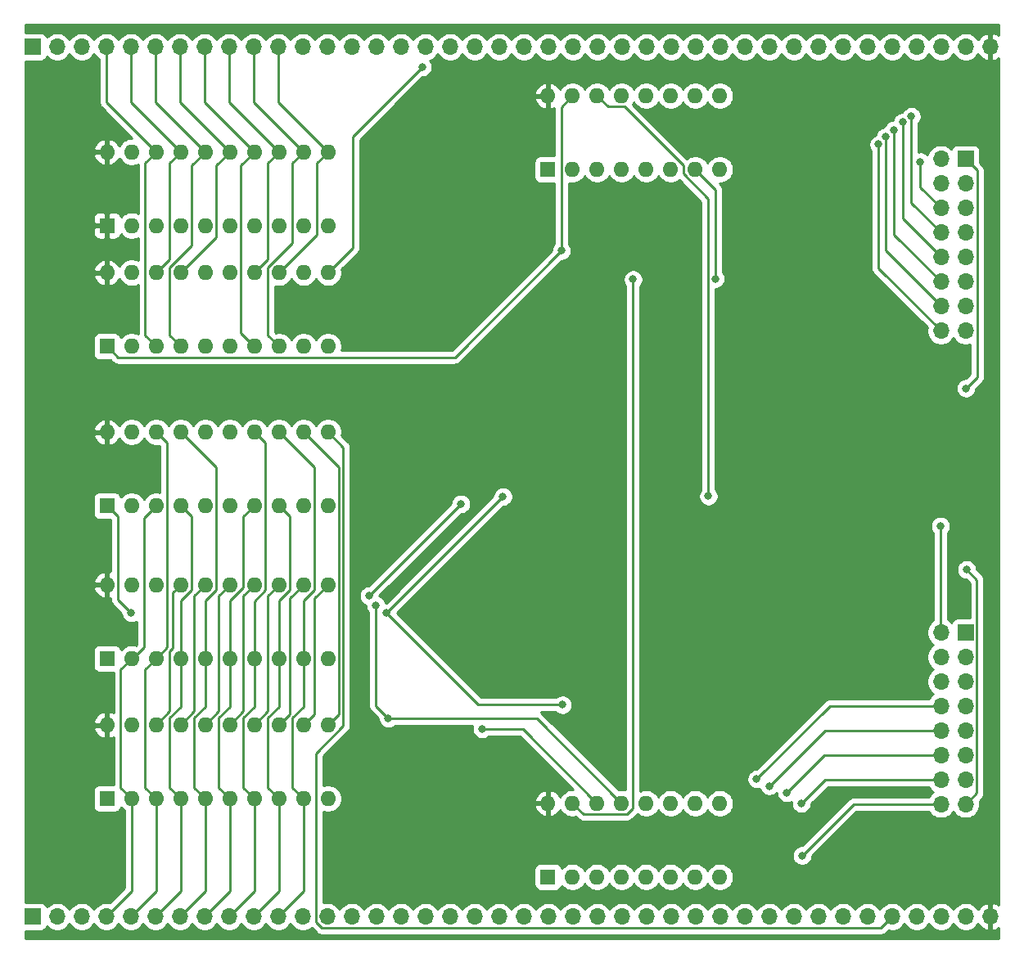
<source format=gbl>
G04 #@! TF.GenerationSoftware,KiCad,Pcbnew,(5.1.9)-1*
G04 #@! TF.CreationDate,2021-11-21T15:00:31-05:00*
G04 #@! TF.ProjectId,ab-register,61622d72-6567-4697-9374-65722e6b6963,2.0*
G04 #@! TF.SameCoordinates,Original*
G04 #@! TF.FileFunction,Copper,L2,Bot*
G04 #@! TF.FilePolarity,Positive*
%FSLAX46Y46*%
G04 Gerber Fmt 4.6, Leading zero omitted, Abs format (unit mm)*
G04 Created by KiCad (PCBNEW (5.1.9)-1) date 2021-11-21 15:00:31*
%MOMM*%
%LPD*%
G01*
G04 APERTURE LIST*
G04 #@! TA.AperFunction,ComponentPad*
%ADD10O,1.600000X1.600000*%
G04 #@! TD*
G04 #@! TA.AperFunction,ComponentPad*
%ADD11R,1.600000X1.600000*%
G04 #@! TD*
G04 #@! TA.AperFunction,ComponentPad*
%ADD12O,1.700000X1.700000*%
G04 #@! TD*
G04 #@! TA.AperFunction,ComponentPad*
%ADD13R,1.700000X1.700000*%
G04 #@! TD*
G04 #@! TA.AperFunction,ViaPad*
%ADD14C,0.800000*%
G04 #@! TD*
G04 #@! TA.AperFunction,Conductor*
%ADD15C,0.250000*%
G04 #@! TD*
G04 #@! TA.AperFunction,Conductor*
%ADD16C,0.254000*%
G04 #@! TD*
G04 #@! TA.AperFunction,Conductor*
%ADD17C,0.100000*%
G04 #@! TD*
G04 APERTURE END LIST*
D10*
X139700000Y-51080000D03*
X157480000Y-58700000D03*
X142240000Y-51080000D03*
X154940000Y-58700000D03*
X144780000Y-51080000D03*
X152400000Y-58700000D03*
X147320000Y-51080000D03*
X149860000Y-58700000D03*
X149860000Y-51080000D03*
X147320000Y-58700000D03*
X152400000Y-51080000D03*
X144780000Y-58700000D03*
X154940000Y-51080000D03*
X142240000Y-58700000D03*
X157480000Y-51080000D03*
D11*
X139700000Y-58700000D03*
D10*
X139700000Y-124280000D03*
X157480000Y-131900000D03*
X142240000Y-124280000D03*
X154940000Y-131900000D03*
X144780000Y-124280000D03*
X152400000Y-131900000D03*
X147320000Y-124280000D03*
X149860000Y-131900000D03*
X149860000Y-124280000D03*
X147320000Y-131900000D03*
X152400000Y-124280000D03*
X144780000Y-131900000D03*
X154940000Y-124280000D03*
X142240000Y-131900000D03*
X157480000Y-124280000D03*
D11*
X139700000Y-131900000D03*
D10*
X94100000Y-101680000D03*
X116960000Y-109300000D03*
X96640000Y-101680000D03*
X114420000Y-109300000D03*
X99180000Y-101680000D03*
X111880000Y-109300000D03*
X101720000Y-101680000D03*
X109340000Y-109300000D03*
X104260000Y-101680000D03*
X106800000Y-109300000D03*
X106800000Y-101680000D03*
X104260000Y-109300000D03*
X109340000Y-101680000D03*
X101720000Y-109300000D03*
X111880000Y-101680000D03*
X99180000Y-109300000D03*
X114420000Y-101680000D03*
X96640000Y-109300000D03*
X116960000Y-101680000D03*
D11*
X94100000Y-109300000D03*
D10*
X94100000Y-56880000D03*
X116960000Y-64500000D03*
X96640000Y-56880000D03*
X114420000Y-64500000D03*
X99180000Y-56880000D03*
X111880000Y-64500000D03*
X101720000Y-56880000D03*
X109340000Y-64500000D03*
X104260000Y-56880000D03*
X106800000Y-64500000D03*
X106800000Y-56880000D03*
X104260000Y-64500000D03*
X109340000Y-56880000D03*
X101720000Y-64500000D03*
X111880000Y-56880000D03*
X99180000Y-64500000D03*
X114420000Y-56880000D03*
X96640000Y-64500000D03*
X116960000Y-56880000D03*
D11*
X94100000Y-64500000D03*
D10*
X94100000Y-69380000D03*
X116960000Y-77000000D03*
X96640000Y-69380000D03*
X114420000Y-77000000D03*
X99180000Y-69380000D03*
X111880000Y-77000000D03*
X101720000Y-69380000D03*
X109340000Y-77000000D03*
X104260000Y-69380000D03*
X106800000Y-77000000D03*
X106800000Y-69380000D03*
X104260000Y-77000000D03*
X109340000Y-69380000D03*
X101720000Y-77000000D03*
X111880000Y-69380000D03*
X99180000Y-77000000D03*
X114420000Y-69380000D03*
X96640000Y-77000000D03*
X116960000Y-69380000D03*
D11*
X94100000Y-77000000D03*
D12*
X180360000Y-124380000D03*
X182900000Y-124380000D03*
X180360000Y-121840000D03*
X182900000Y-121840000D03*
X180360000Y-119300000D03*
X182900000Y-119300000D03*
X180360000Y-116760000D03*
X182900000Y-116760000D03*
X180360000Y-114220000D03*
X182900000Y-114220000D03*
X180360000Y-111680000D03*
X182900000Y-111680000D03*
X180360000Y-109140000D03*
X182900000Y-109140000D03*
X180360000Y-106600000D03*
D13*
X182900000Y-106600000D03*
D10*
X94100000Y-116180000D03*
X116960000Y-123800000D03*
X96640000Y-116180000D03*
X114420000Y-123800000D03*
X99180000Y-116180000D03*
X111880000Y-123800000D03*
X101720000Y-116180000D03*
X109340000Y-123800000D03*
X104260000Y-116180000D03*
X106800000Y-123800000D03*
X106800000Y-116180000D03*
X104260000Y-123800000D03*
X109340000Y-116180000D03*
X101720000Y-123800000D03*
X111880000Y-116180000D03*
X99180000Y-123800000D03*
X114420000Y-116180000D03*
X96640000Y-123800000D03*
X116960000Y-116180000D03*
D11*
X94100000Y-123800000D03*
D10*
X94100000Y-85880000D03*
X116960000Y-93500000D03*
X96640000Y-85880000D03*
X114420000Y-93500000D03*
X99180000Y-85880000D03*
X111880000Y-93500000D03*
X101720000Y-85880000D03*
X109340000Y-93500000D03*
X104260000Y-85880000D03*
X106800000Y-93500000D03*
X106800000Y-85880000D03*
X104260000Y-93500000D03*
X109340000Y-85880000D03*
X101720000Y-93500000D03*
X111880000Y-85880000D03*
X99180000Y-93500000D03*
X114420000Y-85880000D03*
X96640000Y-93500000D03*
X116960000Y-85880000D03*
D11*
X94100000Y-93500000D03*
D12*
X180360000Y-75380000D03*
X182900000Y-75380000D03*
X180360000Y-72840000D03*
X182900000Y-72840000D03*
X180360000Y-70300000D03*
X182900000Y-70300000D03*
X180360000Y-67760000D03*
X182900000Y-67760000D03*
X180360000Y-65220000D03*
X182900000Y-65220000D03*
X180360000Y-62680000D03*
X182900000Y-62680000D03*
X180360000Y-60140000D03*
X182900000Y-60140000D03*
X180360000Y-57600000D03*
D13*
X182900000Y-57600000D03*
D12*
X185460000Y-136000000D03*
X182920000Y-136000000D03*
X180380000Y-136000000D03*
X177840000Y-136000000D03*
X175300000Y-136000000D03*
X172760000Y-136000000D03*
X170220000Y-136000000D03*
X167680000Y-136000000D03*
X165140000Y-136000000D03*
X162600000Y-136000000D03*
X160060000Y-136000000D03*
X157520000Y-136000000D03*
X154980000Y-136000000D03*
X152440000Y-136000000D03*
X149900000Y-136000000D03*
X147360000Y-136000000D03*
X144820000Y-136000000D03*
X142280000Y-136000000D03*
X139740000Y-136000000D03*
X137200000Y-136000000D03*
X134660000Y-136000000D03*
X132120000Y-136000000D03*
X129580000Y-136000000D03*
X127040000Y-136000000D03*
X124500000Y-136000000D03*
X121960000Y-136000000D03*
X119420000Y-136000000D03*
X116880000Y-136000000D03*
X114340000Y-136000000D03*
X111800000Y-136000000D03*
X109260000Y-136000000D03*
X106720000Y-136000000D03*
X104180000Y-136000000D03*
X101640000Y-136000000D03*
X99100000Y-136000000D03*
X96560000Y-136000000D03*
X94020000Y-136000000D03*
X91480000Y-136000000D03*
X88940000Y-136000000D03*
D13*
X86400000Y-136000000D03*
D12*
X185460000Y-46000000D03*
X182920000Y-46000000D03*
X180380000Y-46000000D03*
X177840000Y-46000000D03*
X175300000Y-46000000D03*
X172760000Y-46000000D03*
X170220000Y-46000000D03*
X167680000Y-46000000D03*
X165140000Y-46000000D03*
X162600000Y-46000000D03*
X160060000Y-46000000D03*
X157520000Y-46000000D03*
X154980000Y-46000000D03*
X152440000Y-46000000D03*
X149900000Y-46000000D03*
X147360000Y-46000000D03*
X144820000Y-46000000D03*
X142280000Y-46000000D03*
X139740000Y-46000000D03*
X137200000Y-46000000D03*
X134660000Y-46000000D03*
X132120000Y-46000000D03*
X129580000Y-46000000D03*
X127040000Y-46000000D03*
X124500000Y-46000000D03*
X121960000Y-46000000D03*
X119420000Y-46000000D03*
X116880000Y-46000000D03*
X114340000Y-46000000D03*
X111800000Y-46000000D03*
X109260000Y-46000000D03*
X106720000Y-46000000D03*
X104180000Y-46000000D03*
X101640000Y-46000000D03*
X99100000Y-46000000D03*
X96560000Y-46000000D03*
X94020000Y-46000000D03*
X91480000Y-46000000D03*
X88940000Y-46000000D03*
D13*
X86400000Y-46000000D03*
D14*
X138700000Y-63200000D03*
X134700000Y-111300000D03*
X126700000Y-48100000D03*
X182950000Y-81350000D03*
X183000000Y-100100004D03*
X141100000Y-67100000D03*
X148500000Y-70074924D03*
X141200000Y-114100000D03*
X96600000Y-104600000D03*
X123000000Y-104600000D03*
X135050000Y-92550000D03*
X156300000Y-92500000D03*
X132900000Y-116600000D03*
X176399998Y-53800002D03*
X177300000Y-53200000D03*
X164400000Y-123200000D03*
X165900000Y-124300000D03*
X174625000Y-55325000D03*
X173900000Y-56100000D03*
X175500000Y-54600000D03*
X166000000Y-129700000D03*
X162600000Y-122499998D03*
X161299998Y-121774988D03*
X123199998Y-115500000D03*
X121900000Y-103799998D03*
X180300000Y-95600000D03*
X121200000Y-102805001D03*
X130700000Y-93300000D03*
X178200000Y-57900000D03*
X157025000Y-70000000D03*
D15*
X116960000Y-69380000D02*
X119500000Y-66840000D01*
X119500000Y-55300000D02*
X126700000Y-48100000D01*
X119500000Y-66840000D02*
X119500000Y-55300000D01*
X118535011Y-116269991D02*
X118535011Y-87455011D01*
X115704999Y-119100003D02*
X118535011Y-116269991D01*
X115704999Y-136564001D02*
X115704999Y-119100003D01*
X116315999Y-137175001D02*
X115704999Y-136564001D01*
X118535011Y-87455011D02*
X116960000Y-85880000D01*
X174124999Y-137175001D02*
X116315999Y-137175001D01*
X175300000Y-136000000D02*
X174124999Y-137175001D01*
X114420000Y-133380000D02*
X111800000Y-136000000D01*
X114420000Y-123920000D02*
X114420000Y-133380000D01*
X114420000Y-114276410D02*
X114420000Y-109300000D01*
X113294999Y-115401411D02*
X114420000Y-114276410D01*
X113294999Y-122674999D02*
X113294999Y-115401411D01*
X114420000Y-123800000D02*
X113294999Y-122674999D01*
X115545001Y-102220001D02*
X115545001Y-89545001D01*
X115545001Y-89545001D02*
X111880000Y-85880000D01*
X114420000Y-103345002D02*
X115545001Y-102220001D01*
X114420000Y-109300000D02*
X114420000Y-103345002D01*
X111800000Y-51720000D02*
X116960000Y-56880000D01*
X111800000Y-46000000D02*
X111800000Y-51720000D01*
X115834999Y-65425001D02*
X111880000Y-69380000D01*
X115834999Y-58005001D02*
X115834999Y-65425001D01*
X116960000Y-56880000D02*
X115834999Y-58005001D01*
X111880000Y-133380000D02*
X109260000Y-136000000D01*
X111880000Y-123920000D02*
X111880000Y-133380000D01*
X110754999Y-115401411D02*
X111880000Y-114276410D01*
X111880000Y-114276410D02*
X111880000Y-109300000D01*
X110754999Y-122674999D02*
X110754999Y-115401411D01*
X111880000Y-123800000D02*
X110754999Y-122674999D01*
X113005001Y-102220001D02*
X113005001Y-94625001D01*
X113005001Y-94625001D02*
X111880000Y-93500000D01*
X111880000Y-103345002D02*
X113005001Y-102220001D01*
X111880000Y-109300000D02*
X111880000Y-103345002D01*
X109260000Y-51720000D02*
X114420000Y-56880000D01*
X109260000Y-46000000D02*
X109260000Y-51720000D01*
X110754999Y-75874999D02*
X111880000Y-77000000D01*
X110754999Y-68839999D02*
X110754999Y-75874999D01*
X113294999Y-66299999D02*
X110754999Y-68839999D01*
X113294999Y-58005001D02*
X113294999Y-66299999D01*
X114420000Y-56880000D02*
X113294999Y-58005001D01*
X109340000Y-133380000D02*
X106720000Y-136000000D01*
X109340000Y-123920000D02*
X109340000Y-133380000D01*
X109340000Y-114276410D02*
X109340000Y-109300000D01*
X108214999Y-115401411D02*
X109340000Y-114276410D01*
X108214999Y-122674999D02*
X108214999Y-115401411D01*
X109340000Y-123800000D02*
X108214999Y-122674999D01*
X110465001Y-87005001D02*
X109340000Y-85880000D01*
X110465001Y-102234999D02*
X110465001Y-87005001D01*
X109340000Y-103360000D02*
X110465001Y-102234999D01*
X109340000Y-109300000D02*
X109340000Y-103360000D01*
X106720000Y-51720000D02*
X111880000Y-56880000D01*
X106720000Y-46000000D02*
X106720000Y-51720000D01*
X110754999Y-67965001D02*
X109340000Y-69380000D01*
X110754999Y-58005001D02*
X110754999Y-67965001D01*
X111880000Y-56880000D02*
X110754999Y-58005001D01*
X106800000Y-133380000D02*
X104180000Y-136000000D01*
X106800000Y-123920000D02*
X106800000Y-133380000D01*
X106800000Y-114276410D02*
X106800000Y-109300000D01*
X105674999Y-115401411D02*
X106800000Y-114276410D01*
X105674999Y-122674999D02*
X105674999Y-115401411D01*
X106800000Y-123800000D02*
X105674999Y-122674999D01*
X108214999Y-94625001D02*
X109340000Y-93500000D01*
X108214999Y-101930003D02*
X108214999Y-94625001D01*
X106800000Y-103345002D02*
X108214999Y-101930003D01*
X106800000Y-109300000D02*
X106800000Y-103345002D01*
X104180000Y-51720000D02*
X109340000Y-56880000D01*
X104180000Y-46000000D02*
X104180000Y-51720000D01*
X109300000Y-77000000D02*
X109340000Y-77000000D01*
X107925001Y-75625001D02*
X109300000Y-77000000D01*
X107925001Y-58294999D02*
X107925001Y-75625001D01*
X109340000Y-56880000D02*
X107925001Y-58294999D01*
X104260000Y-133380000D02*
X101640000Y-136000000D01*
X104260000Y-123920000D02*
X104260000Y-133380000D01*
X104260000Y-114276410D02*
X104260000Y-109300000D01*
X103134999Y-115401411D02*
X104260000Y-114276410D01*
X103134999Y-122674999D02*
X103134999Y-115401411D01*
X104260000Y-123800000D02*
X103134999Y-122674999D01*
X105385001Y-89545001D02*
X101720000Y-85880000D01*
X105385001Y-102220001D02*
X105385001Y-89545001D01*
X104260000Y-103345002D02*
X105385001Y-102220001D01*
X104260000Y-109300000D02*
X104260000Y-103345002D01*
X101640000Y-51720000D02*
X106800000Y-56880000D01*
X101640000Y-46000000D02*
X101640000Y-51720000D01*
X105385001Y-65714999D02*
X101720000Y-69380000D01*
X105385001Y-58294999D02*
X105385001Y-65714999D01*
X106800000Y-56880000D02*
X105385001Y-58294999D01*
X101720000Y-133380000D02*
X99100000Y-136000000D01*
X101720000Y-123920000D02*
X101720000Y-133380000D01*
X101720000Y-114276410D02*
X101720000Y-109300000D01*
X100594999Y-115401411D02*
X101720000Y-114276410D01*
X100594999Y-122674999D02*
X100594999Y-115401411D01*
X101720000Y-123800000D02*
X100594999Y-122674999D01*
X102845001Y-94625001D02*
X101720000Y-93500000D01*
X102845001Y-102220001D02*
X102845001Y-94625001D01*
X101720000Y-103345002D02*
X102845001Y-102220001D01*
X101720000Y-109300000D02*
X101720000Y-103345002D01*
X99100000Y-51720000D02*
X104260000Y-56880000D01*
X99100000Y-46000000D02*
X99100000Y-51720000D01*
X104260000Y-56880000D02*
X102845001Y-58294999D01*
X100594999Y-75874999D02*
X101720000Y-77000000D01*
X100594999Y-68839999D02*
X100594999Y-75874999D01*
X102845001Y-66589997D02*
X100594999Y-68839999D01*
X102845001Y-58294999D02*
X102845001Y-66589997D01*
X99180000Y-133380000D02*
X96560000Y-136000000D01*
X99180000Y-123920000D02*
X99180000Y-133380000D01*
X98054999Y-110425001D02*
X99180000Y-109300000D01*
X98054999Y-122674999D02*
X98054999Y-110425001D01*
X99180000Y-123800000D02*
X98054999Y-122674999D01*
X96560000Y-51720000D02*
X101720000Y-56880000D01*
X96560000Y-46000000D02*
X96560000Y-51720000D01*
X100594999Y-67965001D02*
X99180000Y-69380000D01*
X100594999Y-58005001D02*
X100594999Y-67965001D01*
X101720000Y-56880000D02*
X100594999Y-58005001D01*
X100305001Y-87005001D02*
X99180000Y-85880000D01*
X100305001Y-108174999D02*
X100305001Y-87005001D01*
X99180000Y-109300000D02*
X100305001Y-108174999D01*
X96640000Y-133380000D02*
X94020000Y-136000000D01*
X96640000Y-123920000D02*
X96640000Y-133380000D01*
X95514999Y-110425001D02*
X96640000Y-109300000D01*
X95514999Y-122674999D02*
X95514999Y-110425001D01*
X96640000Y-123800000D02*
X95514999Y-122674999D01*
X94020000Y-51720000D02*
X99180000Y-56880000D01*
X94020000Y-46000000D02*
X94020000Y-51720000D01*
X98054999Y-75874999D02*
X99180000Y-77000000D01*
X98054999Y-58005001D02*
X98054999Y-75874999D01*
X99180000Y-56880000D02*
X98054999Y-58005001D01*
X97900000Y-94780000D02*
X99180000Y-93500000D01*
X97900000Y-108173004D02*
X97900000Y-94780000D01*
X96773004Y-109300000D02*
X97900000Y-108173004D01*
X96640000Y-109300000D02*
X96773004Y-109300000D01*
X182900000Y-57600000D02*
X184099999Y-58799999D01*
X184099999Y-80200001D02*
X182950000Y-81350000D01*
X184099999Y-58799999D02*
X184099999Y-80200001D01*
X118085001Y-89545001D02*
X118085001Y-115054999D01*
X118085001Y-115054999D02*
X116960000Y-116180000D01*
X114420000Y-85880000D02*
X118085001Y-89545001D01*
X115545001Y-103094999D02*
X116960000Y-101680000D01*
X115545001Y-115054999D02*
X115545001Y-103094999D01*
X114420000Y-116180000D02*
X115545001Y-115054999D01*
X113005001Y-103094999D02*
X114420000Y-101680000D01*
X113005001Y-115054999D02*
X113005001Y-103094999D01*
X111880000Y-116180000D02*
X113005001Y-115054999D01*
X110754999Y-102805001D02*
X111880000Y-101680000D01*
X110754999Y-114765001D02*
X110754999Y-102805001D01*
X109340000Y-116180000D02*
X110754999Y-114765001D01*
X108214999Y-102805001D02*
X109340000Y-101680000D01*
X108214999Y-114765001D02*
X108214999Y-102805001D01*
X106800000Y-116180000D02*
X108214999Y-114765001D01*
X105674999Y-102805001D02*
X106800000Y-101680000D01*
X105674999Y-114765001D02*
X105674999Y-102805001D01*
X104260000Y-116180000D02*
X105674999Y-114765001D01*
X103134999Y-102805001D02*
X104260000Y-101680000D01*
X103134999Y-114765001D02*
X103134999Y-102805001D01*
X101720000Y-116180000D02*
X103134999Y-114765001D01*
X100594999Y-108521412D02*
X100920001Y-108196410D01*
X99180000Y-116180000D02*
X100594999Y-114765001D01*
X100594999Y-114765001D02*
X100594999Y-108521412D01*
X100920001Y-108196410D02*
X100920001Y-102479999D01*
X100920001Y-102479999D02*
X101720000Y-101680000D01*
X184075001Y-101175005D02*
X183000000Y-100100004D01*
X182900000Y-124380000D02*
X184075001Y-123204999D01*
X184075001Y-123204999D02*
X184075001Y-101175005D01*
X141100000Y-52220000D02*
X141100000Y-67100000D01*
X142240000Y-51080000D02*
X141100000Y-52220000D01*
X130074999Y-78125001D02*
X141100000Y-67100000D01*
X95225001Y-78125001D02*
X130074999Y-78125001D01*
X94100000Y-77000000D02*
X95225001Y-78125001D01*
X142240000Y-124280000D02*
X143365001Y-125405001D01*
X143365001Y-125405001D02*
X147860001Y-125405001D01*
X148445001Y-70129923D02*
X148500000Y-70074924D01*
X148445001Y-124820001D02*
X148445001Y-70129923D01*
X147860001Y-125405001D02*
X148445001Y-124820001D01*
X95225001Y-103225001D02*
X96600000Y-104600000D01*
X94100000Y-93500000D02*
X95225001Y-94625001D01*
X95225001Y-94625001D02*
X95225001Y-103225001D01*
X141200000Y-114100000D02*
X132500000Y-114100000D01*
X132500000Y-114100000D02*
X123000000Y-104600000D01*
X135050000Y-92550000D02*
X123000000Y-104600000D01*
X147605001Y-52205001D02*
X145905001Y-52205001D01*
X145905001Y-52205001D02*
X144780000Y-51080000D01*
X153700000Y-58300000D02*
X147605001Y-52205001D01*
X153700000Y-59125002D02*
X153700000Y-58300000D01*
X156300000Y-61725002D02*
X153700000Y-59125002D01*
X156300000Y-92500000D02*
X156300000Y-61725002D01*
X137100000Y-116600000D02*
X132900000Y-116600000D01*
X144780000Y-124280000D02*
X137100000Y-116600000D01*
X180360000Y-67760000D02*
X176399998Y-63799998D01*
X176399998Y-63799998D02*
X176399998Y-53800002D01*
X180360000Y-65220000D02*
X177300000Y-62160000D01*
X177300000Y-62160000D02*
X177300000Y-53200000D01*
X168300000Y-119300000D02*
X180360000Y-119300000D01*
X164400000Y-123200000D02*
X168300000Y-119300000D01*
X168360000Y-121840000D02*
X180360000Y-121840000D01*
X165900000Y-124300000D02*
X168360000Y-121840000D01*
X180360000Y-72840000D02*
X174625000Y-67105000D01*
X174625000Y-67105000D02*
X174625000Y-55325000D01*
X173900000Y-68920000D02*
X173900000Y-56100000D01*
X180360000Y-75380000D02*
X173900000Y-68920000D01*
X180360000Y-70300000D02*
X175500000Y-65440000D01*
X175500000Y-65440000D02*
X175500000Y-54600000D01*
X180340000Y-124400000D02*
X180360000Y-124380000D01*
X171300000Y-124400000D02*
X180340000Y-124400000D01*
X166000000Y-129700000D02*
X171300000Y-124400000D01*
X180360000Y-116760000D02*
X168339998Y-116760000D01*
X168339998Y-116760000D02*
X162600000Y-122499998D01*
X180360000Y-114220000D02*
X168854986Y-114220000D01*
X168854986Y-114220000D02*
X161299998Y-121774988D01*
X147320000Y-124280000D02*
X138540000Y-115500000D01*
X138540000Y-115500000D02*
X123200000Y-115500000D01*
X123200000Y-115500000D02*
X123199998Y-115500000D01*
X123200000Y-115500000D02*
X121900000Y-114200000D01*
X121900000Y-114200000D02*
X121900000Y-103799998D01*
X180300000Y-106540000D02*
X180360000Y-106600000D01*
X180300000Y-95600000D02*
X180300000Y-106540000D01*
X121200000Y-102800000D02*
X130700000Y-93300000D01*
X121200000Y-102805001D02*
X121200000Y-102800000D01*
X178200000Y-60520000D02*
X178200000Y-57900000D01*
X180360000Y-62680000D02*
X178200000Y-60520000D01*
X157025000Y-60785000D02*
X154940000Y-58700000D01*
X157025000Y-70000000D02*
X157025000Y-60785000D01*
D16*
X186315000Y-44794057D02*
X186226920Y-44728359D01*
X185964099Y-44603175D01*
X185816890Y-44558524D01*
X185587000Y-44679845D01*
X185587000Y-45873000D01*
X185607000Y-45873000D01*
X185607000Y-46127000D01*
X185587000Y-46127000D01*
X185587000Y-47320155D01*
X185816890Y-47441476D01*
X185964099Y-47396825D01*
X186226920Y-47271641D01*
X186315000Y-47205943D01*
X186315001Y-134794058D01*
X186226920Y-134728359D01*
X185964099Y-134603175D01*
X185816890Y-134558524D01*
X185587000Y-134679845D01*
X185587000Y-135873000D01*
X185607000Y-135873000D01*
X185607000Y-136127000D01*
X185587000Y-136127000D01*
X185587000Y-137320155D01*
X185816890Y-137441476D01*
X185964099Y-137396825D01*
X186226920Y-137271641D01*
X186315001Y-137205942D01*
X186315001Y-138315000D01*
X85685000Y-138315000D01*
X85685000Y-137488072D01*
X87250000Y-137488072D01*
X87374482Y-137475812D01*
X87494180Y-137439502D01*
X87604494Y-137380537D01*
X87701185Y-137301185D01*
X87780537Y-137204494D01*
X87839502Y-137094180D01*
X87861513Y-137021620D01*
X87993368Y-137153475D01*
X88236589Y-137315990D01*
X88506842Y-137427932D01*
X88793740Y-137485000D01*
X89086260Y-137485000D01*
X89373158Y-137427932D01*
X89643411Y-137315990D01*
X89886632Y-137153475D01*
X90093475Y-136946632D01*
X90210000Y-136772240D01*
X90326525Y-136946632D01*
X90533368Y-137153475D01*
X90776589Y-137315990D01*
X91046842Y-137427932D01*
X91333740Y-137485000D01*
X91626260Y-137485000D01*
X91913158Y-137427932D01*
X92183411Y-137315990D01*
X92426632Y-137153475D01*
X92633475Y-136946632D01*
X92750000Y-136772240D01*
X92866525Y-136946632D01*
X93073368Y-137153475D01*
X93316589Y-137315990D01*
X93586842Y-137427932D01*
X93873740Y-137485000D01*
X94166260Y-137485000D01*
X94453158Y-137427932D01*
X94723411Y-137315990D01*
X94966632Y-137153475D01*
X95173475Y-136946632D01*
X95290000Y-136772240D01*
X95406525Y-136946632D01*
X95613368Y-137153475D01*
X95856589Y-137315990D01*
X96126842Y-137427932D01*
X96413740Y-137485000D01*
X96706260Y-137485000D01*
X96993158Y-137427932D01*
X97263411Y-137315990D01*
X97506632Y-137153475D01*
X97713475Y-136946632D01*
X97830000Y-136772240D01*
X97946525Y-136946632D01*
X98153368Y-137153475D01*
X98396589Y-137315990D01*
X98666842Y-137427932D01*
X98953740Y-137485000D01*
X99246260Y-137485000D01*
X99533158Y-137427932D01*
X99803411Y-137315990D01*
X100046632Y-137153475D01*
X100253475Y-136946632D01*
X100370000Y-136772240D01*
X100486525Y-136946632D01*
X100693368Y-137153475D01*
X100936589Y-137315990D01*
X101206842Y-137427932D01*
X101493740Y-137485000D01*
X101786260Y-137485000D01*
X102073158Y-137427932D01*
X102343411Y-137315990D01*
X102586632Y-137153475D01*
X102793475Y-136946632D01*
X102910000Y-136772240D01*
X103026525Y-136946632D01*
X103233368Y-137153475D01*
X103476589Y-137315990D01*
X103746842Y-137427932D01*
X104033740Y-137485000D01*
X104326260Y-137485000D01*
X104613158Y-137427932D01*
X104883411Y-137315990D01*
X105126632Y-137153475D01*
X105333475Y-136946632D01*
X105450000Y-136772240D01*
X105566525Y-136946632D01*
X105773368Y-137153475D01*
X106016589Y-137315990D01*
X106286842Y-137427932D01*
X106573740Y-137485000D01*
X106866260Y-137485000D01*
X107153158Y-137427932D01*
X107423411Y-137315990D01*
X107666632Y-137153475D01*
X107873475Y-136946632D01*
X107990000Y-136772240D01*
X108106525Y-136946632D01*
X108313368Y-137153475D01*
X108556589Y-137315990D01*
X108826842Y-137427932D01*
X109113740Y-137485000D01*
X109406260Y-137485000D01*
X109693158Y-137427932D01*
X109963411Y-137315990D01*
X110206632Y-137153475D01*
X110413475Y-136946632D01*
X110530000Y-136772240D01*
X110646525Y-136946632D01*
X110853368Y-137153475D01*
X111096589Y-137315990D01*
X111366842Y-137427932D01*
X111653740Y-137485000D01*
X111946260Y-137485000D01*
X112233158Y-137427932D01*
X112503411Y-137315990D01*
X112746632Y-137153475D01*
X112953475Y-136946632D01*
X113070000Y-136772240D01*
X113186525Y-136946632D01*
X113393368Y-137153475D01*
X113636589Y-137315990D01*
X113906842Y-137427932D01*
X114193740Y-137485000D01*
X114486260Y-137485000D01*
X114773158Y-137427932D01*
X115043411Y-137315990D01*
X115246492Y-137180296D01*
X115752204Y-137686009D01*
X115775998Y-137715002D01*
X115804991Y-137738796D01*
X115804995Y-137738800D01*
X115875684Y-137796812D01*
X115891723Y-137809975D01*
X116023752Y-137880547D01*
X116167013Y-137924004D01*
X116278666Y-137935001D01*
X116278675Y-137935001D01*
X116315998Y-137938677D01*
X116353321Y-137935001D01*
X174087677Y-137935001D01*
X174124999Y-137938677D01*
X174162321Y-137935001D01*
X174162332Y-137935001D01*
X174273985Y-137924004D01*
X174417246Y-137880547D01*
X174549275Y-137809975D01*
X174665000Y-137715002D01*
X174688803Y-137685998D01*
X174933592Y-137441209D01*
X175153740Y-137485000D01*
X175446260Y-137485000D01*
X175733158Y-137427932D01*
X176003411Y-137315990D01*
X176246632Y-137153475D01*
X176453475Y-136946632D01*
X176570000Y-136772240D01*
X176686525Y-136946632D01*
X176893368Y-137153475D01*
X177136589Y-137315990D01*
X177406842Y-137427932D01*
X177693740Y-137485000D01*
X177986260Y-137485000D01*
X178273158Y-137427932D01*
X178543411Y-137315990D01*
X178786632Y-137153475D01*
X178993475Y-136946632D01*
X179110000Y-136772240D01*
X179226525Y-136946632D01*
X179433368Y-137153475D01*
X179676589Y-137315990D01*
X179946842Y-137427932D01*
X180233740Y-137485000D01*
X180526260Y-137485000D01*
X180813158Y-137427932D01*
X181083411Y-137315990D01*
X181326632Y-137153475D01*
X181533475Y-136946632D01*
X181650000Y-136772240D01*
X181766525Y-136946632D01*
X181973368Y-137153475D01*
X182216589Y-137315990D01*
X182486842Y-137427932D01*
X182773740Y-137485000D01*
X183066260Y-137485000D01*
X183353158Y-137427932D01*
X183623411Y-137315990D01*
X183866632Y-137153475D01*
X184073475Y-136946632D01*
X184195195Y-136764466D01*
X184264822Y-136881355D01*
X184459731Y-137097588D01*
X184693080Y-137271641D01*
X184955901Y-137396825D01*
X185103110Y-137441476D01*
X185333000Y-137320155D01*
X185333000Y-136127000D01*
X185313000Y-136127000D01*
X185313000Y-135873000D01*
X185333000Y-135873000D01*
X185333000Y-134679845D01*
X185103110Y-134558524D01*
X184955901Y-134603175D01*
X184693080Y-134728359D01*
X184459731Y-134902412D01*
X184264822Y-135118645D01*
X184195195Y-135235534D01*
X184073475Y-135053368D01*
X183866632Y-134846525D01*
X183623411Y-134684010D01*
X183353158Y-134572068D01*
X183066260Y-134515000D01*
X182773740Y-134515000D01*
X182486842Y-134572068D01*
X182216589Y-134684010D01*
X181973368Y-134846525D01*
X181766525Y-135053368D01*
X181650000Y-135227760D01*
X181533475Y-135053368D01*
X181326632Y-134846525D01*
X181083411Y-134684010D01*
X180813158Y-134572068D01*
X180526260Y-134515000D01*
X180233740Y-134515000D01*
X179946842Y-134572068D01*
X179676589Y-134684010D01*
X179433368Y-134846525D01*
X179226525Y-135053368D01*
X179110000Y-135227760D01*
X178993475Y-135053368D01*
X178786632Y-134846525D01*
X178543411Y-134684010D01*
X178273158Y-134572068D01*
X177986260Y-134515000D01*
X177693740Y-134515000D01*
X177406842Y-134572068D01*
X177136589Y-134684010D01*
X176893368Y-134846525D01*
X176686525Y-135053368D01*
X176570000Y-135227760D01*
X176453475Y-135053368D01*
X176246632Y-134846525D01*
X176003411Y-134684010D01*
X175733158Y-134572068D01*
X175446260Y-134515000D01*
X175153740Y-134515000D01*
X174866842Y-134572068D01*
X174596589Y-134684010D01*
X174353368Y-134846525D01*
X174146525Y-135053368D01*
X174030000Y-135227760D01*
X173913475Y-135053368D01*
X173706632Y-134846525D01*
X173463411Y-134684010D01*
X173193158Y-134572068D01*
X172906260Y-134515000D01*
X172613740Y-134515000D01*
X172326842Y-134572068D01*
X172056589Y-134684010D01*
X171813368Y-134846525D01*
X171606525Y-135053368D01*
X171490000Y-135227760D01*
X171373475Y-135053368D01*
X171166632Y-134846525D01*
X170923411Y-134684010D01*
X170653158Y-134572068D01*
X170366260Y-134515000D01*
X170073740Y-134515000D01*
X169786842Y-134572068D01*
X169516589Y-134684010D01*
X169273368Y-134846525D01*
X169066525Y-135053368D01*
X168950000Y-135227760D01*
X168833475Y-135053368D01*
X168626632Y-134846525D01*
X168383411Y-134684010D01*
X168113158Y-134572068D01*
X167826260Y-134515000D01*
X167533740Y-134515000D01*
X167246842Y-134572068D01*
X166976589Y-134684010D01*
X166733368Y-134846525D01*
X166526525Y-135053368D01*
X166410000Y-135227760D01*
X166293475Y-135053368D01*
X166086632Y-134846525D01*
X165843411Y-134684010D01*
X165573158Y-134572068D01*
X165286260Y-134515000D01*
X164993740Y-134515000D01*
X164706842Y-134572068D01*
X164436589Y-134684010D01*
X164193368Y-134846525D01*
X163986525Y-135053368D01*
X163870000Y-135227760D01*
X163753475Y-135053368D01*
X163546632Y-134846525D01*
X163303411Y-134684010D01*
X163033158Y-134572068D01*
X162746260Y-134515000D01*
X162453740Y-134515000D01*
X162166842Y-134572068D01*
X161896589Y-134684010D01*
X161653368Y-134846525D01*
X161446525Y-135053368D01*
X161330000Y-135227760D01*
X161213475Y-135053368D01*
X161006632Y-134846525D01*
X160763411Y-134684010D01*
X160493158Y-134572068D01*
X160206260Y-134515000D01*
X159913740Y-134515000D01*
X159626842Y-134572068D01*
X159356589Y-134684010D01*
X159113368Y-134846525D01*
X158906525Y-135053368D01*
X158790000Y-135227760D01*
X158673475Y-135053368D01*
X158466632Y-134846525D01*
X158223411Y-134684010D01*
X157953158Y-134572068D01*
X157666260Y-134515000D01*
X157373740Y-134515000D01*
X157086842Y-134572068D01*
X156816589Y-134684010D01*
X156573368Y-134846525D01*
X156366525Y-135053368D01*
X156250000Y-135227760D01*
X156133475Y-135053368D01*
X155926632Y-134846525D01*
X155683411Y-134684010D01*
X155413158Y-134572068D01*
X155126260Y-134515000D01*
X154833740Y-134515000D01*
X154546842Y-134572068D01*
X154276589Y-134684010D01*
X154033368Y-134846525D01*
X153826525Y-135053368D01*
X153710000Y-135227760D01*
X153593475Y-135053368D01*
X153386632Y-134846525D01*
X153143411Y-134684010D01*
X152873158Y-134572068D01*
X152586260Y-134515000D01*
X152293740Y-134515000D01*
X152006842Y-134572068D01*
X151736589Y-134684010D01*
X151493368Y-134846525D01*
X151286525Y-135053368D01*
X151170000Y-135227760D01*
X151053475Y-135053368D01*
X150846632Y-134846525D01*
X150603411Y-134684010D01*
X150333158Y-134572068D01*
X150046260Y-134515000D01*
X149753740Y-134515000D01*
X149466842Y-134572068D01*
X149196589Y-134684010D01*
X148953368Y-134846525D01*
X148746525Y-135053368D01*
X148630000Y-135227760D01*
X148513475Y-135053368D01*
X148306632Y-134846525D01*
X148063411Y-134684010D01*
X147793158Y-134572068D01*
X147506260Y-134515000D01*
X147213740Y-134515000D01*
X146926842Y-134572068D01*
X146656589Y-134684010D01*
X146413368Y-134846525D01*
X146206525Y-135053368D01*
X146090000Y-135227760D01*
X145973475Y-135053368D01*
X145766632Y-134846525D01*
X145523411Y-134684010D01*
X145253158Y-134572068D01*
X144966260Y-134515000D01*
X144673740Y-134515000D01*
X144386842Y-134572068D01*
X144116589Y-134684010D01*
X143873368Y-134846525D01*
X143666525Y-135053368D01*
X143550000Y-135227760D01*
X143433475Y-135053368D01*
X143226632Y-134846525D01*
X142983411Y-134684010D01*
X142713158Y-134572068D01*
X142426260Y-134515000D01*
X142133740Y-134515000D01*
X141846842Y-134572068D01*
X141576589Y-134684010D01*
X141333368Y-134846525D01*
X141126525Y-135053368D01*
X141010000Y-135227760D01*
X140893475Y-135053368D01*
X140686632Y-134846525D01*
X140443411Y-134684010D01*
X140173158Y-134572068D01*
X139886260Y-134515000D01*
X139593740Y-134515000D01*
X139306842Y-134572068D01*
X139036589Y-134684010D01*
X138793368Y-134846525D01*
X138586525Y-135053368D01*
X138470000Y-135227760D01*
X138353475Y-135053368D01*
X138146632Y-134846525D01*
X137903411Y-134684010D01*
X137633158Y-134572068D01*
X137346260Y-134515000D01*
X137053740Y-134515000D01*
X136766842Y-134572068D01*
X136496589Y-134684010D01*
X136253368Y-134846525D01*
X136046525Y-135053368D01*
X135930000Y-135227760D01*
X135813475Y-135053368D01*
X135606632Y-134846525D01*
X135363411Y-134684010D01*
X135093158Y-134572068D01*
X134806260Y-134515000D01*
X134513740Y-134515000D01*
X134226842Y-134572068D01*
X133956589Y-134684010D01*
X133713368Y-134846525D01*
X133506525Y-135053368D01*
X133390000Y-135227760D01*
X133273475Y-135053368D01*
X133066632Y-134846525D01*
X132823411Y-134684010D01*
X132553158Y-134572068D01*
X132266260Y-134515000D01*
X131973740Y-134515000D01*
X131686842Y-134572068D01*
X131416589Y-134684010D01*
X131173368Y-134846525D01*
X130966525Y-135053368D01*
X130850000Y-135227760D01*
X130733475Y-135053368D01*
X130526632Y-134846525D01*
X130283411Y-134684010D01*
X130013158Y-134572068D01*
X129726260Y-134515000D01*
X129433740Y-134515000D01*
X129146842Y-134572068D01*
X128876589Y-134684010D01*
X128633368Y-134846525D01*
X128426525Y-135053368D01*
X128310000Y-135227760D01*
X128193475Y-135053368D01*
X127986632Y-134846525D01*
X127743411Y-134684010D01*
X127473158Y-134572068D01*
X127186260Y-134515000D01*
X126893740Y-134515000D01*
X126606842Y-134572068D01*
X126336589Y-134684010D01*
X126093368Y-134846525D01*
X125886525Y-135053368D01*
X125770000Y-135227760D01*
X125653475Y-135053368D01*
X125446632Y-134846525D01*
X125203411Y-134684010D01*
X124933158Y-134572068D01*
X124646260Y-134515000D01*
X124353740Y-134515000D01*
X124066842Y-134572068D01*
X123796589Y-134684010D01*
X123553368Y-134846525D01*
X123346525Y-135053368D01*
X123230000Y-135227760D01*
X123113475Y-135053368D01*
X122906632Y-134846525D01*
X122663411Y-134684010D01*
X122393158Y-134572068D01*
X122106260Y-134515000D01*
X121813740Y-134515000D01*
X121526842Y-134572068D01*
X121256589Y-134684010D01*
X121013368Y-134846525D01*
X120806525Y-135053368D01*
X120690000Y-135227760D01*
X120573475Y-135053368D01*
X120366632Y-134846525D01*
X120123411Y-134684010D01*
X119853158Y-134572068D01*
X119566260Y-134515000D01*
X119273740Y-134515000D01*
X118986842Y-134572068D01*
X118716589Y-134684010D01*
X118473368Y-134846525D01*
X118266525Y-135053368D01*
X118150000Y-135227760D01*
X118033475Y-135053368D01*
X117826632Y-134846525D01*
X117583411Y-134684010D01*
X117313158Y-134572068D01*
X117026260Y-134515000D01*
X116733740Y-134515000D01*
X116464999Y-134568456D01*
X116464999Y-131100000D01*
X138261928Y-131100000D01*
X138261928Y-132700000D01*
X138274188Y-132824482D01*
X138310498Y-132944180D01*
X138369463Y-133054494D01*
X138448815Y-133151185D01*
X138545506Y-133230537D01*
X138655820Y-133289502D01*
X138775518Y-133325812D01*
X138900000Y-133338072D01*
X140500000Y-133338072D01*
X140624482Y-133325812D01*
X140744180Y-133289502D01*
X140854494Y-133230537D01*
X140951185Y-133151185D01*
X141030537Y-133054494D01*
X141089502Y-132944180D01*
X141125812Y-132824482D01*
X141126643Y-132816039D01*
X141325241Y-133014637D01*
X141560273Y-133171680D01*
X141821426Y-133279853D01*
X142098665Y-133335000D01*
X142381335Y-133335000D01*
X142658574Y-133279853D01*
X142919727Y-133171680D01*
X143154759Y-133014637D01*
X143354637Y-132814759D01*
X143510000Y-132582241D01*
X143665363Y-132814759D01*
X143865241Y-133014637D01*
X144100273Y-133171680D01*
X144361426Y-133279853D01*
X144638665Y-133335000D01*
X144921335Y-133335000D01*
X145198574Y-133279853D01*
X145459727Y-133171680D01*
X145694759Y-133014637D01*
X145894637Y-132814759D01*
X146050000Y-132582241D01*
X146205363Y-132814759D01*
X146405241Y-133014637D01*
X146640273Y-133171680D01*
X146901426Y-133279853D01*
X147178665Y-133335000D01*
X147461335Y-133335000D01*
X147738574Y-133279853D01*
X147999727Y-133171680D01*
X148234759Y-133014637D01*
X148434637Y-132814759D01*
X148590000Y-132582241D01*
X148745363Y-132814759D01*
X148945241Y-133014637D01*
X149180273Y-133171680D01*
X149441426Y-133279853D01*
X149718665Y-133335000D01*
X150001335Y-133335000D01*
X150278574Y-133279853D01*
X150539727Y-133171680D01*
X150774759Y-133014637D01*
X150974637Y-132814759D01*
X151130000Y-132582241D01*
X151285363Y-132814759D01*
X151485241Y-133014637D01*
X151720273Y-133171680D01*
X151981426Y-133279853D01*
X152258665Y-133335000D01*
X152541335Y-133335000D01*
X152818574Y-133279853D01*
X153079727Y-133171680D01*
X153314759Y-133014637D01*
X153514637Y-132814759D01*
X153670000Y-132582241D01*
X153825363Y-132814759D01*
X154025241Y-133014637D01*
X154260273Y-133171680D01*
X154521426Y-133279853D01*
X154798665Y-133335000D01*
X155081335Y-133335000D01*
X155358574Y-133279853D01*
X155619727Y-133171680D01*
X155854759Y-133014637D01*
X156054637Y-132814759D01*
X156210000Y-132582241D01*
X156365363Y-132814759D01*
X156565241Y-133014637D01*
X156800273Y-133171680D01*
X157061426Y-133279853D01*
X157338665Y-133335000D01*
X157621335Y-133335000D01*
X157898574Y-133279853D01*
X158159727Y-133171680D01*
X158394759Y-133014637D01*
X158594637Y-132814759D01*
X158751680Y-132579727D01*
X158859853Y-132318574D01*
X158915000Y-132041335D01*
X158915000Y-131758665D01*
X158859853Y-131481426D01*
X158751680Y-131220273D01*
X158594637Y-130985241D01*
X158394759Y-130785363D01*
X158159727Y-130628320D01*
X157898574Y-130520147D01*
X157621335Y-130465000D01*
X157338665Y-130465000D01*
X157061426Y-130520147D01*
X156800273Y-130628320D01*
X156565241Y-130785363D01*
X156365363Y-130985241D01*
X156210000Y-131217759D01*
X156054637Y-130985241D01*
X155854759Y-130785363D01*
X155619727Y-130628320D01*
X155358574Y-130520147D01*
X155081335Y-130465000D01*
X154798665Y-130465000D01*
X154521426Y-130520147D01*
X154260273Y-130628320D01*
X154025241Y-130785363D01*
X153825363Y-130985241D01*
X153670000Y-131217759D01*
X153514637Y-130985241D01*
X153314759Y-130785363D01*
X153079727Y-130628320D01*
X152818574Y-130520147D01*
X152541335Y-130465000D01*
X152258665Y-130465000D01*
X151981426Y-130520147D01*
X151720273Y-130628320D01*
X151485241Y-130785363D01*
X151285363Y-130985241D01*
X151130000Y-131217759D01*
X150974637Y-130985241D01*
X150774759Y-130785363D01*
X150539727Y-130628320D01*
X150278574Y-130520147D01*
X150001335Y-130465000D01*
X149718665Y-130465000D01*
X149441426Y-130520147D01*
X149180273Y-130628320D01*
X148945241Y-130785363D01*
X148745363Y-130985241D01*
X148590000Y-131217759D01*
X148434637Y-130985241D01*
X148234759Y-130785363D01*
X147999727Y-130628320D01*
X147738574Y-130520147D01*
X147461335Y-130465000D01*
X147178665Y-130465000D01*
X146901426Y-130520147D01*
X146640273Y-130628320D01*
X146405241Y-130785363D01*
X146205363Y-130985241D01*
X146050000Y-131217759D01*
X145894637Y-130985241D01*
X145694759Y-130785363D01*
X145459727Y-130628320D01*
X145198574Y-130520147D01*
X144921335Y-130465000D01*
X144638665Y-130465000D01*
X144361426Y-130520147D01*
X144100273Y-130628320D01*
X143865241Y-130785363D01*
X143665363Y-130985241D01*
X143510000Y-131217759D01*
X143354637Y-130985241D01*
X143154759Y-130785363D01*
X142919727Y-130628320D01*
X142658574Y-130520147D01*
X142381335Y-130465000D01*
X142098665Y-130465000D01*
X141821426Y-130520147D01*
X141560273Y-130628320D01*
X141325241Y-130785363D01*
X141126643Y-130983961D01*
X141125812Y-130975518D01*
X141089502Y-130855820D01*
X141030537Y-130745506D01*
X140951185Y-130648815D01*
X140854494Y-130569463D01*
X140744180Y-130510498D01*
X140624482Y-130474188D01*
X140500000Y-130461928D01*
X138900000Y-130461928D01*
X138775518Y-130474188D01*
X138655820Y-130510498D01*
X138545506Y-130569463D01*
X138448815Y-130648815D01*
X138369463Y-130745506D01*
X138310498Y-130855820D01*
X138274188Y-130975518D01*
X138261928Y-131100000D01*
X116464999Y-131100000D01*
X116464999Y-125148196D01*
X116541426Y-125179853D01*
X116818665Y-125235000D01*
X117101335Y-125235000D01*
X117378574Y-125179853D01*
X117639727Y-125071680D01*
X117874759Y-124914637D01*
X118074637Y-124714759D01*
X118131912Y-124629040D01*
X138308091Y-124629040D01*
X138402930Y-124893881D01*
X138547615Y-125135131D01*
X138736586Y-125343519D01*
X138962580Y-125511037D01*
X139216913Y-125631246D01*
X139350961Y-125671904D01*
X139573000Y-125549915D01*
X139573000Y-124407000D01*
X138429376Y-124407000D01*
X138308091Y-124629040D01*
X118131912Y-124629040D01*
X118231680Y-124479727D01*
X118339853Y-124218574D01*
X118395000Y-123941335D01*
X118395000Y-123930960D01*
X138308091Y-123930960D01*
X138429376Y-124153000D01*
X139573000Y-124153000D01*
X139573000Y-123010085D01*
X139350961Y-122888096D01*
X139216913Y-122928754D01*
X138962580Y-123048963D01*
X138736586Y-123216481D01*
X138547615Y-123424869D01*
X138402930Y-123666119D01*
X138308091Y-123930960D01*
X118395000Y-123930960D01*
X118395000Y-123658665D01*
X118339853Y-123381426D01*
X118231680Y-123120273D01*
X118074637Y-122885241D01*
X117874759Y-122685363D01*
X117639727Y-122528320D01*
X117378574Y-122420147D01*
X117101335Y-122365000D01*
X116818665Y-122365000D01*
X116541426Y-122420147D01*
X116464999Y-122451804D01*
X116464999Y-119414804D01*
X119046015Y-116833789D01*
X119075012Y-116809992D01*
X119169985Y-116694267D01*
X119240557Y-116562238D01*
X119284014Y-116418977D01*
X119295011Y-116307324D01*
X119295011Y-116307315D01*
X119298687Y-116269992D01*
X119295011Y-116232669D01*
X119295011Y-102703062D01*
X120165000Y-102703062D01*
X120165000Y-102906940D01*
X120204774Y-103106899D01*
X120282795Y-103295257D01*
X120396063Y-103464775D01*
X120540226Y-103608938D01*
X120709744Y-103722206D01*
X120865000Y-103786516D01*
X120865000Y-103901937D01*
X120904774Y-104101896D01*
X120982795Y-104290254D01*
X121096063Y-104459772D01*
X121140001Y-104503710D01*
X121140000Y-114162678D01*
X121136324Y-114200000D01*
X121140000Y-114237322D01*
X121140000Y-114237332D01*
X121150997Y-114348985D01*
X121174176Y-114425396D01*
X121194454Y-114492246D01*
X121265026Y-114624276D01*
X121281440Y-114644276D01*
X121359999Y-114740001D01*
X121389003Y-114763804D01*
X122164998Y-115539800D01*
X122164998Y-115601939D01*
X122204772Y-115801898D01*
X122282793Y-115990256D01*
X122396061Y-116159774D01*
X122540224Y-116303937D01*
X122709742Y-116417205D01*
X122898100Y-116495226D01*
X123098059Y-116535000D01*
X123301937Y-116535000D01*
X123501896Y-116495226D01*
X123690254Y-116417205D01*
X123859772Y-116303937D01*
X123903709Y-116260000D01*
X131920556Y-116260000D01*
X131904774Y-116298102D01*
X131865000Y-116498061D01*
X131865000Y-116701939D01*
X131904774Y-116901898D01*
X131982795Y-117090256D01*
X132096063Y-117259774D01*
X132240226Y-117403937D01*
X132409744Y-117517205D01*
X132598102Y-117595226D01*
X132798061Y-117635000D01*
X133001939Y-117635000D01*
X133201898Y-117595226D01*
X133390256Y-117517205D01*
X133559774Y-117403937D01*
X133603711Y-117360000D01*
X136785199Y-117360000D01*
X142270198Y-122845000D01*
X142098665Y-122845000D01*
X141821426Y-122900147D01*
X141560273Y-123008320D01*
X141325241Y-123165363D01*
X141125363Y-123365241D01*
X140968320Y-123600273D01*
X140963933Y-123610865D01*
X140852385Y-123424869D01*
X140663414Y-123216481D01*
X140437420Y-123048963D01*
X140183087Y-122928754D01*
X140049039Y-122888096D01*
X139827000Y-123010085D01*
X139827000Y-124153000D01*
X139847000Y-124153000D01*
X139847000Y-124407000D01*
X139827000Y-124407000D01*
X139827000Y-125549915D01*
X140049039Y-125671904D01*
X140183087Y-125631246D01*
X140437420Y-125511037D01*
X140663414Y-125343519D01*
X140852385Y-125135131D01*
X140963933Y-124949135D01*
X140968320Y-124959727D01*
X141125363Y-125194759D01*
X141325241Y-125394637D01*
X141560273Y-125551680D01*
X141821426Y-125659853D01*
X142098665Y-125715000D01*
X142381335Y-125715000D01*
X142563886Y-125678688D01*
X142801202Y-125916004D01*
X142825000Y-125945002D01*
X142940725Y-126039975D01*
X143072754Y-126110547D01*
X143216015Y-126154004D01*
X143327668Y-126165001D01*
X143327676Y-126165001D01*
X143365001Y-126168677D01*
X143402326Y-126165001D01*
X147822679Y-126165001D01*
X147860001Y-126168677D01*
X147897323Y-126165001D01*
X147897334Y-126165001D01*
X148008987Y-126154004D01*
X148152248Y-126110547D01*
X148284277Y-126039975D01*
X148400002Y-125945002D01*
X148423804Y-125915999D01*
X148945204Y-125394600D01*
X148945241Y-125394637D01*
X149180273Y-125551680D01*
X149441426Y-125659853D01*
X149718665Y-125715000D01*
X150001335Y-125715000D01*
X150278574Y-125659853D01*
X150539727Y-125551680D01*
X150774759Y-125394637D01*
X150974637Y-125194759D01*
X151130000Y-124962241D01*
X151285363Y-125194759D01*
X151485241Y-125394637D01*
X151720273Y-125551680D01*
X151981426Y-125659853D01*
X152258665Y-125715000D01*
X152541335Y-125715000D01*
X152818574Y-125659853D01*
X153079727Y-125551680D01*
X153314759Y-125394637D01*
X153514637Y-125194759D01*
X153670000Y-124962241D01*
X153825363Y-125194759D01*
X154025241Y-125394637D01*
X154260273Y-125551680D01*
X154521426Y-125659853D01*
X154798665Y-125715000D01*
X155081335Y-125715000D01*
X155358574Y-125659853D01*
X155619727Y-125551680D01*
X155854759Y-125394637D01*
X156054637Y-125194759D01*
X156210000Y-124962241D01*
X156365363Y-125194759D01*
X156565241Y-125394637D01*
X156800273Y-125551680D01*
X157061426Y-125659853D01*
X157338665Y-125715000D01*
X157621335Y-125715000D01*
X157898574Y-125659853D01*
X158159727Y-125551680D01*
X158394759Y-125394637D01*
X158594637Y-125194759D01*
X158751680Y-124959727D01*
X158859853Y-124698574D01*
X158915000Y-124421335D01*
X158915000Y-124138665D01*
X158859853Y-123861426D01*
X158751680Y-123600273D01*
X158594637Y-123365241D01*
X158394759Y-123165363D01*
X158159727Y-123008320D01*
X157898574Y-122900147D01*
X157621335Y-122845000D01*
X157338665Y-122845000D01*
X157061426Y-122900147D01*
X156800273Y-123008320D01*
X156565241Y-123165363D01*
X156365363Y-123365241D01*
X156210000Y-123597759D01*
X156054637Y-123365241D01*
X155854759Y-123165363D01*
X155619727Y-123008320D01*
X155358574Y-122900147D01*
X155081335Y-122845000D01*
X154798665Y-122845000D01*
X154521426Y-122900147D01*
X154260273Y-123008320D01*
X154025241Y-123165363D01*
X153825363Y-123365241D01*
X153670000Y-123597759D01*
X153514637Y-123365241D01*
X153314759Y-123165363D01*
X153079727Y-123008320D01*
X152818574Y-122900147D01*
X152541335Y-122845000D01*
X152258665Y-122845000D01*
X151981426Y-122900147D01*
X151720273Y-123008320D01*
X151485241Y-123165363D01*
X151285363Y-123365241D01*
X151130000Y-123597759D01*
X150974637Y-123365241D01*
X150774759Y-123165363D01*
X150539727Y-123008320D01*
X150278574Y-122900147D01*
X150001335Y-122845000D01*
X149718665Y-122845000D01*
X149441426Y-122900147D01*
X149205001Y-122998077D01*
X149205001Y-121673049D01*
X160264998Y-121673049D01*
X160264998Y-121876927D01*
X160304772Y-122076886D01*
X160382793Y-122265244D01*
X160496061Y-122434762D01*
X160640224Y-122578925D01*
X160809742Y-122692193D01*
X160998100Y-122770214D01*
X161198059Y-122809988D01*
X161401937Y-122809988D01*
X161598602Y-122770869D01*
X161604774Y-122801896D01*
X161682795Y-122990254D01*
X161796063Y-123159772D01*
X161940226Y-123303935D01*
X162109744Y-123417203D01*
X162298102Y-123495224D01*
X162498061Y-123534998D01*
X162701939Y-123534998D01*
X162901898Y-123495224D01*
X163090256Y-123417203D01*
X163259774Y-123303935D01*
X163365000Y-123198709D01*
X163365000Y-123301939D01*
X163404774Y-123501898D01*
X163482795Y-123690256D01*
X163596063Y-123859774D01*
X163740226Y-124003937D01*
X163909744Y-124117205D01*
X164098102Y-124195226D01*
X164298061Y-124235000D01*
X164501939Y-124235000D01*
X164701898Y-124195226D01*
X164880259Y-124121346D01*
X164865000Y-124198061D01*
X164865000Y-124401939D01*
X164904774Y-124601898D01*
X164982795Y-124790256D01*
X165096063Y-124959774D01*
X165240226Y-125103937D01*
X165409744Y-125217205D01*
X165598102Y-125295226D01*
X165798061Y-125335000D01*
X166001939Y-125335000D01*
X166201898Y-125295226D01*
X166390256Y-125217205D01*
X166559774Y-125103937D01*
X166703937Y-124959774D01*
X166817205Y-124790256D01*
X166895226Y-124601898D01*
X166935000Y-124401939D01*
X166935000Y-124339801D01*
X168674802Y-122600000D01*
X179081822Y-122600000D01*
X179206525Y-122786632D01*
X179413368Y-122993475D01*
X179587760Y-123110000D01*
X179413368Y-123226525D01*
X179206525Y-123433368D01*
X179068458Y-123640000D01*
X171337323Y-123640000D01*
X171300000Y-123636324D01*
X171262677Y-123640000D01*
X171262667Y-123640000D01*
X171151014Y-123650997D01*
X171007753Y-123694454D01*
X170875723Y-123765026D01*
X170833108Y-123800000D01*
X170759999Y-123859999D01*
X170736201Y-123888997D01*
X165960199Y-128665000D01*
X165898061Y-128665000D01*
X165698102Y-128704774D01*
X165509744Y-128782795D01*
X165340226Y-128896063D01*
X165196063Y-129040226D01*
X165082795Y-129209744D01*
X165004774Y-129398102D01*
X164965000Y-129598061D01*
X164965000Y-129801939D01*
X165004774Y-130001898D01*
X165082795Y-130190256D01*
X165196063Y-130359774D01*
X165340226Y-130503937D01*
X165509744Y-130617205D01*
X165698102Y-130695226D01*
X165898061Y-130735000D01*
X166101939Y-130735000D01*
X166301898Y-130695226D01*
X166490256Y-130617205D01*
X166659774Y-130503937D01*
X166803937Y-130359774D01*
X166917205Y-130190256D01*
X166995226Y-130001898D01*
X167035000Y-129801939D01*
X167035000Y-129739801D01*
X171614802Y-125160000D01*
X179095185Y-125160000D01*
X179206525Y-125326632D01*
X179413368Y-125533475D01*
X179656589Y-125695990D01*
X179926842Y-125807932D01*
X180213740Y-125865000D01*
X180506260Y-125865000D01*
X180793158Y-125807932D01*
X181063411Y-125695990D01*
X181306632Y-125533475D01*
X181513475Y-125326632D01*
X181630000Y-125152240D01*
X181746525Y-125326632D01*
X181953368Y-125533475D01*
X182196589Y-125695990D01*
X182466842Y-125807932D01*
X182753740Y-125865000D01*
X183046260Y-125865000D01*
X183333158Y-125807932D01*
X183603411Y-125695990D01*
X183846632Y-125533475D01*
X184053475Y-125326632D01*
X184215990Y-125083411D01*
X184327932Y-124813158D01*
X184385000Y-124526260D01*
X184385000Y-124233740D01*
X184341210Y-124013592D01*
X184586005Y-123768797D01*
X184615002Y-123745000D01*
X184709975Y-123629275D01*
X184780547Y-123497246D01*
X184824004Y-123353985D01*
X184835001Y-123242332D01*
X184835001Y-123242323D01*
X184838677Y-123205000D01*
X184835001Y-123167677D01*
X184835001Y-101212327D01*
X184838677Y-101175005D01*
X184835001Y-101137682D01*
X184835001Y-101137672D01*
X184824004Y-101026019D01*
X184780547Y-100882758D01*
X184714812Y-100759778D01*
X184709975Y-100750728D01*
X184638800Y-100664002D01*
X184615002Y-100635004D01*
X184586004Y-100611206D01*
X184035000Y-100060203D01*
X184035000Y-99998065D01*
X183995226Y-99798106D01*
X183917205Y-99609748D01*
X183803937Y-99440230D01*
X183659774Y-99296067D01*
X183490256Y-99182799D01*
X183301898Y-99104778D01*
X183101939Y-99065004D01*
X182898061Y-99065004D01*
X182698102Y-99104778D01*
X182509744Y-99182799D01*
X182340226Y-99296067D01*
X182196063Y-99440230D01*
X182082795Y-99609748D01*
X182004774Y-99798106D01*
X181965000Y-99998065D01*
X181965000Y-100201943D01*
X182004774Y-100401902D01*
X182082795Y-100590260D01*
X182196063Y-100759778D01*
X182340226Y-100903941D01*
X182509744Y-101017209D01*
X182698102Y-101095230D01*
X182898061Y-101135004D01*
X182960199Y-101135004D01*
X183315002Y-101489808D01*
X183315002Y-105111928D01*
X182050000Y-105111928D01*
X181925518Y-105124188D01*
X181805820Y-105160498D01*
X181695506Y-105219463D01*
X181598815Y-105298815D01*
X181519463Y-105395506D01*
X181460498Y-105505820D01*
X181438487Y-105578380D01*
X181306632Y-105446525D01*
X181063411Y-105284010D01*
X181060000Y-105282597D01*
X181060000Y-96303711D01*
X181103937Y-96259774D01*
X181217205Y-96090256D01*
X181295226Y-95901898D01*
X181335000Y-95701939D01*
X181335000Y-95498061D01*
X181295226Y-95298102D01*
X181217205Y-95109744D01*
X181103937Y-94940226D01*
X180959774Y-94796063D01*
X180790256Y-94682795D01*
X180601898Y-94604774D01*
X180401939Y-94565000D01*
X180198061Y-94565000D01*
X179998102Y-94604774D01*
X179809744Y-94682795D01*
X179640226Y-94796063D01*
X179496063Y-94940226D01*
X179382795Y-95109744D01*
X179304774Y-95298102D01*
X179265000Y-95498061D01*
X179265000Y-95701939D01*
X179304774Y-95901898D01*
X179382795Y-96090256D01*
X179496063Y-96259774D01*
X179540000Y-96303711D01*
X179540001Y-105361912D01*
X179413368Y-105446525D01*
X179206525Y-105653368D01*
X179044010Y-105896589D01*
X178932068Y-106166842D01*
X178875000Y-106453740D01*
X178875000Y-106746260D01*
X178932068Y-107033158D01*
X179044010Y-107303411D01*
X179206525Y-107546632D01*
X179413368Y-107753475D01*
X179587760Y-107870000D01*
X179413368Y-107986525D01*
X179206525Y-108193368D01*
X179044010Y-108436589D01*
X178932068Y-108706842D01*
X178875000Y-108993740D01*
X178875000Y-109286260D01*
X178932068Y-109573158D01*
X179044010Y-109843411D01*
X179206525Y-110086632D01*
X179413368Y-110293475D01*
X179587760Y-110410000D01*
X179413368Y-110526525D01*
X179206525Y-110733368D01*
X179044010Y-110976589D01*
X178932068Y-111246842D01*
X178875000Y-111533740D01*
X178875000Y-111826260D01*
X178932068Y-112113158D01*
X179044010Y-112383411D01*
X179206525Y-112626632D01*
X179413368Y-112833475D01*
X179587760Y-112950000D01*
X179413368Y-113066525D01*
X179206525Y-113273368D01*
X179081822Y-113460000D01*
X168892308Y-113460000D01*
X168854985Y-113456324D01*
X168817662Y-113460000D01*
X168817653Y-113460000D01*
X168706000Y-113470997D01*
X168562739Y-113514454D01*
X168430710Y-113585026D01*
X168430708Y-113585027D01*
X168430709Y-113585027D01*
X168343982Y-113656201D01*
X168343978Y-113656205D01*
X168314985Y-113679999D01*
X168291191Y-113708992D01*
X161260197Y-120739988D01*
X161198059Y-120739988D01*
X160998100Y-120779762D01*
X160809742Y-120857783D01*
X160640224Y-120971051D01*
X160496061Y-121115214D01*
X160382793Y-121284732D01*
X160304772Y-121473090D01*
X160264998Y-121673049D01*
X149205001Y-121673049D01*
X149205001Y-70833634D01*
X149303937Y-70734698D01*
X149417205Y-70565180D01*
X149495226Y-70376822D01*
X149535000Y-70176863D01*
X149535000Y-69972985D01*
X149495226Y-69773026D01*
X149417205Y-69584668D01*
X149303937Y-69415150D01*
X149159774Y-69270987D01*
X148990256Y-69157719D01*
X148801898Y-69079698D01*
X148601939Y-69039924D01*
X148398061Y-69039924D01*
X148198102Y-69079698D01*
X148009744Y-69157719D01*
X147840226Y-69270987D01*
X147696063Y-69415150D01*
X147582795Y-69584668D01*
X147504774Y-69773026D01*
X147465000Y-69972985D01*
X147465000Y-70176863D01*
X147504774Y-70376822D01*
X147582795Y-70565180D01*
X147685002Y-70718144D01*
X147685001Y-122889491D01*
X147461335Y-122845000D01*
X147178665Y-122845000D01*
X146996114Y-122881312D01*
X139103804Y-114989003D01*
X139080001Y-114959999D01*
X138964276Y-114865026D01*
X138954873Y-114860000D01*
X140496289Y-114860000D01*
X140540226Y-114903937D01*
X140709744Y-115017205D01*
X140898102Y-115095226D01*
X141098061Y-115135000D01*
X141301939Y-115135000D01*
X141501898Y-115095226D01*
X141690256Y-115017205D01*
X141859774Y-114903937D01*
X142003937Y-114759774D01*
X142117205Y-114590256D01*
X142195226Y-114401898D01*
X142235000Y-114201939D01*
X142235000Y-113998061D01*
X142195226Y-113798102D01*
X142117205Y-113609744D01*
X142003937Y-113440226D01*
X141859774Y-113296063D01*
X141690256Y-113182795D01*
X141501898Y-113104774D01*
X141301939Y-113065000D01*
X141098061Y-113065000D01*
X140898102Y-113104774D01*
X140709744Y-113182795D01*
X140540226Y-113296063D01*
X140496289Y-113340000D01*
X132814802Y-113340000D01*
X124074801Y-104600000D01*
X135089803Y-93585000D01*
X135151939Y-93585000D01*
X135351898Y-93545226D01*
X135540256Y-93467205D01*
X135709774Y-93353937D01*
X135853937Y-93209774D01*
X135967205Y-93040256D01*
X136045226Y-92851898D01*
X136085000Y-92651939D01*
X136085000Y-92448061D01*
X136045226Y-92248102D01*
X135967205Y-92059744D01*
X135853937Y-91890226D01*
X135709774Y-91746063D01*
X135540256Y-91632795D01*
X135351898Y-91554774D01*
X135151939Y-91515000D01*
X134948061Y-91515000D01*
X134748102Y-91554774D01*
X134559744Y-91632795D01*
X134390226Y-91746063D01*
X134246063Y-91890226D01*
X134132795Y-92059744D01*
X134054774Y-92248102D01*
X134015000Y-92448061D01*
X134015000Y-92510197D01*
X122960199Y-103565000D01*
X122908533Y-103565000D01*
X122895226Y-103498100D01*
X122817205Y-103309742D01*
X122703937Y-103140224D01*
X122559774Y-102996061D01*
X122390256Y-102882793D01*
X122250074Y-102824727D01*
X130739802Y-94335000D01*
X130801939Y-94335000D01*
X131001898Y-94295226D01*
X131190256Y-94217205D01*
X131359774Y-94103937D01*
X131503937Y-93959774D01*
X131617205Y-93790256D01*
X131695226Y-93601898D01*
X131735000Y-93401939D01*
X131735000Y-93198061D01*
X131695226Y-92998102D01*
X131617205Y-92809744D01*
X131503937Y-92640226D01*
X131359774Y-92496063D01*
X131190256Y-92382795D01*
X131001898Y-92304774D01*
X130801939Y-92265000D01*
X130598061Y-92265000D01*
X130398102Y-92304774D01*
X130209744Y-92382795D01*
X130040226Y-92496063D01*
X129896063Y-92640226D01*
X129782795Y-92809744D01*
X129704774Y-92998102D01*
X129665000Y-93198061D01*
X129665000Y-93260198D01*
X121155198Y-101770001D01*
X121098061Y-101770001D01*
X120898102Y-101809775D01*
X120709744Y-101887796D01*
X120540226Y-102001064D01*
X120396063Y-102145227D01*
X120282795Y-102314745D01*
X120204774Y-102503103D01*
X120165000Y-102703062D01*
X119295011Y-102703062D01*
X119295011Y-87492334D01*
X119298687Y-87455011D01*
X119295011Y-87417688D01*
X119295011Y-87417678D01*
X119284014Y-87306025D01*
X119240557Y-87162764D01*
X119212908Y-87111037D01*
X119169985Y-87030734D01*
X119098810Y-86944008D01*
X119075012Y-86915010D01*
X119046014Y-86891212D01*
X118358688Y-86203886D01*
X118395000Y-86021335D01*
X118395000Y-85738665D01*
X118339853Y-85461426D01*
X118231680Y-85200273D01*
X118074637Y-84965241D01*
X117874759Y-84765363D01*
X117639727Y-84608320D01*
X117378574Y-84500147D01*
X117101335Y-84445000D01*
X116818665Y-84445000D01*
X116541426Y-84500147D01*
X116280273Y-84608320D01*
X116045241Y-84765363D01*
X115845363Y-84965241D01*
X115690000Y-85197759D01*
X115534637Y-84965241D01*
X115334759Y-84765363D01*
X115099727Y-84608320D01*
X114838574Y-84500147D01*
X114561335Y-84445000D01*
X114278665Y-84445000D01*
X114001426Y-84500147D01*
X113740273Y-84608320D01*
X113505241Y-84765363D01*
X113305363Y-84965241D01*
X113150000Y-85197759D01*
X112994637Y-84965241D01*
X112794759Y-84765363D01*
X112559727Y-84608320D01*
X112298574Y-84500147D01*
X112021335Y-84445000D01*
X111738665Y-84445000D01*
X111461426Y-84500147D01*
X111200273Y-84608320D01*
X110965241Y-84765363D01*
X110765363Y-84965241D01*
X110610000Y-85197759D01*
X110454637Y-84965241D01*
X110254759Y-84765363D01*
X110019727Y-84608320D01*
X109758574Y-84500147D01*
X109481335Y-84445000D01*
X109198665Y-84445000D01*
X108921426Y-84500147D01*
X108660273Y-84608320D01*
X108425241Y-84765363D01*
X108225363Y-84965241D01*
X108070000Y-85197759D01*
X107914637Y-84965241D01*
X107714759Y-84765363D01*
X107479727Y-84608320D01*
X107218574Y-84500147D01*
X106941335Y-84445000D01*
X106658665Y-84445000D01*
X106381426Y-84500147D01*
X106120273Y-84608320D01*
X105885241Y-84765363D01*
X105685363Y-84965241D01*
X105530000Y-85197759D01*
X105374637Y-84965241D01*
X105174759Y-84765363D01*
X104939727Y-84608320D01*
X104678574Y-84500147D01*
X104401335Y-84445000D01*
X104118665Y-84445000D01*
X103841426Y-84500147D01*
X103580273Y-84608320D01*
X103345241Y-84765363D01*
X103145363Y-84965241D01*
X102990000Y-85197759D01*
X102834637Y-84965241D01*
X102634759Y-84765363D01*
X102399727Y-84608320D01*
X102138574Y-84500147D01*
X101861335Y-84445000D01*
X101578665Y-84445000D01*
X101301426Y-84500147D01*
X101040273Y-84608320D01*
X100805241Y-84765363D01*
X100605363Y-84965241D01*
X100450000Y-85197759D01*
X100294637Y-84965241D01*
X100094759Y-84765363D01*
X99859727Y-84608320D01*
X99598574Y-84500147D01*
X99321335Y-84445000D01*
X99038665Y-84445000D01*
X98761426Y-84500147D01*
X98500273Y-84608320D01*
X98265241Y-84765363D01*
X98065363Y-84965241D01*
X97910000Y-85197759D01*
X97754637Y-84965241D01*
X97554759Y-84765363D01*
X97319727Y-84608320D01*
X97058574Y-84500147D01*
X96781335Y-84445000D01*
X96498665Y-84445000D01*
X96221426Y-84500147D01*
X95960273Y-84608320D01*
X95725241Y-84765363D01*
X95525363Y-84965241D01*
X95368320Y-85200273D01*
X95363933Y-85210865D01*
X95252385Y-85024869D01*
X95063414Y-84816481D01*
X94837420Y-84648963D01*
X94583087Y-84528754D01*
X94449039Y-84488096D01*
X94227000Y-84610085D01*
X94227000Y-85753000D01*
X94247000Y-85753000D01*
X94247000Y-86007000D01*
X94227000Y-86007000D01*
X94227000Y-87149915D01*
X94449039Y-87271904D01*
X94583087Y-87231246D01*
X94837420Y-87111037D01*
X95063414Y-86943519D01*
X95252385Y-86735131D01*
X95363933Y-86549135D01*
X95368320Y-86559727D01*
X95525363Y-86794759D01*
X95725241Y-86994637D01*
X95960273Y-87151680D01*
X96221426Y-87259853D01*
X96498665Y-87315000D01*
X96781335Y-87315000D01*
X97058574Y-87259853D01*
X97319727Y-87151680D01*
X97554759Y-86994637D01*
X97754637Y-86794759D01*
X97910000Y-86562241D01*
X98065363Y-86794759D01*
X98265241Y-86994637D01*
X98500273Y-87151680D01*
X98761426Y-87259853D01*
X99038665Y-87315000D01*
X99321335Y-87315000D01*
X99503886Y-87278688D01*
X99545002Y-87319804D01*
X99545002Y-92109491D01*
X99321335Y-92065000D01*
X99038665Y-92065000D01*
X98761426Y-92120147D01*
X98500273Y-92228320D01*
X98265241Y-92385363D01*
X98065363Y-92585241D01*
X97910000Y-92817759D01*
X97754637Y-92585241D01*
X97554759Y-92385363D01*
X97319727Y-92228320D01*
X97058574Y-92120147D01*
X96781335Y-92065000D01*
X96498665Y-92065000D01*
X96221426Y-92120147D01*
X95960273Y-92228320D01*
X95725241Y-92385363D01*
X95526643Y-92583961D01*
X95525812Y-92575518D01*
X95489502Y-92455820D01*
X95430537Y-92345506D01*
X95351185Y-92248815D01*
X95254494Y-92169463D01*
X95144180Y-92110498D01*
X95024482Y-92074188D01*
X94900000Y-92061928D01*
X93300000Y-92061928D01*
X93175518Y-92074188D01*
X93055820Y-92110498D01*
X92945506Y-92169463D01*
X92848815Y-92248815D01*
X92769463Y-92345506D01*
X92710498Y-92455820D01*
X92674188Y-92575518D01*
X92661928Y-92700000D01*
X92661928Y-94300000D01*
X92674188Y-94424482D01*
X92710498Y-94544180D01*
X92769463Y-94654494D01*
X92848815Y-94751185D01*
X92945506Y-94830537D01*
X93055820Y-94889502D01*
X93175518Y-94925812D01*
X93300000Y-94938072D01*
X94463270Y-94938072D01*
X94465001Y-94939803D01*
X94465002Y-100292938D01*
X94449039Y-100288096D01*
X94227000Y-100410085D01*
X94227000Y-101553000D01*
X94247000Y-101553000D01*
X94247000Y-101807000D01*
X94227000Y-101807000D01*
X94227000Y-102949915D01*
X94449039Y-103071904D01*
X94465002Y-103067062D01*
X94465002Y-103187669D01*
X94461325Y-103225001D01*
X94465002Y-103262334D01*
X94475999Y-103373987D01*
X94480021Y-103387245D01*
X94519455Y-103517247D01*
X94590027Y-103649277D01*
X94617535Y-103682795D01*
X94685001Y-103765002D01*
X94713999Y-103788800D01*
X95565000Y-104639802D01*
X95565000Y-104701939D01*
X95604774Y-104901898D01*
X95682795Y-105090256D01*
X95796063Y-105259774D01*
X95940226Y-105403937D01*
X96109744Y-105517205D01*
X96298102Y-105595226D01*
X96498061Y-105635000D01*
X96701939Y-105635000D01*
X96901898Y-105595226D01*
X97090256Y-105517205D01*
X97140000Y-105483967D01*
X97140000Y-107858202D01*
X97072349Y-107925853D01*
X97058574Y-107920147D01*
X96781335Y-107865000D01*
X96498665Y-107865000D01*
X96221426Y-107920147D01*
X95960273Y-108028320D01*
X95725241Y-108185363D01*
X95526643Y-108383961D01*
X95525812Y-108375518D01*
X95489502Y-108255820D01*
X95430537Y-108145506D01*
X95351185Y-108048815D01*
X95254494Y-107969463D01*
X95144180Y-107910498D01*
X95024482Y-107874188D01*
X94900000Y-107861928D01*
X93300000Y-107861928D01*
X93175518Y-107874188D01*
X93055820Y-107910498D01*
X92945506Y-107969463D01*
X92848815Y-108048815D01*
X92769463Y-108145506D01*
X92710498Y-108255820D01*
X92674188Y-108375518D01*
X92661928Y-108500000D01*
X92661928Y-110100000D01*
X92674188Y-110224482D01*
X92710498Y-110344180D01*
X92769463Y-110454494D01*
X92848815Y-110551185D01*
X92945506Y-110630537D01*
X93055820Y-110689502D01*
X93175518Y-110725812D01*
X93300000Y-110738072D01*
X94755000Y-110738072D01*
X94755000Y-114910007D01*
X94583087Y-114828754D01*
X94449039Y-114788096D01*
X94227000Y-114910085D01*
X94227000Y-116053000D01*
X94247000Y-116053000D01*
X94247000Y-116307000D01*
X94227000Y-116307000D01*
X94227000Y-117449915D01*
X94449039Y-117571904D01*
X94583087Y-117531246D01*
X94754999Y-117449993D01*
X94754999Y-122361928D01*
X93300000Y-122361928D01*
X93175518Y-122374188D01*
X93055820Y-122410498D01*
X92945506Y-122469463D01*
X92848815Y-122548815D01*
X92769463Y-122645506D01*
X92710498Y-122755820D01*
X92674188Y-122875518D01*
X92661928Y-123000000D01*
X92661928Y-124600000D01*
X92674188Y-124724482D01*
X92710498Y-124844180D01*
X92769463Y-124954494D01*
X92848815Y-125051185D01*
X92945506Y-125130537D01*
X93055820Y-125189502D01*
X93175518Y-125225812D01*
X93300000Y-125238072D01*
X94900000Y-125238072D01*
X95024482Y-125225812D01*
X95144180Y-125189502D01*
X95254494Y-125130537D01*
X95351185Y-125051185D01*
X95430537Y-124954494D01*
X95489502Y-124844180D01*
X95525812Y-124724482D01*
X95526643Y-124716039D01*
X95725241Y-124914637D01*
X95880000Y-125018043D01*
X95880001Y-133065197D01*
X94386408Y-134558791D01*
X94166260Y-134515000D01*
X93873740Y-134515000D01*
X93586842Y-134572068D01*
X93316589Y-134684010D01*
X93073368Y-134846525D01*
X92866525Y-135053368D01*
X92750000Y-135227760D01*
X92633475Y-135053368D01*
X92426632Y-134846525D01*
X92183411Y-134684010D01*
X91913158Y-134572068D01*
X91626260Y-134515000D01*
X91333740Y-134515000D01*
X91046842Y-134572068D01*
X90776589Y-134684010D01*
X90533368Y-134846525D01*
X90326525Y-135053368D01*
X90210000Y-135227760D01*
X90093475Y-135053368D01*
X89886632Y-134846525D01*
X89643411Y-134684010D01*
X89373158Y-134572068D01*
X89086260Y-134515000D01*
X88793740Y-134515000D01*
X88506842Y-134572068D01*
X88236589Y-134684010D01*
X87993368Y-134846525D01*
X87861513Y-134978380D01*
X87839502Y-134905820D01*
X87780537Y-134795506D01*
X87701185Y-134698815D01*
X87604494Y-134619463D01*
X87494180Y-134560498D01*
X87374482Y-134524188D01*
X87250000Y-134511928D01*
X85685000Y-134511928D01*
X85685000Y-116529040D01*
X92708091Y-116529040D01*
X92802930Y-116793881D01*
X92947615Y-117035131D01*
X93136586Y-117243519D01*
X93362580Y-117411037D01*
X93616913Y-117531246D01*
X93750961Y-117571904D01*
X93973000Y-117449915D01*
X93973000Y-116307000D01*
X92829376Y-116307000D01*
X92708091Y-116529040D01*
X85685000Y-116529040D01*
X85685000Y-115830960D01*
X92708091Y-115830960D01*
X92829376Y-116053000D01*
X93973000Y-116053000D01*
X93973000Y-114910085D01*
X93750961Y-114788096D01*
X93616913Y-114828754D01*
X93362580Y-114948963D01*
X93136586Y-115116481D01*
X92947615Y-115324869D01*
X92802930Y-115566119D01*
X92708091Y-115830960D01*
X85685000Y-115830960D01*
X85685000Y-102029040D01*
X92708091Y-102029040D01*
X92802930Y-102293881D01*
X92947615Y-102535131D01*
X93136586Y-102743519D01*
X93362580Y-102911037D01*
X93616913Y-103031246D01*
X93750961Y-103071904D01*
X93973000Y-102949915D01*
X93973000Y-101807000D01*
X92829376Y-101807000D01*
X92708091Y-102029040D01*
X85685000Y-102029040D01*
X85685000Y-101330960D01*
X92708091Y-101330960D01*
X92829376Y-101553000D01*
X93973000Y-101553000D01*
X93973000Y-100410085D01*
X93750961Y-100288096D01*
X93616913Y-100328754D01*
X93362580Y-100448963D01*
X93136586Y-100616481D01*
X92947615Y-100824869D01*
X92802930Y-101066119D01*
X92708091Y-101330960D01*
X85685000Y-101330960D01*
X85685000Y-86229040D01*
X92708091Y-86229040D01*
X92802930Y-86493881D01*
X92947615Y-86735131D01*
X93136586Y-86943519D01*
X93362580Y-87111037D01*
X93616913Y-87231246D01*
X93750961Y-87271904D01*
X93973000Y-87149915D01*
X93973000Y-86007000D01*
X92829376Y-86007000D01*
X92708091Y-86229040D01*
X85685000Y-86229040D01*
X85685000Y-85530960D01*
X92708091Y-85530960D01*
X92829376Y-85753000D01*
X93973000Y-85753000D01*
X93973000Y-84610085D01*
X93750961Y-84488096D01*
X93616913Y-84528754D01*
X93362580Y-84648963D01*
X93136586Y-84816481D01*
X92947615Y-85024869D01*
X92802930Y-85266119D01*
X92708091Y-85530960D01*
X85685000Y-85530960D01*
X85685000Y-69729040D01*
X92708091Y-69729040D01*
X92802930Y-69993881D01*
X92947615Y-70235131D01*
X93136586Y-70443519D01*
X93362580Y-70611037D01*
X93616913Y-70731246D01*
X93750961Y-70771904D01*
X93973000Y-70649915D01*
X93973000Y-69507000D01*
X92829376Y-69507000D01*
X92708091Y-69729040D01*
X85685000Y-69729040D01*
X85685000Y-69030960D01*
X92708091Y-69030960D01*
X92829376Y-69253000D01*
X93973000Y-69253000D01*
X93973000Y-68110085D01*
X93750961Y-67988096D01*
X93616913Y-68028754D01*
X93362580Y-68148963D01*
X93136586Y-68316481D01*
X92947615Y-68524869D01*
X92802930Y-68766119D01*
X92708091Y-69030960D01*
X85685000Y-69030960D01*
X85685000Y-65300000D01*
X92661928Y-65300000D01*
X92674188Y-65424482D01*
X92710498Y-65544180D01*
X92769463Y-65654494D01*
X92848815Y-65751185D01*
X92945506Y-65830537D01*
X93055820Y-65889502D01*
X93175518Y-65925812D01*
X93300000Y-65938072D01*
X93814250Y-65935000D01*
X93973000Y-65776250D01*
X93973000Y-64627000D01*
X92823750Y-64627000D01*
X92665000Y-64785750D01*
X92661928Y-65300000D01*
X85685000Y-65300000D01*
X85685000Y-63700000D01*
X92661928Y-63700000D01*
X92665000Y-64214250D01*
X92823750Y-64373000D01*
X93973000Y-64373000D01*
X93973000Y-63223750D01*
X93814250Y-63065000D01*
X93300000Y-63061928D01*
X93175518Y-63074188D01*
X93055820Y-63110498D01*
X92945506Y-63169463D01*
X92848815Y-63248815D01*
X92769463Y-63345506D01*
X92710498Y-63455820D01*
X92674188Y-63575518D01*
X92661928Y-63700000D01*
X85685000Y-63700000D01*
X85685000Y-57229040D01*
X92708091Y-57229040D01*
X92802930Y-57493881D01*
X92947615Y-57735131D01*
X93136586Y-57943519D01*
X93362580Y-58111037D01*
X93616913Y-58231246D01*
X93750961Y-58271904D01*
X93973000Y-58149915D01*
X93973000Y-57007000D01*
X92829376Y-57007000D01*
X92708091Y-57229040D01*
X85685000Y-57229040D01*
X85685000Y-56530960D01*
X92708091Y-56530960D01*
X92829376Y-56753000D01*
X93973000Y-56753000D01*
X93973000Y-55610085D01*
X93750961Y-55488096D01*
X93616913Y-55528754D01*
X93362580Y-55648963D01*
X93136586Y-55816481D01*
X92947615Y-56024869D01*
X92802930Y-56266119D01*
X92708091Y-56530960D01*
X85685000Y-56530960D01*
X85685000Y-47488072D01*
X87250000Y-47488072D01*
X87374482Y-47475812D01*
X87494180Y-47439502D01*
X87604494Y-47380537D01*
X87701185Y-47301185D01*
X87780537Y-47204494D01*
X87839502Y-47094180D01*
X87861513Y-47021620D01*
X87993368Y-47153475D01*
X88236589Y-47315990D01*
X88506842Y-47427932D01*
X88793740Y-47485000D01*
X89086260Y-47485000D01*
X89373158Y-47427932D01*
X89643411Y-47315990D01*
X89886632Y-47153475D01*
X90093475Y-46946632D01*
X90210000Y-46772240D01*
X90326525Y-46946632D01*
X90533368Y-47153475D01*
X90776589Y-47315990D01*
X91046842Y-47427932D01*
X91333740Y-47485000D01*
X91626260Y-47485000D01*
X91913158Y-47427932D01*
X92183411Y-47315990D01*
X92426632Y-47153475D01*
X92633475Y-46946632D01*
X92750000Y-46772240D01*
X92866525Y-46946632D01*
X93073368Y-47153475D01*
X93260000Y-47278179D01*
X93260001Y-51682668D01*
X93256324Y-51720000D01*
X93270998Y-51868985D01*
X93314454Y-52012246D01*
X93385026Y-52144276D01*
X93447172Y-52220000D01*
X93480000Y-52260001D01*
X93508998Y-52283799D01*
X96670198Y-55445000D01*
X96498665Y-55445000D01*
X96221426Y-55500147D01*
X95960273Y-55608320D01*
X95725241Y-55765363D01*
X95525363Y-55965241D01*
X95368320Y-56200273D01*
X95363933Y-56210865D01*
X95252385Y-56024869D01*
X95063414Y-55816481D01*
X94837420Y-55648963D01*
X94583087Y-55528754D01*
X94449039Y-55488096D01*
X94227000Y-55610085D01*
X94227000Y-56753000D01*
X94247000Y-56753000D01*
X94247000Y-57007000D01*
X94227000Y-57007000D01*
X94227000Y-58149915D01*
X94449039Y-58271904D01*
X94583087Y-58231246D01*
X94837420Y-58111037D01*
X95063414Y-57943519D01*
X95252385Y-57735131D01*
X95363933Y-57549135D01*
X95368320Y-57559727D01*
X95525363Y-57794759D01*
X95725241Y-57994637D01*
X95960273Y-58151680D01*
X96221426Y-58259853D01*
X96498665Y-58315000D01*
X96781335Y-58315000D01*
X97058574Y-58259853D01*
X97294999Y-58161923D01*
X97294999Y-63218077D01*
X97058574Y-63120147D01*
X96781335Y-63065000D01*
X96498665Y-63065000D01*
X96221426Y-63120147D01*
X95960273Y-63228320D01*
X95725241Y-63385363D01*
X95526643Y-63583961D01*
X95525812Y-63575518D01*
X95489502Y-63455820D01*
X95430537Y-63345506D01*
X95351185Y-63248815D01*
X95254494Y-63169463D01*
X95144180Y-63110498D01*
X95024482Y-63074188D01*
X94900000Y-63061928D01*
X94385750Y-63065000D01*
X94227000Y-63223750D01*
X94227000Y-64373000D01*
X94247000Y-64373000D01*
X94247000Y-64627000D01*
X94227000Y-64627000D01*
X94227000Y-65776250D01*
X94385750Y-65935000D01*
X94900000Y-65938072D01*
X95024482Y-65925812D01*
X95144180Y-65889502D01*
X95254494Y-65830537D01*
X95351185Y-65751185D01*
X95430537Y-65654494D01*
X95489502Y-65544180D01*
X95525812Y-65424482D01*
X95526643Y-65416039D01*
X95725241Y-65614637D01*
X95960273Y-65771680D01*
X96221426Y-65879853D01*
X96498665Y-65935000D01*
X96781335Y-65935000D01*
X97058574Y-65879853D01*
X97294999Y-65781922D01*
X97295000Y-68098078D01*
X97058574Y-68000147D01*
X96781335Y-67945000D01*
X96498665Y-67945000D01*
X96221426Y-68000147D01*
X95960273Y-68108320D01*
X95725241Y-68265363D01*
X95525363Y-68465241D01*
X95368320Y-68700273D01*
X95363933Y-68710865D01*
X95252385Y-68524869D01*
X95063414Y-68316481D01*
X94837420Y-68148963D01*
X94583087Y-68028754D01*
X94449039Y-67988096D01*
X94227000Y-68110085D01*
X94227000Y-69253000D01*
X94247000Y-69253000D01*
X94247000Y-69507000D01*
X94227000Y-69507000D01*
X94227000Y-70649915D01*
X94449039Y-70771904D01*
X94583087Y-70731246D01*
X94837420Y-70611037D01*
X95063414Y-70443519D01*
X95252385Y-70235131D01*
X95363933Y-70049135D01*
X95368320Y-70059727D01*
X95525363Y-70294759D01*
X95725241Y-70494637D01*
X95960273Y-70651680D01*
X96221426Y-70759853D01*
X96498665Y-70815000D01*
X96781335Y-70815000D01*
X97058574Y-70759853D01*
X97295000Y-70661922D01*
X97295000Y-75718078D01*
X97058574Y-75620147D01*
X96781335Y-75565000D01*
X96498665Y-75565000D01*
X96221426Y-75620147D01*
X95960273Y-75728320D01*
X95725241Y-75885363D01*
X95526643Y-76083961D01*
X95525812Y-76075518D01*
X95489502Y-75955820D01*
X95430537Y-75845506D01*
X95351185Y-75748815D01*
X95254494Y-75669463D01*
X95144180Y-75610498D01*
X95024482Y-75574188D01*
X94900000Y-75561928D01*
X93300000Y-75561928D01*
X93175518Y-75574188D01*
X93055820Y-75610498D01*
X92945506Y-75669463D01*
X92848815Y-75748815D01*
X92769463Y-75845506D01*
X92710498Y-75955820D01*
X92674188Y-76075518D01*
X92661928Y-76200000D01*
X92661928Y-77800000D01*
X92674188Y-77924482D01*
X92710498Y-78044180D01*
X92769463Y-78154494D01*
X92848815Y-78251185D01*
X92945506Y-78330537D01*
X93055820Y-78389502D01*
X93175518Y-78425812D01*
X93300000Y-78438072D01*
X94463270Y-78438072D01*
X94661202Y-78636004D01*
X94685000Y-78665002D01*
X94800725Y-78759975D01*
X94932754Y-78830547D01*
X95076015Y-78874004D01*
X95187668Y-78885001D01*
X95187676Y-78885001D01*
X95225001Y-78888677D01*
X95262326Y-78885001D01*
X130037677Y-78885001D01*
X130074999Y-78888677D01*
X130112321Y-78885001D01*
X130112332Y-78885001D01*
X130223985Y-78874004D01*
X130367246Y-78830547D01*
X130499275Y-78759975D01*
X130615000Y-78665002D01*
X130638803Y-78635998D01*
X141139802Y-68135000D01*
X141201939Y-68135000D01*
X141401898Y-68095226D01*
X141590256Y-68017205D01*
X141759774Y-67903937D01*
X141903937Y-67759774D01*
X142017205Y-67590256D01*
X142095226Y-67401898D01*
X142135000Y-67201939D01*
X142135000Y-66998061D01*
X142095226Y-66798102D01*
X142017205Y-66609744D01*
X141903937Y-66440226D01*
X141860000Y-66396289D01*
X141860000Y-60087526D01*
X142098665Y-60135000D01*
X142381335Y-60135000D01*
X142658574Y-60079853D01*
X142919727Y-59971680D01*
X143154759Y-59814637D01*
X143354637Y-59614759D01*
X143510000Y-59382241D01*
X143665363Y-59614759D01*
X143865241Y-59814637D01*
X144100273Y-59971680D01*
X144361426Y-60079853D01*
X144638665Y-60135000D01*
X144921335Y-60135000D01*
X145198574Y-60079853D01*
X145459727Y-59971680D01*
X145694759Y-59814637D01*
X145894637Y-59614759D01*
X146050000Y-59382241D01*
X146205363Y-59614759D01*
X146405241Y-59814637D01*
X146640273Y-59971680D01*
X146901426Y-60079853D01*
X147178665Y-60135000D01*
X147461335Y-60135000D01*
X147738574Y-60079853D01*
X147999727Y-59971680D01*
X148234759Y-59814637D01*
X148434637Y-59614759D01*
X148590000Y-59382241D01*
X148745363Y-59614759D01*
X148945241Y-59814637D01*
X149180273Y-59971680D01*
X149441426Y-60079853D01*
X149718665Y-60135000D01*
X150001335Y-60135000D01*
X150278574Y-60079853D01*
X150539727Y-59971680D01*
X150774759Y-59814637D01*
X150974637Y-59614759D01*
X151130000Y-59382241D01*
X151285363Y-59614759D01*
X151485241Y-59814637D01*
X151720273Y-59971680D01*
X151981426Y-60079853D01*
X152258665Y-60135000D01*
X152541335Y-60135000D01*
X152818574Y-60079853D01*
X153079727Y-59971680D01*
X153314759Y-59814637D01*
X153314796Y-59814600D01*
X155540001Y-62039805D01*
X155540000Y-91796289D01*
X155496063Y-91840226D01*
X155382795Y-92009744D01*
X155304774Y-92198102D01*
X155265000Y-92398061D01*
X155265000Y-92601939D01*
X155304774Y-92801898D01*
X155382795Y-92990256D01*
X155496063Y-93159774D01*
X155640226Y-93303937D01*
X155809744Y-93417205D01*
X155998102Y-93495226D01*
X156198061Y-93535000D01*
X156401939Y-93535000D01*
X156601898Y-93495226D01*
X156790256Y-93417205D01*
X156959774Y-93303937D01*
X157103937Y-93159774D01*
X157217205Y-92990256D01*
X157295226Y-92801898D01*
X157335000Y-92601939D01*
X157335000Y-92398061D01*
X157295226Y-92198102D01*
X157217205Y-92009744D01*
X157103937Y-91840226D01*
X157060000Y-91796289D01*
X157060000Y-71035000D01*
X157126939Y-71035000D01*
X157326898Y-70995226D01*
X157515256Y-70917205D01*
X157684774Y-70803937D01*
X157828937Y-70659774D01*
X157942205Y-70490256D01*
X158020226Y-70301898D01*
X158060000Y-70101939D01*
X158060000Y-69898061D01*
X158020226Y-69698102D01*
X157942205Y-69509744D01*
X157828937Y-69340226D01*
X157785000Y-69296289D01*
X157785000Y-60822322D01*
X157788676Y-60784999D01*
X157785000Y-60747676D01*
X157785000Y-60747667D01*
X157774003Y-60636014D01*
X157730546Y-60492753D01*
X157659974Y-60360724D01*
X157565001Y-60244999D01*
X157536003Y-60221201D01*
X157449802Y-60135000D01*
X157621335Y-60135000D01*
X157898574Y-60079853D01*
X158159727Y-59971680D01*
X158394759Y-59814637D01*
X158594637Y-59614759D01*
X158751680Y-59379727D01*
X158859853Y-59118574D01*
X158915000Y-58841335D01*
X158915000Y-58558665D01*
X158859853Y-58281426D01*
X158751680Y-58020273D01*
X158594637Y-57785241D01*
X158394759Y-57585363D01*
X158159727Y-57428320D01*
X157898574Y-57320147D01*
X157621335Y-57265000D01*
X157338665Y-57265000D01*
X157061426Y-57320147D01*
X156800273Y-57428320D01*
X156565241Y-57585363D01*
X156365363Y-57785241D01*
X156210000Y-58017759D01*
X156054637Y-57785241D01*
X155854759Y-57585363D01*
X155619727Y-57428320D01*
X155358574Y-57320147D01*
X155081335Y-57265000D01*
X154798665Y-57265000D01*
X154521426Y-57320147D01*
X154260273Y-57428320D01*
X154046176Y-57571374D01*
X152472863Y-55998061D01*
X172865000Y-55998061D01*
X172865000Y-56201939D01*
X172904774Y-56401898D01*
X172982795Y-56590256D01*
X173096063Y-56759774D01*
X173140001Y-56803712D01*
X173140000Y-68882678D01*
X173136324Y-68920000D01*
X173140000Y-68957322D01*
X173140000Y-68957332D01*
X173150997Y-69068985D01*
X173177914Y-69157719D01*
X173194454Y-69212246D01*
X173265026Y-69344276D01*
X173272488Y-69353368D01*
X173359999Y-69460001D01*
X173389003Y-69483804D01*
X178918790Y-75013592D01*
X178875000Y-75233740D01*
X178875000Y-75526260D01*
X178932068Y-75813158D01*
X179044010Y-76083411D01*
X179206525Y-76326632D01*
X179413368Y-76533475D01*
X179656589Y-76695990D01*
X179926842Y-76807932D01*
X180213740Y-76865000D01*
X180506260Y-76865000D01*
X180793158Y-76807932D01*
X181063411Y-76695990D01*
X181306632Y-76533475D01*
X181513475Y-76326632D01*
X181630000Y-76152240D01*
X181746525Y-76326632D01*
X181953368Y-76533475D01*
X182196589Y-76695990D01*
X182466842Y-76807932D01*
X182753740Y-76865000D01*
X183046260Y-76865000D01*
X183333158Y-76807932D01*
X183340000Y-76805098D01*
X183340000Y-79885198D01*
X182910199Y-80315000D01*
X182848061Y-80315000D01*
X182648102Y-80354774D01*
X182459744Y-80432795D01*
X182290226Y-80546063D01*
X182146063Y-80690226D01*
X182032795Y-80859744D01*
X181954774Y-81048102D01*
X181915000Y-81248061D01*
X181915000Y-81451939D01*
X181954774Y-81651898D01*
X182032795Y-81840256D01*
X182146063Y-82009774D01*
X182290226Y-82153937D01*
X182459744Y-82267205D01*
X182648102Y-82345226D01*
X182848061Y-82385000D01*
X183051939Y-82385000D01*
X183251898Y-82345226D01*
X183440256Y-82267205D01*
X183609774Y-82153937D01*
X183753937Y-82009774D01*
X183867205Y-81840256D01*
X183945226Y-81651898D01*
X183985000Y-81451939D01*
X183985000Y-81389801D01*
X184611002Y-80763800D01*
X184640000Y-80740002D01*
X184734973Y-80624277D01*
X184805545Y-80492248D01*
X184849002Y-80348987D01*
X184859999Y-80237334D01*
X184859999Y-80237325D01*
X184863675Y-80200002D01*
X184859999Y-80162679D01*
X184859999Y-58837322D01*
X184863675Y-58799999D01*
X184859999Y-58762676D01*
X184859999Y-58762666D01*
X184849002Y-58651013D01*
X184805545Y-58507752D01*
X184734973Y-58375723D01*
X184640000Y-58259998D01*
X184611003Y-58236201D01*
X184388072Y-58013270D01*
X184388072Y-56750000D01*
X184375812Y-56625518D01*
X184339502Y-56505820D01*
X184280537Y-56395506D01*
X184201185Y-56298815D01*
X184104494Y-56219463D01*
X183994180Y-56160498D01*
X183874482Y-56124188D01*
X183750000Y-56111928D01*
X182050000Y-56111928D01*
X181925518Y-56124188D01*
X181805820Y-56160498D01*
X181695506Y-56219463D01*
X181598815Y-56298815D01*
X181519463Y-56395506D01*
X181460498Y-56505820D01*
X181438487Y-56578380D01*
X181306632Y-56446525D01*
X181063411Y-56284010D01*
X180793158Y-56172068D01*
X180506260Y-56115000D01*
X180213740Y-56115000D01*
X179926842Y-56172068D01*
X179656589Y-56284010D01*
X179413368Y-56446525D01*
X179206525Y-56653368D01*
X179044010Y-56896589D01*
X178932068Y-57166842D01*
X178931817Y-57168106D01*
X178859774Y-57096063D01*
X178690256Y-56982795D01*
X178501898Y-56904774D01*
X178301939Y-56865000D01*
X178098061Y-56865000D01*
X178060000Y-56872571D01*
X178060000Y-53903711D01*
X178103937Y-53859774D01*
X178217205Y-53690256D01*
X178295226Y-53501898D01*
X178335000Y-53301939D01*
X178335000Y-53098061D01*
X178295226Y-52898102D01*
X178217205Y-52709744D01*
X178103937Y-52540226D01*
X177959774Y-52396063D01*
X177790256Y-52282795D01*
X177601898Y-52204774D01*
X177401939Y-52165000D01*
X177198061Y-52165000D01*
X176998102Y-52204774D01*
X176809744Y-52282795D01*
X176640226Y-52396063D01*
X176496063Y-52540226D01*
X176382795Y-52709744D01*
X176359906Y-52765002D01*
X176298059Y-52765002D01*
X176098100Y-52804776D01*
X175909742Y-52882797D01*
X175740224Y-52996065D01*
X175596061Y-53140228D01*
X175482793Y-53309746D01*
X175404772Y-53498104D01*
X175391194Y-53566366D01*
X175198102Y-53604774D01*
X175009744Y-53682795D01*
X174840226Y-53796063D01*
X174696063Y-53940226D01*
X174582795Y-54109744D01*
X174506789Y-54293237D01*
X174323102Y-54329774D01*
X174134744Y-54407795D01*
X173965226Y-54521063D01*
X173821063Y-54665226D01*
X173707795Y-54834744D01*
X173629774Y-55023102D01*
X173614164Y-55101579D01*
X173598102Y-55104774D01*
X173409744Y-55182795D01*
X173240226Y-55296063D01*
X173096063Y-55440226D01*
X172982795Y-55609744D01*
X172904774Y-55798102D01*
X172865000Y-55998061D01*
X152472863Y-55998061D01*
X148448625Y-51973824D01*
X148590000Y-51762241D01*
X148745363Y-51994759D01*
X148945241Y-52194637D01*
X149180273Y-52351680D01*
X149441426Y-52459853D01*
X149718665Y-52515000D01*
X150001335Y-52515000D01*
X150278574Y-52459853D01*
X150539727Y-52351680D01*
X150774759Y-52194637D01*
X150974637Y-51994759D01*
X151130000Y-51762241D01*
X151285363Y-51994759D01*
X151485241Y-52194637D01*
X151720273Y-52351680D01*
X151981426Y-52459853D01*
X152258665Y-52515000D01*
X152541335Y-52515000D01*
X152818574Y-52459853D01*
X153079727Y-52351680D01*
X153314759Y-52194637D01*
X153514637Y-51994759D01*
X153670000Y-51762241D01*
X153825363Y-51994759D01*
X154025241Y-52194637D01*
X154260273Y-52351680D01*
X154521426Y-52459853D01*
X154798665Y-52515000D01*
X155081335Y-52515000D01*
X155358574Y-52459853D01*
X155619727Y-52351680D01*
X155854759Y-52194637D01*
X156054637Y-51994759D01*
X156210000Y-51762241D01*
X156365363Y-51994759D01*
X156565241Y-52194637D01*
X156800273Y-52351680D01*
X157061426Y-52459853D01*
X157338665Y-52515000D01*
X157621335Y-52515000D01*
X157898574Y-52459853D01*
X158159727Y-52351680D01*
X158394759Y-52194637D01*
X158594637Y-51994759D01*
X158751680Y-51759727D01*
X158859853Y-51498574D01*
X158915000Y-51221335D01*
X158915000Y-50938665D01*
X158859853Y-50661426D01*
X158751680Y-50400273D01*
X158594637Y-50165241D01*
X158394759Y-49965363D01*
X158159727Y-49808320D01*
X157898574Y-49700147D01*
X157621335Y-49645000D01*
X157338665Y-49645000D01*
X157061426Y-49700147D01*
X156800273Y-49808320D01*
X156565241Y-49965363D01*
X156365363Y-50165241D01*
X156210000Y-50397759D01*
X156054637Y-50165241D01*
X155854759Y-49965363D01*
X155619727Y-49808320D01*
X155358574Y-49700147D01*
X155081335Y-49645000D01*
X154798665Y-49645000D01*
X154521426Y-49700147D01*
X154260273Y-49808320D01*
X154025241Y-49965363D01*
X153825363Y-50165241D01*
X153670000Y-50397759D01*
X153514637Y-50165241D01*
X153314759Y-49965363D01*
X153079727Y-49808320D01*
X152818574Y-49700147D01*
X152541335Y-49645000D01*
X152258665Y-49645000D01*
X151981426Y-49700147D01*
X151720273Y-49808320D01*
X151485241Y-49965363D01*
X151285363Y-50165241D01*
X151130000Y-50397759D01*
X150974637Y-50165241D01*
X150774759Y-49965363D01*
X150539727Y-49808320D01*
X150278574Y-49700147D01*
X150001335Y-49645000D01*
X149718665Y-49645000D01*
X149441426Y-49700147D01*
X149180273Y-49808320D01*
X148945241Y-49965363D01*
X148745363Y-50165241D01*
X148590000Y-50397759D01*
X148434637Y-50165241D01*
X148234759Y-49965363D01*
X147999727Y-49808320D01*
X147738574Y-49700147D01*
X147461335Y-49645000D01*
X147178665Y-49645000D01*
X146901426Y-49700147D01*
X146640273Y-49808320D01*
X146405241Y-49965363D01*
X146205363Y-50165241D01*
X146050000Y-50397759D01*
X145894637Y-50165241D01*
X145694759Y-49965363D01*
X145459727Y-49808320D01*
X145198574Y-49700147D01*
X144921335Y-49645000D01*
X144638665Y-49645000D01*
X144361426Y-49700147D01*
X144100273Y-49808320D01*
X143865241Y-49965363D01*
X143665363Y-50165241D01*
X143510000Y-50397759D01*
X143354637Y-50165241D01*
X143154759Y-49965363D01*
X142919727Y-49808320D01*
X142658574Y-49700147D01*
X142381335Y-49645000D01*
X142098665Y-49645000D01*
X141821426Y-49700147D01*
X141560273Y-49808320D01*
X141325241Y-49965363D01*
X141125363Y-50165241D01*
X140968320Y-50400273D01*
X140963933Y-50410865D01*
X140852385Y-50224869D01*
X140663414Y-50016481D01*
X140437420Y-49848963D01*
X140183087Y-49728754D01*
X140049039Y-49688096D01*
X139827000Y-49810085D01*
X139827000Y-50953000D01*
X139847000Y-50953000D01*
X139847000Y-51207000D01*
X139827000Y-51207000D01*
X139827000Y-52349915D01*
X140049039Y-52471904D01*
X140183087Y-52431246D01*
X140340000Y-52357082D01*
X140340000Y-57261928D01*
X138900000Y-57261928D01*
X138775518Y-57274188D01*
X138655820Y-57310498D01*
X138545506Y-57369463D01*
X138448815Y-57448815D01*
X138369463Y-57545506D01*
X138310498Y-57655820D01*
X138274188Y-57775518D01*
X138261928Y-57900000D01*
X138261928Y-59500000D01*
X138274188Y-59624482D01*
X138310498Y-59744180D01*
X138369463Y-59854494D01*
X138448815Y-59951185D01*
X138545506Y-60030537D01*
X138655820Y-60089502D01*
X138775518Y-60125812D01*
X138900000Y-60138072D01*
X140340001Y-60138072D01*
X140340001Y-66396288D01*
X140296063Y-66440226D01*
X140182795Y-66609744D01*
X140104774Y-66798102D01*
X140065000Y-66998061D01*
X140065000Y-67060198D01*
X129760198Y-77365001D01*
X118350509Y-77365001D01*
X118395000Y-77141335D01*
X118395000Y-76858665D01*
X118339853Y-76581426D01*
X118231680Y-76320273D01*
X118074637Y-76085241D01*
X117874759Y-75885363D01*
X117639727Y-75728320D01*
X117378574Y-75620147D01*
X117101335Y-75565000D01*
X116818665Y-75565000D01*
X116541426Y-75620147D01*
X116280273Y-75728320D01*
X116045241Y-75885363D01*
X115845363Y-76085241D01*
X115690000Y-76317759D01*
X115534637Y-76085241D01*
X115334759Y-75885363D01*
X115099727Y-75728320D01*
X114838574Y-75620147D01*
X114561335Y-75565000D01*
X114278665Y-75565000D01*
X114001426Y-75620147D01*
X113740273Y-75728320D01*
X113505241Y-75885363D01*
X113305363Y-76085241D01*
X113150000Y-76317759D01*
X112994637Y-76085241D01*
X112794759Y-75885363D01*
X112559727Y-75728320D01*
X112298574Y-75620147D01*
X112021335Y-75565000D01*
X111738665Y-75565000D01*
X111556113Y-75601312D01*
X111514999Y-75560198D01*
X111514999Y-70770509D01*
X111738665Y-70815000D01*
X112021335Y-70815000D01*
X112298574Y-70759853D01*
X112559727Y-70651680D01*
X112794759Y-70494637D01*
X112994637Y-70294759D01*
X113150000Y-70062241D01*
X113305363Y-70294759D01*
X113505241Y-70494637D01*
X113740273Y-70651680D01*
X114001426Y-70759853D01*
X114278665Y-70815000D01*
X114561335Y-70815000D01*
X114838574Y-70759853D01*
X115099727Y-70651680D01*
X115334759Y-70494637D01*
X115534637Y-70294759D01*
X115690000Y-70062241D01*
X115845363Y-70294759D01*
X116045241Y-70494637D01*
X116280273Y-70651680D01*
X116541426Y-70759853D01*
X116818665Y-70815000D01*
X117101335Y-70815000D01*
X117378574Y-70759853D01*
X117639727Y-70651680D01*
X117874759Y-70494637D01*
X118074637Y-70294759D01*
X118231680Y-70059727D01*
X118339853Y-69798574D01*
X118395000Y-69521335D01*
X118395000Y-69238665D01*
X118358688Y-69056114D01*
X120011009Y-67403794D01*
X120040001Y-67380001D01*
X120063795Y-67351008D01*
X120063799Y-67351004D01*
X120134973Y-67264277D01*
X120134974Y-67264276D01*
X120205546Y-67132247D01*
X120249003Y-66988986D01*
X120260000Y-66877333D01*
X120260000Y-66877324D01*
X120263676Y-66840001D01*
X120260000Y-66802678D01*
X120260000Y-55614801D01*
X124445761Y-51429040D01*
X138308091Y-51429040D01*
X138402930Y-51693881D01*
X138547615Y-51935131D01*
X138736586Y-52143519D01*
X138962580Y-52311037D01*
X139216913Y-52431246D01*
X139350961Y-52471904D01*
X139573000Y-52349915D01*
X139573000Y-51207000D01*
X138429376Y-51207000D01*
X138308091Y-51429040D01*
X124445761Y-51429040D01*
X125143841Y-50730960D01*
X138308091Y-50730960D01*
X138429376Y-50953000D01*
X139573000Y-50953000D01*
X139573000Y-49810085D01*
X139350961Y-49688096D01*
X139216913Y-49728754D01*
X138962580Y-49848963D01*
X138736586Y-50016481D01*
X138547615Y-50224869D01*
X138402930Y-50466119D01*
X138308091Y-50730960D01*
X125143841Y-50730960D01*
X126739802Y-49135000D01*
X126801939Y-49135000D01*
X127001898Y-49095226D01*
X127190256Y-49017205D01*
X127359774Y-48903937D01*
X127503937Y-48759774D01*
X127617205Y-48590256D01*
X127695226Y-48401898D01*
X127735000Y-48201939D01*
X127735000Y-47998061D01*
X127695226Y-47798102D01*
X127617205Y-47609744D01*
X127503937Y-47440226D01*
X127486229Y-47422518D01*
X127743411Y-47315990D01*
X127986632Y-47153475D01*
X128193475Y-46946632D01*
X128310000Y-46772240D01*
X128426525Y-46946632D01*
X128633368Y-47153475D01*
X128876589Y-47315990D01*
X129146842Y-47427932D01*
X129433740Y-47485000D01*
X129726260Y-47485000D01*
X130013158Y-47427932D01*
X130283411Y-47315990D01*
X130526632Y-47153475D01*
X130733475Y-46946632D01*
X130850000Y-46772240D01*
X130966525Y-46946632D01*
X131173368Y-47153475D01*
X131416589Y-47315990D01*
X131686842Y-47427932D01*
X131973740Y-47485000D01*
X132266260Y-47485000D01*
X132553158Y-47427932D01*
X132823411Y-47315990D01*
X133066632Y-47153475D01*
X133273475Y-46946632D01*
X133390000Y-46772240D01*
X133506525Y-46946632D01*
X133713368Y-47153475D01*
X133956589Y-47315990D01*
X134226842Y-47427932D01*
X134513740Y-47485000D01*
X134806260Y-47485000D01*
X135093158Y-47427932D01*
X135363411Y-47315990D01*
X135606632Y-47153475D01*
X135813475Y-46946632D01*
X135930000Y-46772240D01*
X136046525Y-46946632D01*
X136253368Y-47153475D01*
X136496589Y-47315990D01*
X136766842Y-47427932D01*
X137053740Y-47485000D01*
X137346260Y-47485000D01*
X137633158Y-47427932D01*
X137903411Y-47315990D01*
X138146632Y-47153475D01*
X138353475Y-46946632D01*
X138470000Y-46772240D01*
X138586525Y-46946632D01*
X138793368Y-47153475D01*
X139036589Y-47315990D01*
X139306842Y-47427932D01*
X139593740Y-47485000D01*
X139886260Y-47485000D01*
X140173158Y-47427932D01*
X140443411Y-47315990D01*
X140686632Y-47153475D01*
X140893475Y-46946632D01*
X141010000Y-46772240D01*
X141126525Y-46946632D01*
X141333368Y-47153475D01*
X141576589Y-47315990D01*
X141846842Y-47427932D01*
X142133740Y-47485000D01*
X142426260Y-47485000D01*
X142713158Y-47427932D01*
X142983411Y-47315990D01*
X143226632Y-47153475D01*
X143433475Y-46946632D01*
X143550000Y-46772240D01*
X143666525Y-46946632D01*
X143873368Y-47153475D01*
X144116589Y-47315990D01*
X144386842Y-47427932D01*
X144673740Y-47485000D01*
X144966260Y-47485000D01*
X145253158Y-47427932D01*
X145523411Y-47315990D01*
X145766632Y-47153475D01*
X145973475Y-46946632D01*
X146090000Y-46772240D01*
X146206525Y-46946632D01*
X146413368Y-47153475D01*
X146656589Y-47315990D01*
X146926842Y-47427932D01*
X147213740Y-47485000D01*
X147506260Y-47485000D01*
X147793158Y-47427932D01*
X148063411Y-47315990D01*
X148306632Y-47153475D01*
X148513475Y-46946632D01*
X148630000Y-46772240D01*
X148746525Y-46946632D01*
X148953368Y-47153475D01*
X149196589Y-47315990D01*
X149466842Y-47427932D01*
X149753740Y-47485000D01*
X150046260Y-47485000D01*
X150333158Y-47427932D01*
X150603411Y-47315990D01*
X150846632Y-47153475D01*
X151053475Y-46946632D01*
X151170000Y-46772240D01*
X151286525Y-46946632D01*
X151493368Y-47153475D01*
X151736589Y-47315990D01*
X152006842Y-47427932D01*
X152293740Y-47485000D01*
X152586260Y-47485000D01*
X152873158Y-47427932D01*
X153143411Y-47315990D01*
X153386632Y-47153475D01*
X153593475Y-46946632D01*
X153710000Y-46772240D01*
X153826525Y-46946632D01*
X154033368Y-47153475D01*
X154276589Y-47315990D01*
X154546842Y-47427932D01*
X154833740Y-47485000D01*
X155126260Y-47485000D01*
X155413158Y-47427932D01*
X155683411Y-47315990D01*
X155926632Y-47153475D01*
X156133475Y-46946632D01*
X156250000Y-46772240D01*
X156366525Y-46946632D01*
X156573368Y-47153475D01*
X156816589Y-47315990D01*
X157086842Y-47427932D01*
X157373740Y-47485000D01*
X157666260Y-47485000D01*
X157953158Y-47427932D01*
X158223411Y-47315990D01*
X158466632Y-47153475D01*
X158673475Y-46946632D01*
X158790000Y-46772240D01*
X158906525Y-46946632D01*
X159113368Y-47153475D01*
X159356589Y-47315990D01*
X159626842Y-47427932D01*
X159913740Y-47485000D01*
X160206260Y-47485000D01*
X160493158Y-47427932D01*
X160763411Y-47315990D01*
X161006632Y-47153475D01*
X161213475Y-46946632D01*
X161330000Y-46772240D01*
X161446525Y-46946632D01*
X161653368Y-47153475D01*
X161896589Y-47315990D01*
X162166842Y-47427932D01*
X162453740Y-47485000D01*
X162746260Y-47485000D01*
X163033158Y-47427932D01*
X163303411Y-47315990D01*
X163546632Y-47153475D01*
X163753475Y-46946632D01*
X163870000Y-46772240D01*
X163986525Y-46946632D01*
X164193368Y-47153475D01*
X164436589Y-47315990D01*
X164706842Y-47427932D01*
X164993740Y-47485000D01*
X165286260Y-47485000D01*
X165573158Y-47427932D01*
X165843411Y-47315990D01*
X166086632Y-47153475D01*
X166293475Y-46946632D01*
X166410000Y-46772240D01*
X166526525Y-46946632D01*
X166733368Y-47153475D01*
X166976589Y-47315990D01*
X167246842Y-47427932D01*
X167533740Y-47485000D01*
X167826260Y-47485000D01*
X168113158Y-47427932D01*
X168383411Y-47315990D01*
X168626632Y-47153475D01*
X168833475Y-46946632D01*
X168950000Y-46772240D01*
X169066525Y-46946632D01*
X169273368Y-47153475D01*
X169516589Y-47315990D01*
X169786842Y-47427932D01*
X170073740Y-47485000D01*
X170366260Y-47485000D01*
X170653158Y-47427932D01*
X170923411Y-47315990D01*
X171166632Y-47153475D01*
X171373475Y-46946632D01*
X171490000Y-46772240D01*
X171606525Y-46946632D01*
X171813368Y-47153475D01*
X172056589Y-47315990D01*
X172326842Y-47427932D01*
X172613740Y-47485000D01*
X172906260Y-47485000D01*
X173193158Y-47427932D01*
X173463411Y-47315990D01*
X173706632Y-47153475D01*
X173913475Y-46946632D01*
X174030000Y-46772240D01*
X174146525Y-46946632D01*
X174353368Y-47153475D01*
X174596589Y-47315990D01*
X174866842Y-47427932D01*
X175153740Y-47485000D01*
X175446260Y-47485000D01*
X175733158Y-47427932D01*
X176003411Y-47315990D01*
X176246632Y-47153475D01*
X176453475Y-46946632D01*
X176570000Y-46772240D01*
X176686525Y-46946632D01*
X176893368Y-47153475D01*
X177136589Y-47315990D01*
X177406842Y-47427932D01*
X177693740Y-47485000D01*
X177986260Y-47485000D01*
X178273158Y-47427932D01*
X178543411Y-47315990D01*
X178786632Y-47153475D01*
X178993475Y-46946632D01*
X179110000Y-46772240D01*
X179226525Y-46946632D01*
X179433368Y-47153475D01*
X179676589Y-47315990D01*
X179946842Y-47427932D01*
X180233740Y-47485000D01*
X180526260Y-47485000D01*
X180813158Y-47427932D01*
X181083411Y-47315990D01*
X181326632Y-47153475D01*
X181533475Y-46946632D01*
X181650000Y-46772240D01*
X181766525Y-46946632D01*
X181973368Y-47153475D01*
X182216589Y-47315990D01*
X182486842Y-47427932D01*
X182773740Y-47485000D01*
X183066260Y-47485000D01*
X183353158Y-47427932D01*
X183623411Y-47315990D01*
X183866632Y-47153475D01*
X184073475Y-46946632D01*
X184195195Y-46764466D01*
X184264822Y-46881355D01*
X184459731Y-47097588D01*
X184693080Y-47271641D01*
X184955901Y-47396825D01*
X185103110Y-47441476D01*
X185333000Y-47320155D01*
X185333000Y-46127000D01*
X185313000Y-46127000D01*
X185313000Y-45873000D01*
X185333000Y-45873000D01*
X185333000Y-44679845D01*
X185103110Y-44558524D01*
X184955901Y-44603175D01*
X184693080Y-44728359D01*
X184459731Y-44902412D01*
X184264822Y-45118645D01*
X184195195Y-45235534D01*
X184073475Y-45053368D01*
X183866632Y-44846525D01*
X183623411Y-44684010D01*
X183353158Y-44572068D01*
X183066260Y-44515000D01*
X182773740Y-44515000D01*
X182486842Y-44572068D01*
X182216589Y-44684010D01*
X181973368Y-44846525D01*
X181766525Y-45053368D01*
X181650000Y-45227760D01*
X181533475Y-45053368D01*
X181326632Y-44846525D01*
X181083411Y-44684010D01*
X180813158Y-44572068D01*
X180526260Y-44515000D01*
X180233740Y-44515000D01*
X179946842Y-44572068D01*
X179676589Y-44684010D01*
X179433368Y-44846525D01*
X179226525Y-45053368D01*
X179110000Y-45227760D01*
X178993475Y-45053368D01*
X178786632Y-44846525D01*
X178543411Y-44684010D01*
X178273158Y-44572068D01*
X177986260Y-44515000D01*
X177693740Y-44515000D01*
X177406842Y-44572068D01*
X177136589Y-44684010D01*
X176893368Y-44846525D01*
X176686525Y-45053368D01*
X176570000Y-45227760D01*
X176453475Y-45053368D01*
X176246632Y-44846525D01*
X176003411Y-44684010D01*
X175733158Y-44572068D01*
X175446260Y-44515000D01*
X175153740Y-44515000D01*
X174866842Y-44572068D01*
X174596589Y-44684010D01*
X174353368Y-44846525D01*
X174146525Y-45053368D01*
X174030000Y-45227760D01*
X173913475Y-45053368D01*
X173706632Y-44846525D01*
X173463411Y-44684010D01*
X173193158Y-44572068D01*
X172906260Y-44515000D01*
X172613740Y-44515000D01*
X172326842Y-44572068D01*
X172056589Y-44684010D01*
X171813368Y-44846525D01*
X171606525Y-45053368D01*
X171490000Y-45227760D01*
X171373475Y-45053368D01*
X171166632Y-44846525D01*
X170923411Y-44684010D01*
X170653158Y-44572068D01*
X170366260Y-44515000D01*
X170073740Y-44515000D01*
X169786842Y-44572068D01*
X169516589Y-44684010D01*
X169273368Y-44846525D01*
X169066525Y-45053368D01*
X168950000Y-45227760D01*
X168833475Y-45053368D01*
X168626632Y-44846525D01*
X168383411Y-44684010D01*
X168113158Y-44572068D01*
X167826260Y-44515000D01*
X167533740Y-44515000D01*
X167246842Y-44572068D01*
X166976589Y-44684010D01*
X166733368Y-44846525D01*
X166526525Y-45053368D01*
X166410000Y-45227760D01*
X166293475Y-45053368D01*
X166086632Y-44846525D01*
X165843411Y-44684010D01*
X165573158Y-44572068D01*
X165286260Y-44515000D01*
X164993740Y-44515000D01*
X164706842Y-44572068D01*
X164436589Y-44684010D01*
X164193368Y-44846525D01*
X163986525Y-45053368D01*
X163870000Y-45227760D01*
X163753475Y-45053368D01*
X163546632Y-44846525D01*
X163303411Y-44684010D01*
X163033158Y-44572068D01*
X162746260Y-44515000D01*
X162453740Y-44515000D01*
X162166842Y-44572068D01*
X161896589Y-44684010D01*
X161653368Y-44846525D01*
X161446525Y-45053368D01*
X161330000Y-45227760D01*
X161213475Y-45053368D01*
X161006632Y-44846525D01*
X160763411Y-44684010D01*
X160493158Y-44572068D01*
X160206260Y-44515000D01*
X159913740Y-44515000D01*
X159626842Y-44572068D01*
X159356589Y-44684010D01*
X159113368Y-44846525D01*
X158906525Y-45053368D01*
X158790000Y-45227760D01*
X158673475Y-45053368D01*
X158466632Y-44846525D01*
X158223411Y-44684010D01*
X157953158Y-44572068D01*
X157666260Y-44515000D01*
X157373740Y-44515000D01*
X157086842Y-44572068D01*
X156816589Y-44684010D01*
X156573368Y-44846525D01*
X156366525Y-45053368D01*
X156250000Y-45227760D01*
X156133475Y-45053368D01*
X155926632Y-44846525D01*
X155683411Y-44684010D01*
X155413158Y-44572068D01*
X155126260Y-44515000D01*
X154833740Y-44515000D01*
X154546842Y-44572068D01*
X154276589Y-44684010D01*
X154033368Y-44846525D01*
X153826525Y-45053368D01*
X153710000Y-45227760D01*
X153593475Y-45053368D01*
X153386632Y-44846525D01*
X153143411Y-44684010D01*
X152873158Y-44572068D01*
X152586260Y-44515000D01*
X152293740Y-44515000D01*
X152006842Y-44572068D01*
X151736589Y-44684010D01*
X151493368Y-44846525D01*
X151286525Y-45053368D01*
X151170000Y-45227760D01*
X151053475Y-45053368D01*
X150846632Y-44846525D01*
X150603411Y-44684010D01*
X150333158Y-44572068D01*
X150046260Y-44515000D01*
X149753740Y-44515000D01*
X149466842Y-44572068D01*
X149196589Y-44684010D01*
X148953368Y-44846525D01*
X148746525Y-45053368D01*
X148630000Y-45227760D01*
X148513475Y-45053368D01*
X148306632Y-44846525D01*
X148063411Y-44684010D01*
X147793158Y-44572068D01*
X147506260Y-44515000D01*
X147213740Y-44515000D01*
X146926842Y-44572068D01*
X146656589Y-44684010D01*
X146413368Y-44846525D01*
X146206525Y-45053368D01*
X146090000Y-45227760D01*
X145973475Y-45053368D01*
X145766632Y-44846525D01*
X145523411Y-44684010D01*
X145253158Y-44572068D01*
X144966260Y-44515000D01*
X144673740Y-44515000D01*
X144386842Y-44572068D01*
X144116589Y-44684010D01*
X143873368Y-44846525D01*
X143666525Y-45053368D01*
X143550000Y-45227760D01*
X143433475Y-45053368D01*
X143226632Y-44846525D01*
X142983411Y-44684010D01*
X142713158Y-44572068D01*
X142426260Y-44515000D01*
X142133740Y-44515000D01*
X141846842Y-44572068D01*
X141576589Y-44684010D01*
X141333368Y-44846525D01*
X141126525Y-45053368D01*
X141010000Y-45227760D01*
X140893475Y-45053368D01*
X140686632Y-44846525D01*
X140443411Y-44684010D01*
X140173158Y-44572068D01*
X139886260Y-44515000D01*
X139593740Y-44515000D01*
X139306842Y-44572068D01*
X139036589Y-44684010D01*
X138793368Y-44846525D01*
X138586525Y-45053368D01*
X138470000Y-45227760D01*
X138353475Y-45053368D01*
X138146632Y-44846525D01*
X137903411Y-44684010D01*
X137633158Y-44572068D01*
X137346260Y-44515000D01*
X137053740Y-44515000D01*
X136766842Y-44572068D01*
X136496589Y-44684010D01*
X136253368Y-44846525D01*
X136046525Y-45053368D01*
X135930000Y-45227760D01*
X135813475Y-45053368D01*
X135606632Y-44846525D01*
X135363411Y-44684010D01*
X135093158Y-44572068D01*
X134806260Y-44515000D01*
X134513740Y-44515000D01*
X134226842Y-44572068D01*
X133956589Y-44684010D01*
X133713368Y-44846525D01*
X133506525Y-45053368D01*
X133390000Y-45227760D01*
X133273475Y-45053368D01*
X133066632Y-44846525D01*
X132823411Y-44684010D01*
X132553158Y-44572068D01*
X132266260Y-44515000D01*
X131973740Y-44515000D01*
X131686842Y-44572068D01*
X131416589Y-44684010D01*
X131173368Y-44846525D01*
X130966525Y-45053368D01*
X130850000Y-45227760D01*
X130733475Y-45053368D01*
X130526632Y-44846525D01*
X130283411Y-44684010D01*
X130013158Y-44572068D01*
X129726260Y-44515000D01*
X129433740Y-44515000D01*
X129146842Y-44572068D01*
X128876589Y-44684010D01*
X128633368Y-44846525D01*
X128426525Y-45053368D01*
X128310000Y-45227760D01*
X128193475Y-45053368D01*
X127986632Y-44846525D01*
X127743411Y-44684010D01*
X127473158Y-44572068D01*
X127186260Y-44515000D01*
X126893740Y-44515000D01*
X126606842Y-44572068D01*
X126336589Y-44684010D01*
X126093368Y-44846525D01*
X125886525Y-45053368D01*
X125770000Y-45227760D01*
X125653475Y-45053368D01*
X125446632Y-44846525D01*
X125203411Y-44684010D01*
X124933158Y-44572068D01*
X124646260Y-44515000D01*
X124353740Y-44515000D01*
X124066842Y-44572068D01*
X123796589Y-44684010D01*
X123553368Y-44846525D01*
X123346525Y-45053368D01*
X123230000Y-45227760D01*
X123113475Y-45053368D01*
X122906632Y-44846525D01*
X122663411Y-44684010D01*
X122393158Y-44572068D01*
X122106260Y-44515000D01*
X121813740Y-44515000D01*
X121526842Y-44572068D01*
X121256589Y-44684010D01*
X121013368Y-44846525D01*
X120806525Y-45053368D01*
X120690000Y-45227760D01*
X120573475Y-45053368D01*
X120366632Y-44846525D01*
X120123411Y-44684010D01*
X119853158Y-44572068D01*
X119566260Y-44515000D01*
X119273740Y-44515000D01*
X118986842Y-44572068D01*
X118716589Y-44684010D01*
X118473368Y-44846525D01*
X118266525Y-45053368D01*
X118150000Y-45227760D01*
X118033475Y-45053368D01*
X117826632Y-44846525D01*
X117583411Y-44684010D01*
X117313158Y-44572068D01*
X117026260Y-44515000D01*
X116733740Y-44515000D01*
X116446842Y-44572068D01*
X116176589Y-44684010D01*
X115933368Y-44846525D01*
X115726525Y-45053368D01*
X115610000Y-45227760D01*
X115493475Y-45053368D01*
X115286632Y-44846525D01*
X115043411Y-44684010D01*
X114773158Y-44572068D01*
X114486260Y-44515000D01*
X114193740Y-44515000D01*
X113906842Y-44572068D01*
X113636589Y-44684010D01*
X113393368Y-44846525D01*
X113186525Y-45053368D01*
X113070000Y-45227760D01*
X112953475Y-45053368D01*
X112746632Y-44846525D01*
X112503411Y-44684010D01*
X112233158Y-44572068D01*
X111946260Y-44515000D01*
X111653740Y-44515000D01*
X111366842Y-44572068D01*
X111096589Y-44684010D01*
X110853368Y-44846525D01*
X110646525Y-45053368D01*
X110530000Y-45227760D01*
X110413475Y-45053368D01*
X110206632Y-44846525D01*
X109963411Y-44684010D01*
X109693158Y-44572068D01*
X109406260Y-44515000D01*
X109113740Y-44515000D01*
X108826842Y-44572068D01*
X108556589Y-44684010D01*
X108313368Y-44846525D01*
X108106525Y-45053368D01*
X107990000Y-45227760D01*
X107873475Y-45053368D01*
X107666632Y-44846525D01*
X107423411Y-44684010D01*
X107153158Y-44572068D01*
X106866260Y-44515000D01*
X106573740Y-44515000D01*
X106286842Y-44572068D01*
X106016589Y-44684010D01*
X105773368Y-44846525D01*
X105566525Y-45053368D01*
X105450000Y-45227760D01*
X105333475Y-45053368D01*
X105126632Y-44846525D01*
X104883411Y-44684010D01*
X104613158Y-44572068D01*
X104326260Y-44515000D01*
X104033740Y-44515000D01*
X103746842Y-44572068D01*
X103476589Y-44684010D01*
X103233368Y-44846525D01*
X103026525Y-45053368D01*
X102910000Y-45227760D01*
X102793475Y-45053368D01*
X102586632Y-44846525D01*
X102343411Y-44684010D01*
X102073158Y-44572068D01*
X101786260Y-44515000D01*
X101493740Y-44515000D01*
X101206842Y-44572068D01*
X100936589Y-44684010D01*
X100693368Y-44846525D01*
X100486525Y-45053368D01*
X100370000Y-45227760D01*
X100253475Y-45053368D01*
X100046632Y-44846525D01*
X99803411Y-44684010D01*
X99533158Y-44572068D01*
X99246260Y-44515000D01*
X98953740Y-44515000D01*
X98666842Y-44572068D01*
X98396589Y-44684010D01*
X98153368Y-44846525D01*
X97946525Y-45053368D01*
X97830000Y-45227760D01*
X97713475Y-45053368D01*
X97506632Y-44846525D01*
X97263411Y-44684010D01*
X96993158Y-44572068D01*
X96706260Y-44515000D01*
X96413740Y-44515000D01*
X96126842Y-44572068D01*
X95856589Y-44684010D01*
X95613368Y-44846525D01*
X95406525Y-45053368D01*
X95290000Y-45227760D01*
X95173475Y-45053368D01*
X94966632Y-44846525D01*
X94723411Y-44684010D01*
X94453158Y-44572068D01*
X94166260Y-44515000D01*
X93873740Y-44515000D01*
X93586842Y-44572068D01*
X93316589Y-44684010D01*
X93073368Y-44846525D01*
X92866525Y-45053368D01*
X92750000Y-45227760D01*
X92633475Y-45053368D01*
X92426632Y-44846525D01*
X92183411Y-44684010D01*
X91913158Y-44572068D01*
X91626260Y-44515000D01*
X91333740Y-44515000D01*
X91046842Y-44572068D01*
X90776589Y-44684010D01*
X90533368Y-44846525D01*
X90326525Y-45053368D01*
X90210000Y-45227760D01*
X90093475Y-45053368D01*
X89886632Y-44846525D01*
X89643411Y-44684010D01*
X89373158Y-44572068D01*
X89086260Y-44515000D01*
X88793740Y-44515000D01*
X88506842Y-44572068D01*
X88236589Y-44684010D01*
X87993368Y-44846525D01*
X87861513Y-44978380D01*
X87839502Y-44905820D01*
X87780537Y-44795506D01*
X87701185Y-44698815D01*
X87604494Y-44619463D01*
X87494180Y-44560498D01*
X87374482Y-44524188D01*
X87250000Y-44511928D01*
X85685000Y-44511928D01*
X85685000Y-43685000D01*
X186315000Y-43685000D01*
X186315000Y-44794057D01*
G04 #@! TA.AperFunction,Conductor*
D17*
G36*
X186315000Y-44794057D02*
G01*
X186226920Y-44728359D01*
X185964099Y-44603175D01*
X185816890Y-44558524D01*
X185587000Y-44679845D01*
X185587000Y-45873000D01*
X185607000Y-45873000D01*
X185607000Y-46127000D01*
X185587000Y-46127000D01*
X185587000Y-47320155D01*
X185816890Y-47441476D01*
X185964099Y-47396825D01*
X186226920Y-47271641D01*
X186315000Y-47205943D01*
X186315001Y-134794058D01*
X186226920Y-134728359D01*
X185964099Y-134603175D01*
X185816890Y-134558524D01*
X185587000Y-134679845D01*
X185587000Y-135873000D01*
X185607000Y-135873000D01*
X185607000Y-136127000D01*
X185587000Y-136127000D01*
X185587000Y-137320155D01*
X185816890Y-137441476D01*
X185964099Y-137396825D01*
X186226920Y-137271641D01*
X186315001Y-137205942D01*
X186315001Y-138315000D01*
X85685000Y-138315000D01*
X85685000Y-137488072D01*
X87250000Y-137488072D01*
X87374482Y-137475812D01*
X87494180Y-137439502D01*
X87604494Y-137380537D01*
X87701185Y-137301185D01*
X87780537Y-137204494D01*
X87839502Y-137094180D01*
X87861513Y-137021620D01*
X87993368Y-137153475D01*
X88236589Y-137315990D01*
X88506842Y-137427932D01*
X88793740Y-137485000D01*
X89086260Y-137485000D01*
X89373158Y-137427932D01*
X89643411Y-137315990D01*
X89886632Y-137153475D01*
X90093475Y-136946632D01*
X90210000Y-136772240D01*
X90326525Y-136946632D01*
X90533368Y-137153475D01*
X90776589Y-137315990D01*
X91046842Y-137427932D01*
X91333740Y-137485000D01*
X91626260Y-137485000D01*
X91913158Y-137427932D01*
X92183411Y-137315990D01*
X92426632Y-137153475D01*
X92633475Y-136946632D01*
X92750000Y-136772240D01*
X92866525Y-136946632D01*
X93073368Y-137153475D01*
X93316589Y-137315990D01*
X93586842Y-137427932D01*
X93873740Y-137485000D01*
X94166260Y-137485000D01*
X94453158Y-137427932D01*
X94723411Y-137315990D01*
X94966632Y-137153475D01*
X95173475Y-136946632D01*
X95290000Y-136772240D01*
X95406525Y-136946632D01*
X95613368Y-137153475D01*
X95856589Y-137315990D01*
X96126842Y-137427932D01*
X96413740Y-137485000D01*
X96706260Y-137485000D01*
X96993158Y-137427932D01*
X97263411Y-137315990D01*
X97506632Y-137153475D01*
X97713475Y-136946632D01*
X97830000Y-136772240D01*
X97946525Y-136946632D01*
X98153368Y-137153475D01*
X98396589Y-137315990D01*
X98666842Y-137427932D01*
X98953740Y-137485000D01*
X99246260Y-137485000D01*
X99533158Y-137427932D01*
X99803411Y-137315990D01*
X100046632Y-137153475D01*
X100253475Y-136946632D01*
X100370000Y-136772240D01*
X100486525Y-136946632D01*
X100693368Y-137153475D01*
X100936589Y-137315990D01*
X101206842Y-137427932D01*
X101493740Y-137485000D01*
X101786260Y-137485000D01*
X102073158Y-137427932D01*
X102343411Y-137315990D01*
X102586632Y-137153475D01*
X102793475Y-136946632D01*
X102910000Y-136772240D01*
X103026525Y-136946632D01*
X103233368Y-137153475D01*
X103476589Y-137315990D01*
X103746842Y-137427932D01*
X104033740Y-137485000D01*
X104326260Y-137485000D01*
X104613158Y-137427932D01*
X104883411Y-137315990D01*
X105126632Y-137153475D01*
X105333475Y-136946632D01*
X105450000Y-136772240D01*
X105566525Y-136946632D01*
X105773368Y-137153475D01*
X106016589Y-137315990D01*
X106286842Y-137427932D01*
X106573740Y-137485000D01*
X106866260Y-137485000D01*
X107153158Y-137427932D01*
X107423411Y-137315990D01*
X107666632Y-137153475D01*
X107873475Y-136946632D01*
X107990000Y-136772240D01*
X108106525Y-136946632D01*
X108313368Y-137153475D01*
X108556589Y-137315990D01*
X108826842Y-137427932D01*
X109113740Y-137485000D01*
X109406260Y-137485000D01*
X109693158Y-137427932D01*
X109963411Y-137315990D01*
X110206632Y-137153475D01*
X110413475Y-136946632D01*
X110530000Y-136772240D01*
X110646525Y-136946632D01*
X110853368Y-137153475D01*
X111096589Y-137315990D01*
X111366842Y-137427932D01*
X111653740Y-137485000D01*
X111946260Y-137485000D01*
X112233158Y-137427932D01*
X112503411Y-137315990D01*
X112746632Y-137153475D01*
X112953475Y-136946632D01*
X113070000Y-136772240D01*
X113186525Y-136946632D01*
X113393368Y-137153475D01*
X113636589Y-137315990D01*
X113906842Y-137427932D01*
X114193740Y-137485000D01*
X114486260Y-137485000D01*
X114773158Y-137427932D01*
X115043411Y-137315990D01*
X115246492Y-137180296D01*
X115752204Y-137686009D01*
X115775998Y-137715002D01*
X115804991Y-137738796D01*
X115804995Y-137738800D01*
X115875684Y-137796812D01*
X115891723Y-137809975D01*
X116023752Y-137880547D01*
X116167013Y-137924004D01*
X116278666Y-137935001D01*
X116278675Y-137935001D01*
X116315998Y-137938677D01*
X116353321Y-137935001D01*
X174087677Y-137935001D01*
X174124999Y-137938677D01*
X174162321Y-137935001D01*
X174162332Y-137935001D01*
X174273985Y-137924004D01*
X174417246Y-137880547D01*
X174549275Y-137809975D01*
X174665000Y-137715002D01*
X174688803Y-137685998D01*
X174933592Y-137441209D01*
X175153740Y-137485000D01*
X175446260Y-137485000D01*
X175733158Y-137427932D01*
X176003411Y-137315990D01*
X176246632Y-137153475D01*
X176453475Y-136946632D01*
X176570000Y-136772240D01*
X176686525Y-136946632D01*
X176893368Y-137153475D01*
X177136589Y-137315990D01*
X177406842Y-137427932D01*
X177693740Y-137485000D01*
X177986260Y-137485000D01*
X178273158Y-137427932D01*
X178543411Y-137315990D01*
X178786632Y-137153475D01*
X178993475Y-136946632D01*
X179110000Y-136772240D01*
X179226525Y-136946632D01*
X179433368Y-137153475D01*
X179676589Y-137315990D01*
X179946842Y-137427932D01*
X180233740Y-137485000D01*
X180526260Y-137485000D01*
X180813158Y-137427932D01*
X181083411Y-137315990D01*
X181326632Y-137153475D01*
X181533475Y-136946632D01*
X181650000Y-136772240D01*
X181766525Y-136946632D01*
X181973368Y-137153475D01*
X182216589Y-137315990D01*
X182486842Y-137427932D01*
X182773740Y-137485000D01*
X183066260Y-137485000D01*
X183353158Y-137427932D01*
X183623411Y-137315990D01*
X183866632Y-137153475D01*
X184073475Y-136946632D01*
X184195195Y-136764466D01*
X184264822Y-136881355D01*
X184459731Y-137097588D01*
X184693080Y-137271641D01*
X184955901Y-137396825D01*
X185103110Y-137441476D01*
X185333000Y-137320155D01*
X185333000Y-136127000D01*
X185313000Y-136127000D01*
X185313000Y-135873000D01*
X185333000Y-135873000D01*
X185333000Y-134679845D01*
X185103110Y-134558524D01*
X184955901Y-134603175D01*
X184693080Y-134728359D01*
X184459731Y-134902412D01*
X184264822Y-135118645D01*
X184195195Y-135235534D01*
X184073475Y-135053368D01*
X183866632Y-134846525D01*
X183623411Y-134684010D01*
X183353158Y-134572068D01*
X183066260Y-134515000D01*
X182773740Y-134515000D01*
X182486842Y-134572068D01*
X182216589Y-134684010D01*
X181973368Y-134846525D01*
X181766525Y-135053368D01*
X181650000Y-135227760D01*
X181533475Y-135053368D01*
X181326632Y-134846525D01*
X181083411Y-134684010D01*
X180813158Y-134572068D01*
X180526260Y-134515000D01*
X180233740Y-134515000D01*
X179946842Y-134572068D01*
X179676589Y-134684010D01*
X179433368Y-134846525D01*
X179226525Y-135053368D01*
X179110000Y-135227760D01*
X178993475Y-135053368D01*
X178786632Y-134846525D01*
X178543411Y-134684010D01*
X178273158Y-134572068D01*
X177986260Y-134515000D01*
X177693740Y-134515000D01*
X177406842Y-134572068D01*
X177136589Y-134684010D01*
X176893368Y-134846525D01*
X176686525Y-135053368D01*
X176570000Y-135227760D01*
X176453475Y-135053368D01*
X176246632Y-134846525D01*
X176003411Y-134684010D01*
X175733158Y-134572068D01*
X175446260Y-134515000D01*
X175153740Y-134515000D01*
X174866842Y-134572068D01*
X174596589Y-134684010D01*
X174353368Y-134846525D01*
X174146525Y-135053368D01*
X174030000Y-135227760D01*
X173913475Y-135053368D01*
X173706632Y-134846525D01*
X173463411Y-134684010D01*
X173193158Y-134572068D01*
X172906260Y-134515000D01*
X172613740Y-134515000D01*
X172326842Y-134572068D01*
X172056589Y-134684010D01*
X171813368Y-134846525D01*
X171606525Y-135053368D01*
X171490000Y-135227760D01*
X171373475Y-135053368D01*
X171166632Y-134846525D01*
X170923411Y-134684010D01*
X170653158Y-134572068D01*
X170366260Y-134515000D01*
X170073740Y-134515000D01*
X169786842Y-134572068D01*
X169516589Y-134684010D01*
X169273368Y-134846525D01*
X169066525Y-135053368D01*
X168950000Y-135227760D01*
X168833475Y-135053368D01*
X168626632Y-134846525D01*
X168383411Y-134684010D01*
X168113158Y-134572068D01*
X167826260Y-134515000D01*
X167533740Y-134515000D01*
X167246842Y-134572068D01*
X166976589Y-134684010D01*
X166733368Y-134846525D01*
X166526525Y-135053368D01*
X166410000Y-135227760D01*
X166293475Y-135053368D01*
X166086632Y-134846525D01*
X165843411Y-134684010D01*
X165573158Y-134572068D01*
X165286260Y-134515000D01*
X164993740Y-134515000D01*
X164706842Y-134572068D01*
X164436589Y-134684010D01*
X164193368Y-134846525D01*
X163986525Y-135053368D01*
X163870000Y-135227760D01*
X163753475Y-135053368D01*
X163546632Y-134846525D01*
X163303411Y-134684010D01*
X163033158Y-134572068D01*
X162746260Y-134515000D01*
X162453740Y-134515000D01*
X162166842Y-134572068D01*
X161896589Y-134684010D01*
X161653368Y-134846525D01*
X161446525Y-135053368D01*
X161330000Y-135227760D01*
X161213475Y-135053368D01*
X161006632Y-134846525D01*
X160763411Y-134684010D01*
X160493158Y-134572068D01*
X160206260Y-134515000D01*
X159913740Y-134515000D01*
X159626842Y-134572068D01*
X159356589Y-134684010D01*
X159113368Y-134846525D01*
X158906525Y-135053368D01*
X158790000Y-135227760D01*
X158673475Y-135053368D01*
X158466632Y-134846525D01*
X158223411Y-134684010D01*
X157953158Y-134572068D01*
X157666260Y-134515000D01*
X157373740Y-134515000D01*
X157086842Y-134572068D01*
X156816589Y-134684010D01*
X156573368Y-134846525D01*
X156366525Y-135053368D01*
X156250000Y-135227760D01*
X156133475Y-135053368D01*
X155926632Y-134846525D01*
X155683411Y-134684010D01*
X155413158Y-134572068D01*
X155126260Y-134515000D01*
X154833740Y-134515000D01*
X154546842Y-134572068D01*
X154276589Y-134684010D01*
X154033368Y-134846525D01*
X153826525Y-135053368D01*
X153710000Y-135227760D01*
X153593475Y-135053368D01*
X153386632Y-134846525D01*
X153143411Y-134684010D01*
X152873158Y-134572068D01*
X152586260Y-134515000D01*
X152293740Y-134515000D01*
X152006842Y-134572068D01*
X151736589Y-134684010D01*
X151493368Y-134846525D01*
X151286525Y-135053368D01*
X151170000Y-135227760D01*
X151053475Y-135053368D01*
X150846632Y-134846525D01*
X150603411Y-134684010D01*
X150333158Y-134572068D01*
X150046260Y-134515000D01*
X149753740Y-134515000D01*
X149466842Y-134572068D01*
X149196589Y-134684010D01*
X148953368Y-134846525D01*
X148746525Y-135053368D01*
X148630000Y-135227760D01*
X148513475Y-135053368D01*
X148306632Y-134846525D01*
X148063411Y-134684010D01*
X147793158Y-134572068D01*
X147506260Y-134515000D01*
X147213740Y-134515000D01*
X146926842Y-134572068D01*
X146656589Y-134684010D01*
X146413368Y-134846525D01*
X146206525Y-135053368D01*
X146090000Y-135227760D01*
X145973475Y-135053368D01*
X145766632Y-134846525D01*
X145523411Y-134684010D01*
X145253158Y-134572068D01*
X144966260Y-134515000D01*
X144673740Y-134515000D01*
X144386842Y-134572068D01*
X144116589Y-134684010D01*
X143873368Y-134846525D01*
X143666525Y-135053368D01*
X143550000Y-135227760D01*
X143433475Y-135053368D01*
X143226632Y-134846525D01*
X142983411Y-134684010D01*
X142713158Y-134572068D01*
X142426260Y-134515000D01*
X142133740Y-134515000D01*
X141846842Y-134572068D01*
X141576589Y-134684010D01*
X141333368Y-134846525D01*
X141126525Y-135053368D01*
X141010000Y-135227760D01*
X140893475Y-135053368D01*
X140686632Y-134846525D01*
X140443411Y-134684010D01*
X140173158Y-134572068D01*
X139886260Y-134515000D01*
X139593740Y-134515000D01*
X139306842Y-134572068D01*
X139036589Y-134684010D01*
X138793368Y-134846525D01*
X138586525Y-135053368D01*
X138470000Y-135227760D01*
X138353475Y-135053368D01*
X138146632Y-134846525D01*
X137903411Y-134684010D01*
X137633158Y-134572068D01*
X137346260Y-134515000D01*
X137053740Y-134515000D01*
X136766842Y-134572068D01*
X136496589Y-134684010D01*
X136253368Y-134846525D01*
X136046525Y-135053368D01*
X135930000Y-135227760D01*
X135813475Y-135053368D01*
X135606632Y-134846525D01*
X135363411Y-134684010D01*
X135093158Y-134572068D01*
X134806260Y-134515000D01*
X134513740Y-134515000D01*
X134226842Y-134572068D01*
X133956589Y-134684010D01*
X133713368Y-134846525D01*
X133506525Y-135053368D01*
X133390000Y-135227760D01*
X133273475Y-135053368D01*
X133066632Y-134846525D01*
X132823411Y-134684010D01*
X132553158Y-134572068D01*
X132266260Y-134515000D01*
X131973740Y-134515000D01*
X131686842Y-134572068D01*
X131416589Y-134684010D01*
X131173368Y-134846525D01*
X130966525Y-135053368D01*
X130850000Y-135227760D01*
X130733475Y-135053368D01*
X130526632Y-134846525D01*
X130283411Y-134684010D01*
X130013158Y-134572068D01*
X129726260Y-134515000D01*
X129433740Y-134515000D01*
X129146842Y-134572068D01*
X128876589Y-134684010D01*
X128633368Y-134846525D01*
X128426525Y-135053368D01*
X128310000Y-135227760D01*
X128193475Y-135053368D01*
X127986632Y-134846525D01*
X127743411Y-134684010D01*
X127473158Y-134572068D01*
X127186260Y-134515000D01*
X126893740Y-134515000D01*
X126606842Y-134572068D01*
X126336589Y-134684010D01*
X126093368Y-134846525D01*
X125886525Y-135053368D01*
X125770000Y-135227760D01*
X125653475Y-135053368D01*
X125446632Y-134846525D01*
X125203411Y-134684010D01*
X124933158Y-134572068D01*
X124646260Y-134515000D01*
X124353740Y-134515000D01*
X124066842Y-134572068D01*
X123796589Y-134684010D01*
X123553368Y-134846525D01*
X123346525Y-135053368D01*
X123230000Y-135227760D01*
X123113475Y-135053368D01*
X122906632Y-134846525D01*
X122663411Y-134684010D01*
X122393158Y-134572068D01*
X122106260Y-134515000D01*
X121813740Y-134515000D01*
X121526842Y-134572068D01*
X121256589Y-134684010D01*
X121013368Y-134846525D01*
X120806525Y-135053368D01*
X120690000Y-135227760D01*
X120573475Y-135053368D01*
X120366632Y-134846525D01*
X120123411Y-134684010D01*
X119853158Y-134572068D01*
X119566260Y-134515000D01*
X119273740Y-134515000D01*
X118986842Y-134572068D01*
X118716589Y-134684010D01*
X118473368Y-134846525D01*
X118266525Y-135053368D01*
X118150000Y-135227760D01*
X118033475Y-135053368D01*
X117826632Y-134846525D01*
X117583411Y-134684010D01*
X117313158Y-134572068D01*
X117026260Y-134515000D01*
X116733740Y-134515000D01*
X116464999Y-134568456D01*
X116464999Y-131100000D01*
X138261928Y-131100000D01*
X138261928Y-132700000D01*
X138274188Y-132824482D01*
X138310498Y-132944180D01*
X138369463Y-133054494D01*
X138448815Y-133151185D01*
X138545506Y-133230537D01*
X138655820Y-133289502D01*
X138775518Y-133325812D01*
X138900000Y-133338072D01*
X140500000Y-133338072D01*
X140624482Y-133325812D01*
X140744180Y-133289502D01*
X140854494Y-133230537D01*
X140951185Y-133151185D01*
X141030537Y-133054494D01*
X141089502Y-132944180D01*
X141125812Y-132824482D01*
X141126643Y-132816039D01*
X141325241Y-133014637D01*
X141560273Y-133171680D01*
X141821426Y-133279853D01*
X142098665Y-133335000D01*
X142381335Y-133335000D01*
X142658574Y-133279853D01*
X142919727Y-133171680D01*
X143154759Y-133014637D01*
X143354637Y-132814759D01*
X143510000Y-132582241D01*
X143665363Y-132814759D01*
X143865241Y-133014637D01*
X144100273Y-133171680D01*
X144361426Y-133279853D01*
X144638665Y-133335000D01*
X144921335Y-133335000D01*
X145198574Y-133279853D01*
X145459727Y-133171680D01*
X145694759Y-133014637D01*
X145894637Y-132814759D01*
X146050000Y-132582241D01*
X146205363Y-132814759D01*
X146405241Y-133014637D01*
X146640273Y-133171680D01*
X146901426Y-133279853D01*
X147178665Y-133335000D01*
X147461335Y-133335000D01*
X147738574Y-133279853D01*
X147999727Y-133171680D01*
X148234759Y-133014637D01*
X148434637Y-132814759D01*
X148590000Y-132582241D01*
X148745363Y-132814759D01*
X148945241Y-133014637D01*
X149180273Y-133171680D01*
X149441426Y-133279853D01*
X149718665Y-133335000D01*
X150001335Y-133335000D01*
X150278574Y-133279853D01*
X150539727Y-133171680D01*
X150774759Y-133014637D01*
X150974637Y-132814759D01*
X151130000Y-132582241D01*
X151285363Y-132814759D01*
X151485241Y-133014637D01*
X151720273Y-133171680D01*
X151981426Y-133279853D01*
X152258665Y-133335000D01*
X152541335Y-133335000D01*
X152818574Y-133279853D01*
X153079727Y-133171680D01*
X153314759Y-133014637D01*
X153514637Y-132814759D01*
X153670000Y-132582241D01*
X153825363Y-132814759D01*
X154025241Y-133014637D01*
X154260273Y-133171680D01*
X154521426Y-133279853D01*
X154798665Y-133335000D01*
X155081335Y-133335000D01*
X155358574Y-133279853D01*
X155619727Y-133171680D01*
X155854759Y-133014637D01*
X156054637Y-132814759D01*
X156210000Y-132582241D01*
X156365363Y-132814759D01*
X156565241Y-133014637D01*
X156800273Y-133171680D01*
X157061426Y-133279853D01*
X157338665Y-133335000D01*
X157621335Y-133335000D01*
X157898574Y-133279853D01*
X158159727Y-133171680D01*
X158394759Y-133014637D01*
X158594637Y-132814759D01*
X158751680Y-132579727D01*
X158859853Y-132318574D01*
X158915000Y-132041335D01*
X158915000Y-131758665D01*
X158859853Y-131481426D01*
X158751680Y-131220273D01*
X158594637Y-130985241D01*
X158394759Y-130785363D01*
X158159727Y-130628320D01*
X157898574Y-130520147D01*
X157621335Y-130465000D01*
X157338665Y-130465000D01*
X157061426Y-130520147D01*
X156800273Y-130628320D01*
X156565241Y-130785363D01*
X156365363Y-130985241D01*
X156210000Y-131217759D01*
X156054637Y-130985241D01*
X155854759Y-130785363D01*
X155619727Y-130628320D01*
X155358574Y-130520147D01*
X155081335Y-130465000D01*
X154798665Y-130465000D01*
X154521426Y-130520147D01*
X154260273Y-130628320D01*
X154025241Y-130785363D01*
X153825363Y-130985241D01*
X153670000Y-131217759D01*
X153514637Y-130985241D01*
X153314759Y-130785363D01*
X153079727Y-130628320D01*
X152818574Y-130520147D01*
X152541335Y-130465000D01*
X152258665Y-130465000D01*
X151981426Y-130520147D01*
X151720273Y-130628320D01*
X151485241Y-130785363D01*
X151285363Y-130985241D01*
X151130000Y-131217759D01*
X150974637Y-130985241D01*
X150774759Y-130785363D01*
X150539727Y-130628320D01*
X150278574Y-130520147D01*
X150001335Y-130465000D01*
X149718665Y-130465000D01*
X149441426Y-130520147D01*
X149180273Y-130628320D01*
X148945241Y-130785363D01*
X148745363Y-130985241D01*
X148590000Y-131217759D01*
X148434637Y-130985241D01*
X148234759Y-130785363D01*
X147999727Y-130628320D01*
X147738574Y-130520147D01*
X147461335Y-130465000D01*
X147178665Y-130465000D01*
X146901426Y-130520147D01*
X146640273Y-130628320D01*
X146405241Y-130785363D01*
X146205363Y-130985241D01*
X146050000Y-131217759D01*
X145894637Y-130985241D01*
X145694759Y-130785363D01*
X145459727Y-130628320D01*
X145198574Y-130520147D01*
X144921335Y-130465000D01*
X144638665Y-130465000D01*
X144361426Y-130520147D01*
X144100273Y-130628320D01*
X143865241Y-130785363D01*
X143665363Y-130985241D01*
X143510000Y-131217759D01*
X143354637Y-130985241D01*
X143154759Y-130785363D01*
X142919727Y-130628320D01*
X142658574Y-130520147D01*
X142381335Y-130465000D01*
X142098665Y-130465000D01*
X141821426Y-130520147D01*
X141560273Y-130628320D01*
X141325241Y-130785363D01*
X141126643Y-130983961D01*
X141125812Y-130975518D01*
X141089502Y-130855820D01*
X141030537Y-130745506D01*
X140951185Y-130648815D01*
X140854494Y-130569463D01*
X140744180Y-130510498D01*
X140624482Y-130474188D01*
X140500000Y-130461928D01*
X138900000Y-130461928D01*
X138775518Y-130474188D01*
X138655820Y-130510498D01*
X138545506Y-130569463D01*
X138448815Y-130648815D01*
X138369463Y-130745506D01*
X138310498Y-130855820D01*
X138274188Y-130975518D01*
X138261928Y-131100000D01*
X116464999Y-131100000D01*
X116464999Y-125148196D01*
X116541426Y-125179853D01*
X116818665Y-125235000D01*
X117101335Y-125235000D01*
X117378574Y-125179853D01*
X117639727Y-125071680D01*
X117874759Y-124914637D01*
X118074637Y-124714759D01*
X118131912Y-124629040D01*
X138308091Y-124629040D01*
X138402930Y-124893881D01*
X138547615Y-125135131D01*
X138736586Y-125343519D01*
X138962580Y-125511037D01*
X139216913Y-125631246D01*
X139350961Y-125671904D01*
X139573000Y-125549915D01*
X139573000Y-124407000D01*
X138429376Y-124407000D01*
X138308091Y-124629040D01*
X118131912Y-124629040D01*
X118231680Y-124479727D01*
X118339853Y-124218574D01*
X118395000Y-123941335D01*
X118395000Y-123930960D01*
X138308091Y-123930960D01*
X138429376Y-124153000D01*
X139573000Y-124153000D01*
X139573000Y-123010085D01*
X139350961Y-122888096D01*
X139216913Y-122928754D01*
X138962580Y-123048963D01*
X138736586Y-123216481D01*
X138547615Y-123424869D01*
X138402930Y-123666119D01*
X138308091Y-123930960D01*
X118395000Y-123930960D01*
X118395000Y-123658665D01*
X118339853Y-123381426D01*
X118231680Y-123120273D01*
X118074637Y-122885241D01*
X117874759Y-122685363D01*
X117639727Y-122528320D01*
X117378574Y-122420147D01*
X117101335Y-122365000D01*
X116818665Y-122365000D01*
X116541426Y-122420147D01*
X116464999Y-122451804D01*
X116464999Y-119414804D01*
X119046015Y-116833789D01*
X119075012Y-116809992D01*
X119169985Y-116694267D01*
X119240557Y-116562238D01*
X119284014Y-116418977D01*
X119295011Y-116307324D01*
X119295011Y-116307315D01*
X119298687Y-116269992D01*
X119295011Y-116232669D01*
X119295011Y-102703062D01*
X120165000Y-102703062D01*
X120165000Y-102906940D01*
X120204774Y-103106899D01*
X120282795Y-103295257D01*
X120396063Y-103464775D01*
X120540226Y-103608938D01*
X120709744Y-103722206D01*
X120865000Y-103786516D01*
X120865000Y-103901937D01*
X120904774Y-104101896D01*
X120982795Y-104290254D01*
X121096063Y-104459772D01*
X121140001Y-104503710D01*
X121140000Y-114162678D01*
X121136324Y-114200000D01*
X121140000Y-114237322D01*
X121140000Y-114237332D01*
X121150997Y-114348985D01*
X121174176Y-114425396D01*
X121194454Y-114492246D01*
X121265026Y-114624276D01*
X121281440Y-114644276D01*
X121359999Y-114740001D01*
X121389003Y-114763804D01*
X122164998Y-115539800D01*
X122164998Y-115601939D01*
X122204772Y-115801898D01*
X122282793Y-115990256D01*
X122396061Y-116159774D01*
X122540224Y-116303937D01*
X122709742Y-116417205D01*
X122898100Y-116495226D01*
X123098059Y-116535000D01*
X123301937Y-116535000D01*
X123501896Y-116495226D01*
X123690254Y-116417205D01*
X123859772Y-116303937D01*
X123903709Y-116260000D01*
X131920556Y-116260000D01*
X131904774Y-116298102D01*
X131865000Y-116498061D01*
X131865000Y-116701939D01*
X131904774Y-116901898D01*
X131982795Y-117090256D01*
X132096063Y-117259774D01*
X132240226Y-117403937D01*
X132409744Y-117517205D01*
X132598102Y-117595226D01*
X132798061Y-117635000D01*
X133001939Y-117635000D01*
X133201898Y-117595226D01*
X133390256Y-117517205D01*
X133559774Y-117403937D01*
X133603711Y-117360000D01*
X136785199Y-117360000D01*
X142270198Y-122845000D01*
X142098665Y-122845000D01*
X141821426Y-122900147D01*
X141560273Y-123008320D01*
X141325241Y-123165363D01*
X141125363Y-123365241D01*
X140968320Y-123600273D01*
X140963933Y-123610865D01*
X140852385Y-123424869D01*
X140663414Y-123216481D01*
X140437420Y-123048963D01*
X140183087Y-122928754D01*
X140049039Y-122888096D01*
X139827000Y-123010085D01*
X139827000Y-124153000D01*
X139847000Y-124153000D01*
X139847000Y-124407000D01*
X139827000Y-124407000D01*
X139827000Y-125549915D01*
X140049039Y-125671904D01*
X140183087Y-125631246D01*
X140437420Y-125511037D01*
X140663414Y-125343519D01*
X140852385Y-125135131D01*
X140963933Y-124949135D01*
X140968320Y-124959727D01*
X141125363Y-125194759D01*
X141325241Y-125394637D01*
X141560273Y-125551680D01*
X141821426Y-125659853D01*
X142098665Y-125715000D01*
X142381335Y-125715000D01*
X142563886Y-125678688D01*
X142801202Y-125916004D01*
X142825000Y-125945002D01*
X142940725Y-126039975D01*
X143072754Y-126110547D01*
X143216015Y-126154004D01*
X143327668Y-126165001D01*
X143327676Y-126165001D01*
X143365001Y-126168677D01*
X143402326Y-126165001D01*
X147822679Y-126165001D01*
X147860001Y-126168677D01*
X147897323Y-126165001D01*
X147897334Y-126165001D01*
X148008987Y-126154004D01*
X148152248Y-126110547D01*
X148284277Y-126039975D01*
X148400002Y-125945002D01*
X148423804Y-125915999D01*
X148945204Y-125394600D01*
X148945241Y-125394637D01*
X149180273Y-125551680D01*
X149441426Y-125659853D01*
X149718665Y-125715000D01*
X150001335Y-125715000D01*
X150278574Y-125659853D01*
X150539727Y-125551680D01*
X150774759Y-125394637D01*
X150974637Y-125194759D01*
X151130000Y-124962241D01*
X151285363Y-125194759D01*
X151485241Y-125394637D01*
X151720273Y-125551680D01*
X151981426Y-125659853D01*
X152258665Y-125715000D01*
X152541335Y-125715000D01*
X152818574Y-125659853D01*
X153079727Y-125551680D01*
X153314759Y-125394637D01*
X153514637Y-125194759D01*
X153670000Y-124962241D01*
X153825363Y-125194759D01*
X154025241Y-125394637D01*
X154260273Y-125551680D01*
X154521426Y-125659853D01*
X154798665Y-125715000D01*
X155081335Y-125715000D01*
X155358574Y-125659853D01*
X155619727Y-125551680D01*
X155854759Y-125394637D01*
X156054637Y-125194759D01*
X156210000Y-124962241D01*
X156365363Y-125194759D01*
X156565241Y-125394637D01*
X156800273Y-125551680D01*
X157061426Y-125659853D01*
X157338665Y-125715000D01*
X157621335Y-125715000D01*
X157898574Y-125659853D01*
X158159727Y-125551680D01*
X158394759Y-125394637D01*
X158594637Y-125194759D01*
X158751680Y-124959727D01*
X158859853Y-124698574D01*
X158915000Y-124421335D01*
X158915000Y-124138665D01*
X158859853Y-123861426D01*
X158751680Y-123600273D01*
X158594637Y-123365241D01*
X158394759Y-123165363D01*
X158159727Y-123008320D01*
X157898574Y-122900147D01*
X157621335Y-122845000D01*
X157338665Y-122845000D01*
X157061426Y-122900147D01*
X156800273Y-123008320D01*
X156565241Y-123165363D01*
X156365363Y-123365241D01*
X156210000Y-123597759D01*
X156054637Y-123365241D01*
X155854759Y-123165363D01*
X155619727Y-123008320D01*
X155358574Y-122900147D01*
X155081335Y-122845000D01*
X154798665Y-122845000D01*
X154521426Y-122900147D01*
X154260273Y-123008320D01*
X154025241Y-123165363D01*
X153825363Y-123365241D01*
X153670000Y-123597759D01*
X153514637Y-123365241D01*
X153314759Y-123165363D01*
X153079727Y-123008320D01*
X152818574Y-122900147D01*
X152541335Y-122845000D01*
X152258665Y-122845000D01*
X151981426Y-122900147D01*
X151720273Y-123008320D01*
X151485241Y-123165363D01*
X151285363Y-123365241D01*
X151130000Y-123597759D01*
X150974637Y-123365241D01*
X150774759Y-123165363D01*
X150539727Y-123008320D01*
X150278574Y-122900147D01*
X150001335Y-122845000D01*
X149718665Y-122845000D01*
X149441426Y-122900147D01*
X149205001Y-122998077D01*
X149205001Y-121673049D01*
X160264998Y-121673049D01*
X160264998Y-121876927D01*
X160304772Y-122076886D01*
X160382793Y-122265244D01*
X160496061Y-122434762D01*
X160640224Y-122578925D01*
X160809742Y-122692193D01*
X160998100Y-122770214D01*
X161198059Y-122809988D01*
X161401937Y-122809988D01*
X161598602Y-122770869D01*
X161604774Y-122801896D01*
X161682795Y-122990254D01*
X161796063Y-123159772D01*
X161940226Y-123303935D01*
X162109744Y-123417203D01*
X162298102Y-123495224D01*
X162498061Y-123534998D01*
X162701939Y-123534998D01*
X162901898Y-123495224D01*
X163090256Y-123417203D01*
X163259774Y-123303935D01*
X163365000Y-123198709D01*
X163365000Y-123301939D01*
X163404774Y-123501898D01*
X163482795Y-123690256D01*
X163596063Y-123859774D01*
X163740226Y-124003937D01*
X163909744Y-124117205D01*
X164098102Y-124195226D01*
X164298061Y-124235000D01*
X164501939Y-124235000D01*
X164701898Y-124195226D01*
X164880259Y-124121346D01*
X164865000Y-124198061D01*
X164865000Y-124401939D01*
X164904774Y-124601898D01*
X164982795Y-124790256D01*
X165096063Y-124959774D01*
X165240226Y-125103937D01*
X165409744Y-125217205D01*
X165598102Y-125295226D01*
X165798061Y-125335000D01*
X166001939Y-125335000D01*
X166201898Y-125295226D01*
X166390256Y-125217205D01*
X166559774Y-125103937D01*
X166703937Y-124959774D01*
X166817205Y-124790256D01*
X166895226Y-124601898D01*
X166935000Y-124401939D01*
X166935000Y-124339801D01*
X168674802Y-122600000D01*
X179081822Y-122600000D01*
X179206525Y-122786632D01*
X179413368Y-122993475D01*
X179587760Y-123110000D01*
X179413368Y-123226525D01*
X179206525Y-123433368D01*
X179068458Y-123640000D01*
X171337323Y-123640000D01*
X171300000Y-123636324D01*
X171262677Y-123640000D01*
X171262667Y-123640000D01*
X171151014Y-123650997D01*
X171007753Y-123694454D01*
X170875723Y-123765026D01*
X170833108Y-123800000D01*
X170759999Y-123859999D01*
X170736201Y-123888997D01*
X165960199Y-128665000D01*
X165898061Y-128665000D01*
X165698102Y-128704774D01*
X165509744Y-128782795D01*
X165340226Y-128896063D01*
X165196063Y-129040226D01*
X165082795Y-129209744D01*
X165004774Y-129398102D01*
X164965000Y-129598061D01*
X164965000Y-129801939D01*
X165004774Y-130001898D01*
X165082795Y-130190256D01*
X165196063Y-130359774D01*
X165340226Y-130503937D01*
X165509744Y-130617205D01*
X165698102Y-130695226D01*
X165898061Y-130735000D01*
X166101939Y-130735000D01*
X166301898Y-130695226D01*
X166490256Y-130617205D01*
X166659774Y-130503937D01*
X166803937Y-130359774D01*
X166917205Y-130190256D01*
X166995226Y-130001898D01*
X167035000Y-129801939D01*
X167035000Y-129739801D01*
X171614802Y-125160000D01*
X179095185Y-125160000D01*
X179206525Y-125326632D01*
X179413368Y-125533475D01*
X179656589Y-125695990D01*
X179926842Y-125807932D01*
X180213740Y-125865000D01*
X180506260Y-125865000D01*
X180793158Y-125807932D01*
X181063411Y-125695990D01*
X181306632Y-125533475D01*
X181513475Y-125326632D01*
X181630000Y-125152240D01*
X181746525Y-125326632D01*
X181953368Y-125533475D01*
X182196589Y-125695990D01*
X182466842Y-125807932D01*
X182753740Y-125865000D01*
X183046260Y-125865000D01*
X183333158Y-125807932D01*
X183603411Y-125695990D01*
X183846632Y-125533475D01*
X184053475Y-125326632D01*
X184215990Y-125083411D01*
X184327932Y-124813158D01*
X184385000Y-124526260D01*
X184385000Y-124233740D01*
X184341210Y-124013592D01*
X184586005Y-123768797D01*
X184615002Y-123745000D01*
X184709975Y-123629275D01*
X184780547Y-123497246D01*
X184824004Y-123353985D01*
X184835001Y-123242332D01*
X184835001Y-123242323D01*
X184838677Y-123205000D01*
X184835001Y-123167677D01*
X184835001Y-101212327D01*
X184838677Y-101175005D01*
X184835001Y-101137682D01*
X184835001Y-101137672D01*
X184824004Y-101026019D01*
X184780547Y-100882758D01*
X184714812Y-100759778D01*
X184709975Y-100750728D01*
X184638800Y-100664002D01*
X184615002Y-100635004D01*
X184586004Y-100611206D01*
X184035000Y-100060203D01*
X184035000Y-99998065D01*
X183995226Y-99798106D01*
X183917205Y-99609748D01*
X183803937Y-99440230D01*
X183659774Y-99296067D01*
X183490256Y-99182799D01*
X183301898Y-99104778D01*
X183101939Y-99065004D01*
X182898061Y-99065004D01*
X182698102Y-99104778D01*
X182509744Y-99182799D01*
X182340226Y-99296067D01*
X182196063Y-99440230D01*
X182082795Y-99609748D01*
X182004774Y-99798106D01*
X181965000Y-99998065D01*
X181965000Y-100201943D01*
X182004774Y-100401902D01*
X182082795Y-100590260D01*
X182196063Y-100759778D01*
X182340226Y-100903941D01*
X182509744Y-101017209D01*
X182698102Y-101095230D01*
X182898061Y-101135004D01*
X182960199Y-101135004D01*
X183315002Y-101489808D01*
X183315002Y-105111928D01*
X182050000Y-105111928D01*
X181925518Y-105124188D01*
X181805820Y-105160498D01*
X181695506Y-105219463D01*
X181598815Y-105298815D01*
X181519463Y-105395506D01*
X181460498Y-105505820D01*
X181438487Y-105578380D01*
X181306632Y-105446525D01*
X181063411Y-105284010D01*
X181060000Y-105282597D01*
X181060000Y-96303711D01*
X181103937Y-96259774D01*
X181217205Y-96090256D01*
X181295226Y-95901898D01*
X181335000Y-95701939D01*
X181335000Y-95498061D01*
X181295226Y-95298102D01*
X181217205Y-95109744D01*
X181103937Y-94940226D01*
X180959774Y-94796063D01*
X180790256Y-94682795D01*
X180601898Y-94604774D01*
X180401939Y-94565000D01*
X180198061Y-94565000D01*
X179998102Y-94604774D01*
X179809744Y-94682795D01*
X179640226Y-94796063D01*
X179496063Y-94940226D01*
X179382795Y-95109744D01*
X179304774Y-95298102D01*
X179265000Y-95498061D01*
X179265000Y-95701939D01*
X179304774Y-95901898D01*
X179382795Y-96090256D01*
X179496063Y-96259774D01*
X179540000Y-96303711D01*
X179540001Y-105361912D01*
X179413368Y-105446525D01*
X179206525Y-105653368D01*
X179044010Y-105896589D01*
X178932068Y-106166842D01*
X178875000Y-106453740D01*
X178875000Y-106746260D01*
X178932068Y-107033158D01*
X179044010Y-107303411D01*
X179206525Y-107546632D01*
X179413368Y-107753475D01*
X179587760Y-107870000D01*
X179413368Y-107986525D01*
X179206525Y-108193368D01*
X179044010Y-108436589D01*
X178932068Y-108706842D01*
X178875000Y-108993740D01*
X178875000Y-109286260D01*
X178932068Y-109573158D01*
X179044010Y-109843411D01*
X179206525Y-110086632D01*
X179413368Y-110293475D01*
X179587760Y-110410000D01*
X179413368Y-110526525D01*
X179206525Y-110733368D01*
X179044010Y-110976589D01*
X178932068Y-111246842D01*
X178875000Y-111533740D01*
X178875000Y-111826260D01*
X178932068Y-112113158D01*
X179044010Y-112383411D01*
X179206525Y-112626632D01*
X179413368Y-112833475D01*
X179587760Y-112950000D01*
X179413368Y-113066525D01*
X179206525Y-113273368D01*
X179081822Y-113460000D01*
X168892308Y-113460000D01*
X168854985Y-113456324D01*
X168817662Y-113460000D01*
X168817653Y-113460000D01*
X168706000Y-113470997D01*
X168562739Y-113514454D01*
X168430710Y-113585026D01*
X168430708Y-113585027D01*
X168430709Y-113585027D01*
X168343982Y-113656201D01*
X168343978Y-113656205D01*
X168314985Y-113679999D01*
X168291191Y-113708992D01*
X161260197Y-120739988D01*
X161198059Y-120739988D01*
X160998100Y-120779762D01*
X160809742Y-120857783D01*
X160640224Y-120971051D01*
X160496061Y-121115214D01*
X160382793Y-121284732D01*
X160304772Y-121473090D01*
X160264998Y-121673049D01*
X149205001Y-121673049D01*
X149205001Y-70833634D01*
X149303937Y-70734698D01*
X149417205Y-70565180D01*
X149495226Y-70376822D01*
X149535000Y-70176863D01*
X149535000Y-69972985D01*
X149495226Y-69773026D01*
X149417205Y-69584668D01*
X149303937Y-69415150D01*
X149159774Y-69270987D01*
X148990256Y-69157719D01*
X148801898Y-69079698D01*
X148601939Y-69039924D01*
X148398061Y-69039924D01*
X148198102Y-69079698D01*
X148009744Y-69157719D01*
X147840226Y-69270987D01*
X147696063Y-69415150D01*
X147582795Y-69584668D01*
X147504774Y-69773026D01*
X147465000Y-69972985D01*
X147465000Y-70176863D01*
X147504774Y-70376822D01*
X147582795Y-70565180D01*
X147685002Y-70718144D01*
X147685001Y-122889491D01*
X147461335Y-122845000D01*
X147178665Y-122845000D01*
X146996114Y-122881312D01*
X139103804Y-114989003D01*
X139080001Y-114959999D01*
X138964276Y-114865026D01*
X138954873Y-114860000D01*
X140496289Y-114860000D01*
X140540226Y-114903937D01*
X140709744Y-115017205D01*
X140898102Y-115095226D01*
X141098061Y-115135000D01*
X141301939Y-115135000D01*
X141501898Y-115095226D01*
X141690256Y-115017205D01*
X141859774Y-114903937D01*
X142003937Y-114759774D01*
X142117205Y-114590256D01*
X142195226Y-114401898D01*
X142235000Y-114201939D01*
X142235000Y-113998061D01*
X142195226Y-113798102D01*
X142117205Y-113609744D01*
X142003937Y-113440226D01*
X141859774Y-113296063D01*
X141690256Y-113182795D01*
X141501898Y-113104774D01*
X141301939Y-113065000D01*
X141098061Y-113065000D01*
X140898102Y-113104774D01*
X140709744Y-113182795D01*
X140540226Y-113296063D01*
X140496289Y-113340000D01*
X132814802Y-113340000D01*
X124074801Y-104600000D01*
X135089803Y-93585000D01*
X135151939Y-93585000D01*
X135351898Y-93545226D01*
X135540256Y-93467205D01*
X135709774Y-93353937D01*
X135853937Y-93209774D01*
X135967205Y-93040256D01*
X136045226Y-92851898D01*
X136085000Y-92651939D01*
X136085000Y-92448061D01*
X136045226Y-92248102D01*
X135967205Y-92059744D01*
X135853937Y-91890226D01*
X135709774Y-91746063D01*
X135540256Y-91632795D01*
X135351898Y-91554774D01*
X135151939Y-91515000D01*
X134948061Y-91515000D01*
X134748102Y-91554774D01*
X134559744Y-91632795D01*
X134390226Y-91746063D01*
X134246063Y-91890226D01*
X134132795Y-92059744D01*
X134054774Y-92248102D01*
X134015000Y-92448061D01*
X134015000Y-92510197D01*
X122960199Y-103565000D01*
X122908533Y-103565000D01*
X122895226Y-103498100D01*
X122817205Y-103309742D01*
X122703937Y-103140224D01*
X122559774Y-102996061D01*
X122390256Y-102882793D01*
X122250074Y-102824727D01*
X130739802Y-94335000D01*
X130801939Y-94335000D01*
X131001898Y-94295226D01*
X131190256Y-94217205D01*
X131359774Y-94103937D01*
X131503937Y-93959774D01*
X131617205Y-93790256D01*
X131695226Y-93601898D01*
X131735000Y-93401939D01*
X131735000Y-93198061D01*
X131695226Y-92998102D01*
X131617205Y-92809744D01*
X131503937Y-92640226D01*
X131359774Y-92496063D01*
X131190256Y-92382795D01*
X131001898Y-92304774D01*
X130801939Y-92265000D01*
X130598061Y-92265000D01*
X130398102Y-92304774D01*
X130209744Y-92382795D01*
X130040226Y-92496063D01*
X129896063Y-92640226D01*
X129782795Y-92809744D01*
X129704774Y-92998102D01*
X129665000Y-93198061D01*
X129665000Y-93260198D01*
X121155198Y-101770001D01*
X121098061Y-101770001D01*
X120898102Y-101809775D01*
X120709744Y-101887796D01*
X120540226Y-102001064D01*
X120396063Y-102145227D01*
X120282795Y-102314745D01*
X120204774Y-102503103D01*
X120165000Y-102703062D01*
X119295011Y-102703062D01*
X119295011Y-87492334D01*
X119298687Y-87455011D01*
X119295011Y-87417688D01*
X119295011Y-87417678D01*
X119284014Y-87306025D01*
X119240557Y-87162764D01*
X119212908Y-87111037D01*
X119169985Y-87030734D01*
X119098810Y-86944008D01*
X119075012Y-86915010D01*
X119046014Y-86891212D01*
X118358688Y-86203886D01*
X118395000Y-86021335D01*
X118395000Y-85738665D01*
X118339853Y-85461426D01*
X118231680Y-85200273D01*
X118074637Y-84965241D01*
X117874759Y-84765363D01*
X117639727Y-84608320D01*
X117378574Y-84500147D01*
X117101335Y-84445000D01*
X116818665Y-84445000D01*
X116541426Y-84500147D01*
X116280273Y-84608320D01*
X116045241Y-84765363D01*
X115845363Y-84965241D01*
X115690000Y-85197759D01*
X115534637Y-84965241D01*
X115334759Y-84765363D01*
X115099727Y-84608320D01*
X114838574Y-84500147D01*
X114561335Y-84445000D01*
X114278665Y-84445000D01*
X114001426Y-84500147D01*
X113740273Y-84608320D01*
X113505241Y-84765363D01*
X113305363Y-84965241D01*
X113150000Y-85197759D01*
X112994637Y-84965241D01*
X112794759Y-84765363D01*
X112559727Y-84608320D01*
X112298574Y-84500147D01*
X112021335Y-84445000D01*
X111738665Y-84445000D01*
X111461426Y-84500147D01*
X111200273Y-84608320D01*
X110965241Y-84765363D01*
X110765363Y-84965241D01*
X110610000Y-85197759D01*
X110454637Y-84965241D01*
X110254759Y-84765363D01*
X110019727Y-84608320D01*
X109758574Y-84500147D01*
X109481335Y-84445000D01*
X109198665Y-84445000D01*
X108921426Y-84500147D01*
X108660273Y-84608320D01*
X108425241Y-84765363D01*
X108225363Y-84965241D01*
X108070000Y-85197759D01*
X107914637Y-84965241D01*
X107714759Y-84765363D01*
X107479727Y-84608320D01*
X107218574Y-84500147D01*
X106941335Y-84445000D01*
X106658665Y-84445000D01*
X106381426Y-84500147D01*
X106120273Y-84608320D01*
X105885241Y-84765363D01*
X105685363Y-84965241D01*
X105530000Y-85197759D01*
X105374637Y-84965241D01*
X105174759Y-84765363D01*
X104939727Y-84608320D01*
X104678574Y-84500147D01*
X104401335Y-84445000D01*
X104118665Y-84445000D01*
X103841426Y-84500147D01*
X103580273Y-84608320D01*
X103345241Y-84765363D01*
X103145363Y-84965241D01*
X102990000Y-85197759D01*
X102834637Y-84965241D01*
X102634759Y-84765363D01*
X102399727Y-84608320D01*
X102138574Y-84500147D01*
X101861335Y-84445000D01*
X101578665Y-84445000D01*
X101301426Y-84500147D01*
X101040273Y-84608320D01*
X100805241Y-84765363D01*
X100605363Y-84965241D01*
X100450000Y-85197759D01*
X100294637Y-84965241D01*
X100094759Y-84765363D01*
X99859727Y-84608320D01*
X99598574Y-84500147D01*
X99321335Y-84445000D01*
X99038665Y-84445000D01*
X98761426Y-84500147D01*
X98500273Y-84608320D01*
X98265241Y-84765363D01*
X98065363Y-84965241D01*
X97910000Y-85197759D01*
X97754637Y-84965241D01*
X97554759Y-84765363D01*
X97319727Y-84608320D01*
X97058574Y-84500147D01*
X96781335Y-84445000D01*
X96498665Y-84445000D01*
X96221426Y-84500147D01*
X95960273Y-84608320D01*
X95725241Y-84765363D01*
X95525363Y-84965241D01*
X95368320Y-85200273D01*
X95363933Y-85210865D01*
X95252385Y-85024869D01*
X95063414Y-84816481D01*
X94837420Y-84648963D01*
X94583087Y-84528754D01*
X94449039Y-84488096D01*
X94227000Y-84610085D01*
X94227000Y-85753000D01*
X94247000Y-85753000D01*
X94247000Y-86007000D01*
X94227000Y-86007000D01*
X94227000Y-87149915D01*
X94449039Y-87271904D01*
X94583087Y-87231246D01*
X94837420Y-87111037D01*
X95063414Y-86943519D01*
X95252385Y-86735131D01*
X95363933Y-86549135D01*
X95368320Y-86559727D01*
X95525363Y-86794759D01*
X95725241Y-86994637D01*
X95960273Y-87151680D01*
X96221426Y-87259853D01*
X96498665Y-87315000D01*
X96781335Y-87315000D01*
X97058574Y-87259853D01*
X97319727Y-87151680D01*
X97554759Y-86994637D01*
X97754637Y-86794759D01*
X97910000Y-86562241D01*
X98065363Y-86794759D01*
X98265241Y-86994637D01*
X98500273Y-87151680D01*
X98761426Y-87259853D01*
X99038665Y-87315000D01*
X99321335Y-87315000D01*
X99503886Y-87278688D01*
X99545002Y-87319804D01*
X99545002Y-92109491D01*
X99321335Y-92065000D01*
X99038665Y-92065000D01*
X98761426Y-92120147D01*
X98500273Y-92228320D01*
X98265241Y-92385363D01*
X98065363Y-92585241D01*
X97910000Y-92817759D01*
X97754637Y-92585241D01*
X97554759Y-92385363D01*
X97319727Y-92228320D01*
X97058574Y-92120147D01*
X96781335Y-92065000D01*
X96498665Y-92065000D01*
X96221426Y-92120147D01*
X95960273Y-92228320D01*
X95725241Y-92385363D01*
X95526643Y-92583961D01*
X95525812Y-92575518D01*
X95489502Y-92455820D01*
X95430537Y-92345506D01*
X95351185Y-92248815D01*
X95254494Y-92169463D01*
X95144180Y-92110498D01*
X95024482Y-92074188D01*
X94900000Y-92061928D01*
X93300000Y-92061928D01*
X93175518Y-92074188D01*
X93055820Y-92110498D01*
X92945506Y-92169463D01*
X92848815Y-92248815D01*
X92769463Y-92345506D01*
X92710498Y-92455820D01*
X92674188Y-92575518D01*
X92661928Y-92700000D01*
X92661928Y-94300000D01*
X92674188Y-94424482D01*
X92710498Y-94544180D01*
X92769463Y-94654494D01*
X92848815Y-94751185D01*
X92945506Y-94830537D01*
X93055820Y-94889502D01*
X93175518Y-94925812D01*
X93300000Y-94938072D01*
X94463270Y-94938072D01*
X94465001Y-94939803D01*
X94465002Y-100292938D01*
X94449039Y-100288096D01*
X94227000Y-100410085D01*
X94227000Y-101553000D01*
X94247000Y-101553000D01*
X94247000Y-101807000D01*
X94227000Y-101807000D01*
X94227000Y-102949915D01*
X94449039Y-103071904D01*
X94465002Y-103067062D01*
X94465002Y-103187669D01*
X94461325Y-103225001D01*
X94465002Y-103262334D01*
X94475999Y-103373987D01*
X94480021Y-103387245D01*
X94519455Y-103517247D01*
X94590027Y-103649277D01*
X94617535Y-103682795D01*
X94685001Y-103765002D01*
X94713999Y-103788800D01*
X95565000Y-104639802D01*
X95565000Y-104701939D01*
X95604774Y-104901898D01*
X95682795Y-105090256D01*
X95796063Y-105259774D01*
X95940226Y-105403937D01*
X96109744Y-105517205D01*
X96298102Y-105595226D01*
X96498061Y-105635000D01*
X96701939Y-105635000D01*
X96901898Y-105595226D01*
X97090256Y-105517205D01*
X97140000Y-105483967D01*
X97140000Y-107858202D01*
X97072349Y-107925853D01*
X97058574Y-107920147D01*
X96781335Y-107865000D01*
X96498665Y-107865000D01*
X96221426Y-107920147D01*
X95960273Y-108028320D01*
X95725241Y-108185363D01*
X95526643Y-108383961D01*
X95525812Y-108375518D01*
X95489502Y-108255820D01*
X95430537Y-108145506D01*
X95351185Y-108048815D01*
X95254494Y-107969463D01*
X95144180Y-107910498D01*
X95024482Y-107874188D01*
X94900000Y-107861928D01*
X93300000Y-107861928D01*
X93175518Y-107874188D01*
X93055820Y-107910498D01*
X92945506Y-107969463D01*
X92848815Y-108048815D01*
X92769463Y-108145506D01*
X92710498Y-108255820D01*
X92674188Y-108375518D01*
X92661928Y-108500000D01*
X92661928Y-110100000D01*
X92674188Y-110224482D01*
X92710498Y-110344180D01*
X92769463Y-110454494D01*
X92848815Y-110551185D01*
X92945506Y-110630537D01*
X93055820Y-110689502D01*
X93175518Y-110725812D01*
X93300000Y-110738072D01*
X94755000Y-110738072D01*
X94755000Y-114910007D01*
X94583087Y-114828754D01*
X94449039Y-114788096D01*
X94227000Y-114910085D01*
X94227000Y-116053000D01*
X94247000Y-116053000D01*
X94247000Y-116307000D01*
X94227000Y-116307000D01*
X94227000Y-117449915D01*
X94449039Y-117571904D01*
X94583087Y-117531246D01*
X94754999Y-117449993D01*
X94754999Y-122361928D01*
X93300000Y-122361928D01*
X93175518Y-122374188D01*
X93055820Y-122410498D01*
X92945506Y-122469463D01*
X92848815Y-122548815D01*
X92769463Y-122645506D01*
X92710498Y-122755820D01*
X92674188Y-122875518D01*
X92661928Y-123000000D01*
X92661928Y-124600000D01*
X92674188Y-124724482D01*
X92710498Y-124844180D01*
X92769463Y-124954494D01*
X92848815Y-125051185D01*
X92945506Y-125130537D01*
X93055820Y-125189502D01*
X93175518Y-125225812D01*
X93300000Y-125238072D01*
X94900000Y-125238072D01*
X95024482Y-125225812D01*
X95144180Y-125189502D01*
X95254494Y-125130537D01*
X95351185Y-125051185D01*
X95430537Y-124954494D01*
X95489502Y-124844180D01*
X95525812Y-124724482D01*
X95526643Y-124716039D01*
X95725241Y-124914637D01*
X95880000Y-125018043D01*
X95880001Y-133065197D01*
X94386408Y-134558791D01*
X94166260Y-134515000D01*
X93873740Y-134515000D01*
X93586842Y-134572068D01*
X93316589Y-134684010D01*
X93073368Y-134846525D01*
X92866525Y-135053368D01*
X92750000Y-135227760D01*
X92633475Y-135053368D01*
X92426632Y-134846525D01*
X92183411Y-134684010D01*
X91913158Y-134572068D01*
X91626260Y-134515000D01*
X91333740Y-134515000D01*
X91046842Y-134572068D01*
X90776589Y-134684010D01*
X90533368Y-134846525D01*
X90326525Y-135053368D01*
X90210000Y-135227760D01*
X90093475Y-135053368D01*
X89886632Y-134846525D01*
X89643411Y-134684010D01*
X89373158Y-134572068D01*
X89086260Y-134515000D01*
X88793740Y-134515000D01*
X88506842Y-134572068D01*
X88236589Y-134684010D01*
X87993368Y-134846525D01*
X87861513Y-134978380D01*
X87839502Y-134905820D01*
X87780537Y-134795506D01*
X87701185Y-134698815D01*
X87604494Y-134619463D01*
X87494180Y-134560498D01*
X87374482Y-134524188D01*
X87250000Y-134511928D01*
X85685000Y-134511928D01*
X85685000Y-116529040D01*
X92708091Y-116529040D01*
X92802930Y-116793881D01*
X92947615Y-117035131D01*
X93136586Y-117243519D01*
X93362580Y-117411037D01*
X93616913Y-117531246D01*
X93750961Y-117571904D01*
X93973000Y-117449915D01*
X93973000Y-116307000D01*
X92829376Y-116307000D01*
X92708091Y-116529040D01*
X85685000Y-116529040D01*
X85685000Y-115830960D01*
X92708091Y-115830960D01*
X92829376Y-116053000D01*
X93973000Y-116053000D01*
X93973000Y-114910085D01*
X93750961Y-114788096D01*
X93616913Y-114828754D01*
X93362580Y-114948963D01*
X93136586Y-115116481D01*
X92947615Y-115324869D01*
X92802930Y-115566119D01*
X92708091Y-115830960D01*
X85685000Y-115830960D01*
X85685000Y-102029040D01*
X92708091Y-102029040D01*
X92802930Y-102293881D01*
X92947615Y-102535131D01*
X93136586Y-102743519D01*
X93362580Y-102911037D01*
X93616913Y-103031246D01*
X93750961Y-103071904D01*
X93973000Y-102949915D01*
X93973000Y-101807000D01*
X92829376Y-101807000D01*
X92708091Y-102029040D01*
X85685000Y-102029040D01*
X85685000Y-101330960D01*
X92708091Y-101330960D01*
X92829376Y-101553000D01*
X93973000Y-101553000D01*
X93973000Y-100410085D01*
X93750961Y-100288096D01*
X93616913Y-100328754D01*
X93362580Y-100448963D01*
X93136586Y-100616481D01*
X92947615Y-100824869D01*
X92802930Y-101066119D01*
X92708091Y-101330960D01*
X85685000Y-101330960D01*
X85685000Y-86229040D01*
X92708091Y-86229040D01*
X92802930Y-86493881D01*
X92947615Y-86735131D01*
X93136586Y-86943519D01*
X93362580Y-87111037D01*
X93616913Y-87231246D01*
X93750961Y-87271904D01*
X93973000Y-87149915D01*
X93973000Y-86007000D01*
X92829376Y-86007000D01*
X92708091Y-86229040D01*
X85685000Y-86229040D01*
X85685000Y-85530960D01*
X92708091Y-85530960D01*
X92829376Y-85753000D01*
X93973000Y-85753000D01*
X93973000Y-84610085D01*
X93750961Y-84488096D01*
X93616913Y-84528754D01*
X93362580Y-84648963D01*
X93136586Y-84816481D01*
X92947615Y-85024869D01*
X92802930Y-85266119D01*
X92708091Y-85530960D01*
X85685000Y-85530960D01*
X85685000Y-69729040D01*
X92708091Y-69729040D01*
X92802930Y-69993881D01*
X92947615Y-70235131D01*
X93136586Y-70443519D01*
X93362580Y-70611037D01*
X93616913Y-70731246D01*
X93750961Y-70771904D01*
X93973000Y-70649915D01*
X93973000Y-69507000D01*
X92829376Y-69507000D01*
X92708091Y-69729040D01*
X85685000Y-69729040D01*
X85685000Y-69030960D01*
X92708091Y-69030960D01*
X92829376Y-69253000D01*
X93973000Y-69253000D01*
X93973000Y-68110085D01*
X93750961Y-67988096D01*
X93616913Y-68028754D01*
X93362580Y-68148963D01*
X93136586Y-68316481D01*
X92947615Y-68524869D01*
X92802930Y-68766119D01*
X92708091Y-69030960D01*
X85685000Y-69030960D01*
X85685000Y-65300000D01*
X92661928Y-65300000D01*
X92674188Y-65424482D01*
X92710498Y-65544180D01*
X92769463Y-65654494D01*
X92848815Y-65751185D01*
X92945506Y-65830537D01*
X93055820Y-65889502D01*
X93175518Y-65925812D01*
X93300000Y-65938072D01*
X93814250Y-65935000D01*
X93973000Y-65776250D01*
X93973000Y-64627000D01*
X92823750Y-64627000D01*
X92665000Y-64785750D01*
X92661928Y-65300000D01*
X85685000Y-65300000D01*
X85685000Y-63700000D01*
X92661928Y-63700000D01*
X92665000Y-64214250D01*
X92823750Y-64373000D01*
X93973000Y-64373000D01*
X93973000Y-63223750D01*
X93814250Y-63065000D01*
X93300000Y-63061928D01*
X93175518Y-63074188D01*
X93055820Y-63110498D01*
X92945506Y-63169463D01*
X92848815Y-63248815D01*
X92769463Y-63345506D01*
X92710498Y-63455820D01*
X92674188Y-63575518D01*
X92661928Y-63700000D01*
X85685000Y-63700000D01*
X85685000Y-57229040D01*
X92708091Y-57229040D01*
X92802930Y-57493881D01*
X92947615Y-57735131D01*
X93136586Y-57943519D01*
X93362580Y-58111037D01*
X93616913Y-58231246D01*
X93750961Y-58271904D01*
X93973000Y-58149915D01*
X93973000Y-57007000D01*
X92829376Y-57007000D01*
X92708091Y-57229040D01*
X85685000Y-57229040D01*
X85685000Y-56530960D01*
X92708091Y-56530960D01*
X92829376Y-56753000D01*
X93973000Y-56753000D01*
X93973000Y-55610085D01*
X93750961Y-55488096D01*
X93616913Y-55528754D01*
X93362580Y-55648963D01*
X93136586Y-55816481D01*
X92947615Y-56024869D01*
X92802930Y-56266119D01*
X92708091Y-56530960D01*
X85685000Y-56530960D01*
X85685000Y-47488072D01*
X87250000Y-47488072D01*
X87374482Y-47475812D01*
X87494180Y-47439502D01*
X87604494Y-47380537D01*
X87701185Y-47301185D01*
X87780537Y-47204494D01*
X87839502Y-47094180D01*
X87861513Y-47021620D01*
X87993368Y-47153475D01*
X88236589Y-47315990D01*
X88506842Y-47427932D01*
X88793740Y-47485000D01*
X89086260Y-47485000D01*
X89373158Y-47427932D01*
X89643411Y-47315990D01*
X89886632Y-47153475D01*
X90093475Y-46946632D01*
X90210000Y-46772240D01*
X90326525Y-46946632D01*
X90533368Y-47153475D01*
X90776589Y-47315990D01*
X91046842Y-47427932D01*
X91333740Y-47485000D01*
X91626260Y-47485000D01*
X91913158Y-47427932D01*
X92183411Y-47315990D01*
X92426632Y-47153475D01*
X92633475Y-46946632D01*
X92750000Y-46772240D01*
X92866525Y-46946632D01*
X93073368Y-47153475D01*
X93260000Y-47278179D01*
X93260001Y-51682668D01*
X93256324Y-51720000D01*
X93270998Y-51868985D01*
X93314454Y-52012246D01*
X93385026Y-52144276D01*
X93447172Y-52220000D01*
X93480000Y-52260001D01*
X93508998Y-52283799D01*
X96670198Y-55445000D01*
X96498665Y-55445000D01*
X96221426Y-55500147D01*
X95960273Y-55608320D01*
X95725241Y-55765363D01*
X95525363Y-55965241D01*
X95368320Y-56200273D01*
X95363933Y-56210865D01*
X95252385Y-56024869D01*
X95063414Y-55816481D01*
X94837420Y-55648963D01*
X94583087Y-55528754D01*
X94449039Y-55488096D01*
X94227000Y-55610085D01*
X94227000Y-56753000D01*
X94247000Y-56753000D01*
X94247000Y-57007000D01*
X94227000Y-57007000D01*
X94227000Y-58149915D01*
X94449039Y-58271904D01*
X94583087Y-58231246D01*
X94837420Y-58111037D01*
X95063414Y-57943519D01*
X95252385Y-57735131D01*
X95363933Y-57549135D01*
X95368320Y-57559727D01*
X95525363Y-57794759D01*
X95725241Y-57994637D01*
X95960273Y-58151680D01*
X96221426Y-58259853D01*
X96498665Y-58315000D01*
X96781335Y-58315000D01*
X97058574Y-58259853D01*
X97294999Y-58161923D01*
X97294999Y-63218077D01*
X97058574Y-63120147D01*
X96781335Y-63065000D01*
X96498665Y-63065000D01*
X96221426Y-63120147D01*
X95960273Y-63228320D01*
X95725241Y-63385363D01*
X95526643Y-63583961D01*
X95525812Y-63575518D01*
X95489502Y-63455820D01*
X95430537Y-63345506D01*
X95351185Y-63248815D01*
X95254494Y-63169463D01*
X95144180Y-63110498D01*
X95024482Y-63074188D01*
X94900000Y-63061928D01*
X94385750Y-63065000D01*
X94227000Y-63223750D01*
X94227000Y-64373000D01*
X94247000Y-64373000D01*
X94247000Y-64627000D01*
X94227000Y-64627000D01*
X94227000Y-65776250D01*
X94385750Y-65935000D01*
X94900000Y-65938072D01*
X95024482Y-65925812D01*
X95144180Y-65889502D01*
X95254494Y-65830537D01*
X95351185Y-65751185D01*
X95430537Y-65654494D01*
X95489502Y-65544180D01*
X95525812Y-65424482D01*
X95526643Y-65416039D01*
X95725241Y-65614637D01*
X95960273Y-65771680D01*
X96221426Y-65879853D01*
X96498665Y-65935000D01*
X96781335Y-65935000D01*
X97058574Y-65879853D01*
X97294999Y-65781922D01*
X97295000Y-68098078D01*
X97058574Y-68000147D01*
X96781335Y-67945000D01*
X96498665Y-67945000D01*
X96221426Y-68000147D01*
X95960273Y-68108320D01*
X95725241Y-68265363D01*
X95525363Y-68465241D01*
X95368320Y-68700273D01*
X95363933Y-68710865D01*
X95252385Y-68524869D01*
X95063414Y-68316481D01*
X94837420Y-68148963D01*
X94583087Y-68028754D01*
X94449039Y-67988096D01*
X94227000Y-68110085D01*
X94227000Y-69253000D01*
X94247000Y-69253000D01*
X94247000Y-69507000D01*
X94227000Y-69507000D01*
X94227000Y-70649915D01*
X94449039Y-70771904D01*
X94583087Y-70731246D01*
X94837420Y-70611037D01*
X95063414Y-70443519D01*
X95252385Y-70235131D01*
X95363933Y-70049135D01*
X95368320Y-70059727D01*
X95525363Y-70294759D01*
X95725241Y-70494637D01*
X95960273Y-70651680D01*
X96221426Y-70759853D01*
X96498665Y-70815000D01*
X96781335Y-70815000D01*
X97058574Y-70759853D01*
X97295000Y-70661922D01*
X97295000Y-75718078D01*
X97058574Y-75620147D01*
X96781335Y-75565000D01*
X96498665Y-75565000D01*
X96221426Y-75620147D01*
X95960273Y-75728320D01*
X95725241Y-75885363D01*
X95526643Y-76083961D01*
X95525812Y-76075518D01*
X95489502Y-75955820D01*
X95430537Y-75845506D01*
X95351185Y-75748815D01*
X95254494Y-75669463D01*
X95144180Y-75610498D01*
X95024482Y-75574188D01*
X94900000Y-75561928D01*
X93300000Y-75561928D01*
X93175518Y-75574188D01*
X93055820Y-75610498D01*
X92945506Y-75669463D01*
X92848815Y-75748815D01*
X92769463Y-75845506D01*
X92710498Y-75955820D01*
X92674188Y-76075518D01*
X92661928Y-76200000D01*
X92661928Y-77800000D01*
X92674188Y-77924482D01*
X92710498Y-78044180D01*
X92769463Y-78154494D01*
X92848815Y-78251185D01*
X92945506Y-78330537D01*
X93055820Y-78389502D01*
X93175518Y-78425812D01*
X93300000Y-78438072D01*
X94463270Y-78438072D01*
X94661202Y-78636004D01*
X94685000Y-78665002D01*
X94800725Y-78759975D01*
X94932754Y-78830547D01*
X95076015Y-78874004D01*
X95187668Y-78885001D01*
X95187676Y-78885001D01*
X95225001Y-78888677D01*
X95262326Y-78885001D01*
X130037677Y-78885001D01*
X130074999Y-78888677D01*
X130112321Y-78885001D01*
X130112332Y-78885001D01*
X130223985Y-78874004D01*
X130367246Y-78830547D01*
X130499275Y-78759975D01*
X130615000Y-78665002D01*
X130638803Y-78635998D01*
X141139802Y-68135000D01*
X141201939Y-68135000D01*
X141401898Y-68095226D01*
X141590256Y-68017205D01*
X141759774Y-67903937D01*
X141903937Y-67759774D01*
X142017205Y-67590256D01*
X142095226Y-67401898D01*
X142135000Y-67201939D01*
X142135000Y-66998061D01*
X142095226Y-66798102D01*
X142017205Y-66609744D01*
X141903937Y-66440226D01*
X141860000Y-66396289D01*
X141860000Y-60087526D01*
X142098665Y-60135000D01*
X142381335Y-60135000D01*
X142658574Y-60079853D01*
X142919727Y-59971680D01*
X143154759Y-59814637D01*
X143354637Y-59614759D01*
X143510000Y-59382241D01*
X143665363Y-59614759D01*
X143865241Y-59814637D01*
X144100273Y-59971680D01*
X144361426Y-60079853D01*
X144638665Y-60135000D01*
X144921335Y-60135000D01*
X145198574Y-60079853D01*
X145459727Y-59971680D01*
X145694759Y-59814637D01*
X145894637Y-59614759D01*
X146050000Y-59382241D01*
X146205363Y-59614759D01*
X146405241Y-59814637D01*
X146640273Y-59971680D01*
X146901426Y-60079853D01*
X147178665Y-60135000D01*
X147461335Y-60135000D01*
X147738574Y-60079853D01*
X147999727Y-59971680D01*
X148234759Y-59814637D01*
X148434637Y-59614759D01*
X148590000Y-59382241D01*
X148745363Y-59614759D01*
X148945241Y-59814637D01*
X149180273Y-59971680D01*
X149441426Y-60079853D01*
X149718665Y-60135000D01*
X150001335Y-60135000D01*
X150278574Y-60079853D01*
X150539727Y-59971680D01*
X150774759Y-59814637D01*
X150974637Y-59614759D01*
X151130000Y-59382241D01*
X151285363Y-59614759D01*
X151485241Y-59814637D01*
X151720273Y-59971680D01*
X151981426Y-60079853D01*
X152258665Y-60135000D01*
X152541335Y-60135000D01*
X152818574Y-60079853D01*
X153079727Y-59971680D01*
X153314759Y-59814637D01*
X153314796Y-59814600D01*
X155540001Y-62039805D01*
X155540000Y-91796289D01*
X155496063Y-91840226D01*
X155382795Y-92009744D01*
X155304774Y-92198102D01*
X155265000Y-92398061D01*
X155265000Y-92601939D01*
X155304774Y-92801898D01*
X155382795Y-92990256D01*
X155496063Y-93159774D01*
X155640226Y-93303937D01*
X155809744Y-93417205D01*
X155998102Y-93495226D01*
X156198061Y-93535000D01*
X156401939Y-93535000D01*
X156601898Y-93495226D01*
X156790256Y-93417205D01*
X156959774Y-93303937D01*
X157103937Y-93159774D01*
X157217205Y-92990256D01*
X157295226Y-92801898D01*
X157335000Y-92601939D01*
X157335000Y-92398061D01*
X157295226Y-92198102D01*
X157217205Y-92009744D01*
X157103937Y-91840226D01*
X157060000Y-91796289D01*
X157060000Y-71035000D01*
X157126939Y-71035000D01*
X157326898Y-70995226D01*
X157515256Y-70917205D01*
X157684774Y-70803937D01*
X157828937Y-70659774D01*
X157942205Y-70490256D01*
X158020226Y-70301898D01*
X158060000Y-70101939D01*
X158060000Y-69898061D01*
X158020226Y-69698102D01*
X157942205Y-69509744D01*
X157828937Y-69340226D01*
X157785000Y-69296289D01*
X157785000Y-60822322D01*
X157788676Y-60784999D01*
X157785000Y-60747676D01*
X157785000Y-60747667D01*
X157774003Y-60636014D01*
X157730546Y-60492753D01*
X157659974Y-60360724D01*
X157565001Y-60244999D01*
X157536003Y-60221201D01*
X157449802Y-60135000D01*
X157621335Y-60135000D01*
X157898574Y-60079853D01*
X158159727Y-59971680D01*
X158394759Y-59814637D01*
X158594637Y-59614759D01*
X158751680Y-59379727D01*
X158859853Y-59118574D01*
X158915000Y-58841335D01*
X158915000Y-58558665D01*
X158859853Y-58281426D01*
X158751680Y-58020273D01*
X158594637Y-57785241D01*
X158394759Y-57585363D01*
X158159727Y-57428320D01*
X157898574Y-57320147D01*
X157621335Y-57265000D01*
X157338665Y-57265000D01*
X157061426Y-57320147D01*
X156800273Y-57428320D01*
X156565241Y-57585363D01*
X156365363Y-57785241D01*
X156210000Y-58017759D01*
X156054637Y-57785241D01*
X155854759Y-57585363D01*
X155619727Y-57428320D01*
X155358574Y-57320147D01*
X155081335Y-57265000D01*
X154798665Y-57265000D01*
X154521426Y-57320147D01*
X154260273Y-57428320D01*
X154046176Y-57571374D01*
X152472863Y-55998061D01*
X172865000Y-55998061D01*
X172865000Y-56201939D01*
X172904774Y-56401898D01*
X172982795Y-56590256D01*
X173096063Y-56759774D01*
X173140001Y-56803712D01*
X173140000Y-68882678D01*
X173136324Y-68920000D01*
X173140000Y-68957322D01*
X173140000Y-68957332D01*
X173150997Y-69068985D01*
X173177914Y-69157719D01*
X173194454Y-69212246D01*
X173265026Y-69344276D01*
X173272488Y-69353368D01*
X173359999Y-69460001D01*
X173389003Y-69483804D01*
X178918790Y-75013592D01*
X178875000Y-75233740D01*
X178875000Y-75526260D01*
X178932068Y-75813158D01*
X179044010Y-76083411D01*
X179206525Y-76326632D01*
X179413368Y-76533475D01*
X179656589Y-76695990D01*
X179926842Y-76807932D01*
X180213740Y-76865000D01*
X180506260Y-76865000D01*
X180793158Y-76807932D01*
X181063411Y-76695990D01*
X181306632Y-76533475D01*
X181513475Y-76326632D01*
X181630000Y-76152240D01*
X181746525Y-76326632D01*
X181953368Y-76533475D01*
X182196589Y-76695990D01*
X182466842Y-76807932D01*
X182753740Y-76865000D01*
X183046260Y-76865000D01*
X183333158Y-76807932D01*
X183340000Y-76805098D01*
X183340000Y-79885198D01*
X182910199Y-80315000D01*
X182848061Y-80315000D01*
X182648102Y-80354774D01*
X182459744Y-80432795D01*
X182290226Y-80546063D01*
X182146063Y-80690226D01*
X182032795Y-80859744D01*
X181954774Y-81048102D01*
X181915000Y-81248061D01*
X181915000Y-81451939D01*
X181954774Y-81651898D01*
X182032795Y-81840256D01*
X182146063Y-82009774D01*
X182290226Y-82153937D01*
X182459744Y-82267205D01*
X182648102Y-82345226D01*
X182848061Y-82385000D01*
X183051939Y-82385000D01*
X183251898Y-82345226D01*
X183440256Y-82267205D01*
X183609774Y-82153937D01*
X183753937Y-82009774D01*
X183867205Y-81840256D01*
X183945226Y-81651898D01*
X183985000Y-81451939D01*
X183985000Y-81389801D01*
X184611002Y-80763800D01*
X184640000Y-80740002D01*
X184734973Y-80624277D01*
X184805545Y-80492248D01*
X184849002Y-80348987D01*
X184859999Y-80237334D01*
X184859999Y-80237325D01*
X184863675Y-80200002D01*
X184859999Y-80162679D01*
X184859999Y-58837322D01*
X184863675Y-58799999D01*
X184859999Y-58762676D01*
X184859999Y-58762666D01*
X184849002Y-58651013D01*
X184805545Y-58507752D01*
X184734973Y-58375723D01*
X184640000Y-58259998D01*
X184611003Y-58236201D01*
X184388072Y-58013270D01*
X184388072Y-56750000D01*
X184375812Y-56625518D01*
X184339502Y-56505820D01*
X184280537Y-56395506D01*
X184201185Y-56298815D01*
X184104494Y-56219463D01*
X183994180Y-56160498D01*
X183874482Y-56124188D01*
X183750000Y-56111928D01*
X182050000Y-56111928D01*
X181925518Y-56124188D01*
X181805820Y-56160498D01*
X181695506Y-56219463D01*
X181598815Y-56298815D01*
X181519463Y-56395506D01*
X181460498Y-56505820D01*
X181438487Y-56578380D01*
X181306632Y-56446525D01*
X181063411Y-56284010D01*
X180793158Y-56172068D01*
X180506260Y-56115000D01*
X180213740Y-56115000D01*
X179926842Y-56172068D01*
X179656589Y-56284010D01*
X179413368Y-56446525D01*
X179206525Y-56653368D01*
X179044010Y-56896589D01*
X178932068Y-57166842D01*
X178931817Y-57168106D01*
X178859774Y-57096063D01*
X178690256Y-56982795D01*
X178501898Y-56904774D01*
X178301939Y-56865000D01*
X178098061Y-56865000D01*
X178060000Y-56872571D01*
X178060000Y-53903711D01*
X178103937Y-53859774D01*
X178217205Y-53690256D01*
X178295226Y-53501898D01*
X178335000Y-53301939D01*
X178335000Y-53098061D01*
X178295226Y-52898102D01*
X178217205Y-52709744D01*
X178103937Y-52540226D01*
X177959774Y-52396063D01*
X177790256Y-52282795D01*
X177601898Y-52204774D01*
X177401939Y-52165000D01*
X177198061Y-52165000D01*
X176998102Y-52204774D01*
X176809744Y-52282795D01*
X176640226Y-52396063D01*
X176496063Y-52540226D01*
X176382795Y-52709744D01*
X176359906Y-52765002D01*
X176298059Y-52765002D01*
X176098100Y-52804776D01*
X175909742Y-52882797D01*
X175740224Y-52996065D01*
X175596061Y-53140228D01*
X175482793Y-53309746D01*
X175404772Y-53498104D01*
X175391194Y-53566366D01*
X175198102Y-53604774D01*
X175009744Y-53682795D01*
X174840226Y-53796063D01*
X174696063Y-53940226D01*
X174582795Y-54109744D01*
X174506789Y-54293237D01*
X174323102Y-54329774D01*
X174134744Y-54407795D01*
X173965226Y-54521063D01*
X173821063Y-54665226D01*
X173707795Y-54834744D01*
X173629774Y-55023102D01*
X173614164Y-55101579D01*
X173598102Y-55104774D01*
X173409744Y-55182795D01*
X173240226Y-55296063D01*
X173096063Y-55440226D01*
X172982795Y-55609744D01*
X172904774Y-55798102D01*
X172865000Y-55998061D01*
X152472863Y-55998061D01*
X148448625Y-51973824D01*
X148590000Y-51762241D01*
X148745363Y-51994759D01*
X148945241Y-52194637D01*
X149180273Y-52351680D01*
X149441426Y-52459853D01*
X149718665Y-52515000D01*
X150001335Y-52515000D01*
X150278574Y-52459853D01*
X150539727Y-52351680D01*
X150774759Y-52194637D01*
X150974637Y-51994759D01*
X151130000Y-51762241D01*
X151285363Y-51994759D01*
X151485241Y-52194637D01*
X151720273Y-52351680D01*
X151981426Y-52459853D01*
X152258665Y-52515000D01*
X152541335Y-52515000D01*
X152818574Y-52459853D01*
X153079727Y-52351680D01*
X153314759Y-52194637D01*
X153514637Y-51994759D01*
X153670000Y-51762241D01*
X153825363Y-51994759D01*
X154025241Y-52194637D01*
X154260273Y-52351680D01*
X154521426Y-52459853D01*
X154798665Y-52515000D01*
X155081335Y-52515000D01*
X155358574Y-52459853D01*
X155619727Y-52351680D01*
X155854759Y-52194637D01*
X156054637Y-51994759D01*
X156210000Y-51762241D01*
X156365363Y-51994759D01*
X156565241Y-52194637D01*
X156800273Y-52351680D01*
X157061426Y-52459853D01*
X157338665Y-52515000D01*
X157621335Y-52515000D01*
X157898574Y-52459853D01*
X158159727Y-52351680D01*
X158394759Y-52194637D01*
X158594637Y-51994759D01*
X158751680Y-51759727D01*
X158859853Y-51498574D01*
X158915000Y-51221335D01*
X158915000Y-50938665D01*
X158859853Y-50661426D01*
X158751680Y-50400273D01*
X158594637Y-50165241D01*
X158394759Y-49965363D01*
X158159727Y-49808320D01*
X157898574Y-49700147D01*
X157621335Y-49645000D01*
X157338665Y-49645000D01*
X157061426Y-49700147D01*
X156800273Y-49808320D01*
X156565241Y-49965363D01*
X156365363Y-50165241D01*
X156210000Y-50397759D01*
X156054637Y-50165241D01*
X155854759Y-49965363D01*
X155619727Y-49808320D01*
X155358574Y-49700147D01*
X155081335Y-49645000D01*
X154798665Y-49645000D01*
X154521426Y-49700147D01*
X154260273Y-49808320D01*
X154025241Y-49965363D01*
X153825363Y-50165241D01*
X153670000Y-50397759D01*
X153514637Y-50165241D01*
X153314759Y-49965363D01*
X153079727Y-49808320D01*
X152818574Y-49700147D01*
X152541335Y-49645000D01*
X152258665Y-49645000D01*
X151981426Y-49700147D01*
X151720273Y-49808320D01*
X151485241Y-49965363D01*
X151285363Y-50165241D01*
X151130000Y-50397759D01*
X150974637Y-50165241D01*
X150774759Y-49965363D01*
X150539727Y-49808320D01*
X150278574Y-49700147D01*
X150001335Y-49645000D01*
X149718665Y-49645000D01*
X149441426Y-49700147D01*
X149180273Y-49808320D01*
X148945241Y-49965363D01*
X148745363Y-50165241D01*
X148590000Y-50397759D01*
X148434637Y-50165241D01*
X148234759Y-49965363D01*
X147999727Y-49808320D01*
X147738574Y-49700147D01*
X147461335Y-49645000D01*
X147178665Y-49645000D01*
X146901426Y-49700147D01*
X146640273Y-49808320D01*
X146405241Y-49965363D01*
X146205363Y-50165241D01*
X146050000Y-50397759D01*
X145894637Y-50165241D01*
X145694759Y-49965363D01*
X145459727Y-49808320D01*
X145198574Y-49700147D01*
X144921335Y-49645000D01*
X144638665Y-49645000D01*
X144361426Y-49700147D01*
X144100273Y-49808320D01*
X143865241Y-49965363D01*
X143665363Y-50165241D01*
X143510000Y-50397759D01*
X143354637Y-50165241D01*
X143154759Y-49965363D01*
X142919727Y-49808320D01*
X142658574Y-49700147D01*
X142381335Y-49645000D01*
X142098665Y-49645000D01*
X141821426Y-49700147D01*
X141560273Y-49808320D01*
X141325241Y-49965363D01*
X141125363Y-50165241D01*
X140968320Y-50400273D01*
X140963933Y-50410865D01*
X140852385Y-50224869D01*
X140663414Y-50016481D01*
X140437420Y-49848963D01*
X140183087Y-49728754D01*
X140049039Y-49688096D01*
X139827000Y-49810085D01*
X139827000Y-50953000D01*
X139847000Y-50953000D01*
X139847000Y-51207000D01*
X139827000Y-51207000D01*
X139827000Y-52349915D01*
X140049039Y-52471904D01*
X140183087Y-52431246D01*
X140340000Y-52357082D01*
X140340000Y-57261928D01*
X138900000Y-57261928D01*
X138775518Y-57274188D01*
X138655820Y-57310498D01*
X138545506Y-57369463D01*
X138448815Y-57448815D01*
X138369463Y-57545506D01*
X138310498Y-57655820D01*
X138274188Y-57775518D01*
X138261928Y-57900000D01*
X138261928Y-59500000D01*
X138274188Y-59624482D01*
X138310498Y-59744180D01*
X138369463Y-59854494D01*
X138448815Y-59951185D01*
X138545506Y-60030537D01*
X138655820Y-60089502D01*
X138775518Y-60125812D01*
X138900000Y-60138072D01*
X140340001Y-60138072D01*
X140340001Y-66396288D01*
X140296063Y-66440226D01*
X140182795Y-66609744D01*
X140104774Y-66798102D01*
X140065000Y-66998061D01*
X140065000Y-67060198D01*
X129760198Y-77365001D01*
X118350509Y-77365001D01*
X118395000Y-77141335D01*
X118395000Y-76858665D01*
X118339853Y-76581426D01*
X118231680Y-76320273D01*
X118074637Y-76085241D01*
X117874759Y-75885363D01*
X117639727Y-75728320D01*
X117378574Y-75620147D01*
X117101335Y-75565000D01*
X116818665Y-75565000D01*
X116541426Y-75620147D01*
X116280273Y-75728320D01*
X116045241Y-75885363D01*
X115845363Y-76085241D01*
X115690000Y-76317759D01*
X115534637Y-76085241D01*
X115334759Y-75885363D01*
X115099727Y-75728320D01*
X114838574Y-75620147D01*
X114561335Y-75565000D01*
X114278665Y-75565000D01*
X114001426Y-75620147D01*
X113740273Y-75728320D01*
X113505241Y-75885363D01*
X113305363Y-76085241D01*
X113150000Y-76317759D01*
X112994637Y-76085241D01*
X112794759Y-75885363D01*
X112559727Y-75728320D01*
X112298574Y-75620147D01*
X112021335Y-75565000D01*
X111738665Y-75565000D01*
X111556113Y-75601312D01*
X111514999Y-75560198D01*
X111514999Y-70770509D01*
X111738665Y-70815000D01*
X112021335Y-70815000D01*
X112298574Y-70759853D01*
X112559727Y-70651680D01*
X112794759Y-70494637D01*
X112994637Y-70294759D01*
X113150000Y-70062241D01*
X113305363Y-70294759D01*
X113505241Y-70494637D01*
X113740273Y-70651680D01*
X114001426Y-70759853D01*
X114278665Y-70815000D01*
X114561335Y-70815000D01*
X114838574Y-70759853D01*
X115099727Y-70651680D01*
X115334759Y-70494637D01*
X115534637Y-70294759D01*
X115690000Y-70062241D01*
X115845363Y-70294759D01*
X116045241Y-70494637D01*
X116280273Y-70651680D01*
X116541426Y-70759853D01*
X116818665Y-70815000D01*
X117101335Y-70815000D01*
X117378574Y-70759853D01*
X117639727Y-70651680D01*
X117874759Y-70494637D01*
X118074637Y-70294759D01*
X118231680Y-70059727D01*
X118339853Y-69798574D01*
X118395000Y-69521335D01*
X118395000Y-69238665D01*
X118358688Y-69056114D01*
X120011009Y-67403794D01*
X120040001Y-67380001D01*
X120063795Y-67351008D01*
X120063799Y-67351004D01*
X120134973Y-67264277D01*
X120134974Y-67264276D01*
X120205546Y-67132247D01*
X120249003Y-66988986D01*
X120260000Y-66877333D01*
X120260000Y-66877324D01*
X120263676Y-66840001D01*
X120260000Y-66802678D01*
X120260000Y-55614801D01*
X124445761Y-51429040D01*
X138308091Y-51429040D01*
X138402930Y-51693881D01*
X138547615Y-51935131D01*
X138736586Y-52143519D01*
X138962580Y-52311037D01*
X139216913Y-52431246D01*
X139350961Y-52471904D01*
X139573000Y-52349915D01*
X139573000Y-51207000D01*
X138429376Y-51207000D01*
X138308091Y-51429040D01*
X124445761Y-51429040D01*
X125143841Y-50730960D01*
X138308091Y-50730960D01*
X138429376Y-50953000D01*
X139573000Y-50953000D01*
X139573000Y-49810085D01*
X139350961Y-49688096D01*
X139216913Y-49728754D01*
X138962580Y-49848963D01*
X138736586Y-50016481D01*
X138547615Y-50224869D01*
X138402930Y-50466119D01*
X138308091Y-50730960D01*
X125143841Y-50730960D01*
X126739802Y-49135000D01*
X126801939Y-49135000D01*
X127001898Y-49095226D01*
X127190256Y-49017205D01*
X127359774Y-48903937D01*
X127503937Y-48759774D01*
X127617205Y-48590256D01*
X127695226Y-48401898D01*
X127735000Y-48201939D01*
X127735000Y-47998061D01*
X127695226Y-47798102D01*
X127617205Y-47609744D01*
X127503937Y-47440226D01*
X127486229Y-47422518D01*
X127743411Y-47315990D01*
X127986632Y-47153475D01*
X128193475Y-46946632D01*
X128310000Y-46772240D01*
X128426525Y-46946632D01*
X128633368Y-47153475D01*
X128876589Y-47315990D01*
X129146842Y-47427932D01*
X129433740Y-47485000D01*
X129726260Y-47485000D01*
X130013158Y-47427932D01*
X130283411Y-47315990D01*
X130526632Y-47153475D01*
X130733475Y-46946632D01*
X130850000Y-46772240D01*
X130966525Y-46946632D01*
X131173368Y-47153475D01*
X131416589Y-47315990D01*
X131686842Y-47427932D01*
X131973740Y-47485000D01*
X132266260Y-47485000D01*
X132553158Y-47427932D01*
X132823411Y-47315990D01*
X133066632Y-47153475D01*
X133273475Y-46946632D01*
X133390000Y-46772240D01*
X133506525Y-46946632D01*
X133713368Y-47153475D01*
X133956589Y-47315990D01*
X134226842Y-47427932D01*
X134513740Y-47485000D01*
X134806260Y-47485000D01*
X135093158Y-47427932D01*
X135363411Y-47315990D01*
X135606632Y-47153475D01*
X135813475Y-46946632D01*
X135930000Y-46772240D01*
X136046525Y-46946632D01*
X136253368Y-47153475D01*
X136496589Y-47315990D01*
X136766842Y-47427932D01*
X137053740Y-47485000D01*
X137346260Y-47485000D01*
X137633158Y-47427932D01*
X137903411Y-47315990D01*
X138146632Y-47153475D01*
X138353475Y-46946632D01*
X138470000Y-46772240D01*
X138586525Y-46946632D01*
X138793368Y-47153475D01*
X139036589Y-47315990D01*
X139306842Y-47427932D01*
X139593740Y-47485000D01*
X139886260Y-47485000D01*
X140173158Y-47427932D01*
X140443411Y-47315990D01*
X140686632Y-47153475D01*
X140893475Y-46946632D01*
X141010000Y-46772240D01*
X141126525Y-46946632D01*
X141333368Y-47153475D01*
X141576589Y-47315990D01*
X141846842Y-47427932D01*
X142133740Y-47485000D01*
X142426260Y-47485000D01*
X142713158Y-47427932D01*
X142983411Y-47315990D01*
X143226632Y-47153475D01*
X143433475Y-46946632D01*
X143550000Y-46772240D01*
X143666525Y-46946632D01*
X143873368Y-47153475D01*
X144116589Y-47315990D01*
X144386842Y-47427932D01*
X144673740Y-47485000D01*
X144966260Y-47485000D01*
X145253158Y-47427932D01*
X145523411Y-47315990D01*
X145766632Y-47153475D01*
X145973475Y-46946632D01*
X146090000Y-46772240D01*
X146206525Y-46946632D01*
X146413368Y-47153475D01*
X146656589Y-47315990D01*
X146926842Y-47427932D01*
X147213740Y-47485000D01*
X147506260Y-47485000D01*
X147793158Y-47427932D01*
X148063411Y-47315990D01*
X148306632Y-47153475D01*
X148513475Y-46946632D01*
X148630000Y-46772240D01*
X148746525Y-46946632D01*
X148953368Y-47153475D01*
X149196589Y-47315990D01*
X149466842Y-47427932D01*
X149753740Y-47485000D01*
X150046260Y-47485000D01*
X150333158Y-47427932D01*
X150603411Y-47315990D01*
X150846632Y-47153475D01*
X151053475Y-46946632D01*
X151170000Y-46772240D01*
X151286525Y-46946632D01*
X151493368Y-47153475D01*
X151736589Y-47315990D01*
X152006842Y-47427932D01*
X152293740Y-47485000D01*
X152586260Y-47485000D01*
X152873158Y-47427932D01*
X153143411Y-47315990D01*
X153386632Y-47153475D01*
X153593475Y-46946632D01*
X153710000Y-46772240D01*
X153826525Y-46946632D01*
X154033368Y-47153475D01*
X154276589Y-47315990D01*
X154546842Y-47427932D01*
X154833740Y-47485000D01*
X155126260Y-47485000D01*
X155413158Y-47427932D01*
X155683411Y-47315990D01*
X155926632Y-47153475D01*
X156133475Y-46946632D01*
X156250000Y-46772240D01*
X156366525Y-46946632D01*
X156573368Y-47153475D01*
X156816589Y-47315990D01*
X157086842Y-47427932D01*
X157373740Y-47485000D01*
X157666260Y-47485000D01*
X157953158Y-47427932D01*
X158223411Y-47315990D01*
X158466632Y-47153475D01*
X158673475Y-46946632D01*
X158790000Y-46772240D01*
X158906525Y-46946632D01*
X159113368Y-47153475D01*
X159356589Y-47315990D01*
X159626842Y-47427932D01*
X159913740Y-47485000D01*
X160206260Y-47485000D01*
X160493158Y-47427932D01*
X160763411Y-47315990D01*
X161006632Y-47153475D01*
X161213475Y-46946632D01*
X161330000Y-46772240D01*
X161446525Y-46946632D01*
X161653368Y-47153475D01*
X161896589Y-47315990D01*
X162166842Y-47427932D01*
X162453740Y-47485000D01*
X162746260Y-47485000D01*
X163033158Y-47427932D01*
X163303411Y-47315990D01*
X163546632Y-47153475D01*
X163753475Y-46946632D01*
X163870000Y-46772240D01*
X163986525Y-46946632D01*
X164193368Y-47153475D01*
X164436589Y-47315990D01*
X164706842Y-47427932D01*
X164993740Y-47485000D01*
X165286260Y-47485000D01*
X165573158Y-47427932D01*
X165843411Y-47315990D01*
X166086632Y-47153475D01*
X166293475Y-46946632D01*
X166410000Y-46772240D01*
X166526525Y-46946632D01*
X166733368Y-47153475D01*
X166976589Y-47315990D01*
X167246842Y-47427932D01*
X167533740Y-47485000D01*
X167826260Y-47485000D01*
X168113158Y-47427932D01*
X168383411Y-47315990D01*
X168626632Y-47153475D01*
X168833475Y-46946632D01*
X168950000Y-46772240D01*
X169066525Y-46946632D01*
X169273368Y-47153475D01*
X169516589Y-47315990D01*
X169786842Y-47427932D01*
X170073740Y-47485000D01*
X170366260Y-47485000D01*
X170653158Y-47427932D01*
X170923411Y-47315990D01*
X171166632Y-47153475D01*
X171373475Y-46946632D01*
X171490000Y-46772240D01*
X171606525Y-46946632D01*
X171813368Y-47153475D01*
X172056589Y-47315990D01*
X172326842Y-47427932D01*
X172613740Y-47485000D01*
X172906260Y-47485000D01*
X173193158Y-47427932D01*
X173463411Y-47315990D01*
X173706632Y-47153475D01*
X173913475Y-46946632D01*
X174030000Y-46772240D01*
X174146525Y-46946632D01*
X174353368Y-47153475D01*
X174596589Y-47315990D01*
X174866842Y-47427932D01*
X175153740Y-47485000D01*
X175446260Y-47485000D01*
X175733158Y-47427932D01*
X176003411Y-47315990D01*
X176246632Y-47153475D01*
X176453475Y-46946632D01*
X176570000Y-46772240D01*
X176686525Y-46946632D01*
X176893368Y-47153475D01*
X177136589Y-47315990D01*
X177406842Y-47427932D01*
X177693740Y-47485000D01*
X177986260Y-47485000D01*
X178273158Y-47427932D01*
X178543411Y-47315990D01*
X178786632Y-47153475D01*
X178993475Y-46946632D01*
X179110000Y-46772240D01*
X179226525Y-46946632D01*
X179433368Y-47153475D01*
X179676589Y-47315990D01*
X179946842Y-47427932D01*
X180233740Y-47485000D01*
X180526260Y-47485000D01*
X180813158Y-47427932D01*
X181083411Y-47315990D01*
X181326632Y-47153475D01*
X181533475Y-46946632D01*
X181650000Y-46772240D01*
X181766525Y-46946632D01*
X181973368Y-47153475D01*
X182216589Y-47315990D01*
X182486842Y-47427932D01*
X182773740Y-47485000D01*
X183066260Y-47485000D01*
X183353158Y-47427932D01*
X183623411Y-47315990D01*
X183866632Y-47153475D01*
X184073475Y-46946632D01*
X184195195Y-46764466D01*
X184264822Y-46881355D01*
X184459731Y-47097588D01*
X184693080Y-47271641D01*
X184955901Y-47396825D01*
X185103110Y-47441476D01*
X185333000Y-47320155D01*
X185333000Y-46127000D01*
X185313000Y-46127000D01*
X185313000Y-45873000D01*
X185333000Y-45873000D01*
X185333000Y-44679845D01*
X185103110Y-44558524D01*
X184955901Y-44603175D01*
X184693080Y-44728359D01*
X184459731Y-44902412D01*
X184264822Y-45118645D01*
X184195195Y-45235534D01*
X184073475Y-45053368D01*
X183866632Y-44846525D01*
X183623411Y-44684010D01*
X183353158Y-44572068D01*
X183066260Y-44515000D01*
X182773740Y-44515000D01*
X182486842Y-44572068D01*
X182216589Y-44684010D01*
X181973368Y-44846525D01*
X181766525Y-45053368D01*
X181650000Y-45227760D01*
X181533475Y-45053368D01*
X181326632Y-44846525D01*
X181083411Y-44684010D01*
X180813158Y-44572068D01*
X180526260Y-44515000D01*
X180233740Y-44515000D01*
X179946842Y-44572068D01*
X179676589Y-44684010D01*
X179433368Y-44846525D01*
X179226525Y-45053368D01*
X179110000Y-45227760D01*
X178993475Y-45053368D01*
X178786632Y-44846525D01*
X178543411Y-44684010D01*
X178273158Y-44572068D01*
X177986260Y-44515000D01*
X177693740Y-44515000D01*
X177406842Y-44572068D01*
X177136589Y-44684010D01*
X176893368Y-44846525D01*
X176686525Y-45053368D01*
X176570000Y-45227760D01*
X176453475Y-45053368D01*
X176246632Y-44846525D01*
X176003411Y-44684010D01*
X175733158Y-44572068D01*
X175446260Y-44515000D01*
X175153740Y-44515000D01*
X174866842Y-44572068D01*
X174596589Y-44684010D01*
X174353368Y-44846525D01*
X174146525Y-45053368D01*
X174030000Y-45227760D01*
X173913475Y-45053368D01*
X173706632Y-44846525D01*
X173463411Y-44684010D01*
X173193158Y-44572068D01*
X172906260Y-44515000D01*
X172613740Y-44515000D01*
X172326842Y-44572068D01*
X172056589Y-44684010D01*
X171813368Y-44846525D01*
X171606525Y-45053368D01*
X171490000Y-45227760D01*
X171373475Y-45053368D01*
X171166632Y-44846525D01*
X170923411Y-44684010D01*
X170653158Y-44572068D01*
X170366260Y-44515000D01*
X170073740Y-44515000D01*
X169786842Y-44572068D01*
X169516589Y-44684010D01*
X169273368Y-44846525D01*
X169066525Y-45053368D01*
X168950000Y-45227760D01*
X168833475Y-45053368D01*
X168626632Y-44846525D01*
X168383411Y-44684010D01*
X168113158Y-44572068D01*
X167826260Y-44515000D01*
X167533740Y-44515000D01*
X167246842Y-44572068D01*
X166976589Y-44684010D01*
X166733368Y-44846525D01*
X166526525Y-45053368D01*
X166410000Y-45227760D01*
X166293475Y-45053368D01*
X166086632Y-44846525D01*
X165843411Y-44684010D01*
X165573158Y-44572068D01*
X165286260Y-44515000D01*
X164993740Y-44515000D01*
X164706842Y-44572068D01*
X164436589Y-44684010D01*
X164193368Y-44846525D01*
X163986525Y-45053368D01*
X163870000Y-45227760D01*
X163753475Y-45053368D01*
X163546632Y-44846525D01*
X163303411Y-44684010D01*
X163033158Y-44572068D01*
X162746260Y-44515000D01*
X162453740Y-44515000D01*
X162166842Y-44572068D01*
X161896589Y-44684010D01*
X161653368Y-44846525D01*
X161446525Y-45053368D01*
X161330000Y-45227760D01*
X161213475Y-45053368D01*
X161006632Y-44846525D01*
X160763411Y-44684010D01*
X160493158Y-44572068D01*
X160206260Y-44515000D01*
X159913740Y-44515000D01*
X159626842Y-44572068D01*
X159356589Y-44684010D01*
X159113368Y-44846525D01*
X158906525Y-45053368D01*
X158790000Y-45227760D01*
X158673475Y-45053368D01*
X158466632Y-44846525D01*
X158223411Y-44684010D01*
X157953158Y-44572068D01*
X157666260Y-44515000D01*
X157373740Y-44515000D01*
X157086842Y-44572068D01*
X156816589Y-44684010D01*
X156573368Y-44846525D01*
X156366525Y-45053368D01*
X156250000Y-45227760D01*
X156133475Y-45053368D01*
X155926632Y-44846525D01*
X155683411Y-44684010D01*
X155413158Y-44572068D01*
X155126260Y-44515000D01*
X154833740Y-44515000D01*
X154546842Y-44572068D01*
X154276589Y-44684010D01*
X154033368Y-44846525D01*
X153826525Y-45053368D01*
X153710000Y-45227760D01*
X153593475Y-45053368D01*
X153386632Y-44846525D01*
X153143411Y-44684010D01*
X152873158Y-44572068D01*
X152586260Y-44515000D01*
X152293740Y-44515000D01*
X152006842Y-44572068D01*
X151736589Y-44684010D01*
X151493368Y-44846525D01*
X151286525Y-45053368D01*
X151170000Y-45227760D01*
X151053475Y-45053368D01*
X150846632Y-44846525D01*
X150603411Y-44684010D01*
X150333158Y-44572068D01*
X150046260Y-44515000D01*
X149753740Y-44515000D01*
X149466842Y-44572068D01*
X149196589Y-44684010D01*
X148953368Y-44846525D01*
X148746525Y-45053368D01*
X148630000Y-45227760D01*
X148513475Y-45053368D01*
X148306632Y-44846525D01*
X148063411Y-44684010D01*
X147793158Y-44572068D01*
X147506260Y-44515000D01*
X147213740Y-44515000D01*
X146926842Y-44572068D01*
X146656589Y-44684010D01*
X146413368Y-44846525D01*
X146206525Y-45053368D01*
X146090000Y-45227760D01*
X145973475Y-45053368D01*
X145766632Y-44846525D01*
X145523411Y-44684010D01*
X145253158Y-44572068D01*
X144966260Y-44515000D01*
X144673740Y-44515000D01*
X144386842Y-44572068D01*
X144116589Y-44684010D01*
X143873368Y-44846525D01*
X143666525Y-45053368D01*
X143550000Y-45227760D01*
X143433475Y-45053368D01*
X143226632Y-44846525D01*
X142983411Y-44684010D01*
X142713158Y-44572068D01*
X142426260Y-44515000D01*
X142133740Y-44515000D01*
X141846842Y-44572068D01*
X141576589Y-44684010D01*
X141333368Y-44846525D01*
X141126525Y-45053368D01*
X141010000Y-45227760D01*
X140893475Y-45053368D01*
X140686632Y-44846525D01*
X140443411Y-44684010D01*
X140173158Y-44572068D01*
X139886260Y-44515000D01*
X139593740Y-44515000D01*
X139306842Y-44572068D01*
X139036589Y-44684010D01*
X138793368Y-44846525D01*
X138586525Y-45053368D01*
X138470000Y-45227760D01*
X138353475Y-45053368D01*
X138146632Y-44846525D01*
X137903411Y-44684010D01*
X137633158Y-44572068D01*
X137346260Y-44515000D01*
X137053740Y-44515000D01*
X136766842Y-44572068D01*
X136496589Y-44684010D01*
X136253368Y-44846525D01*
X136046525Y-45053368D01*
X135930000Y-45227760D01*
X135813475Y-45053368D01*
X135606632Y-44846525D01*
X135363411Y-44684010D01*
X135093158Y-44572068D01*
X134806260Y-44515000D01*
X134513740Y-44515000D01*
X134226842Y-44572068D01*
X133956589Y-44684010D01*
X133713368Y-44846525D01*
X133506525Y-45053368D01*
X133390000Y-45227760D01*
X133273475Y-45053368D01*
X133066632Y-44846525D01*
X132823411Y-44684010D01*
X132553158Y-44572068D01*
X132266260Y-44515000D01*
X131973740Y-44515000D01*
X131686842Y-44572068D01*
X131416589Y-44684010D01*
X131173368Y-44846525D01*
X130966525Y-45053368D01*
X130850000Y-45227760D01*
X130733475Y-45053368D01*
X130526632Y-44846525D01*
X130283411Y-44684010D01*
X130013158Y-44572068D01*
X129726260Y-44515000D01*
X129433740Y-44515000D01*
X129146842Y-44572068D01*
X128876589Y-44684010D01*
X128633368Y-44846525D01*
X128426525Y-45053368D01*
X128310000Y-45227760D01*
X128193475Y-45053368D01*
X127986632Y-44846525D01*
X127743411Y-44684010D01*
X127473158Y-44572068D01*
X127186260Y-44515000D01*
X126893740Y-44515000D01*
X126606842Y-44572068D01*
X126336589Y-44684010D01*
X126093368Y-44846525D01*
X125886525Y-45053368D01*
X125770000Y-45227760D01*
X125653475Y-45053368D01*
X125446632Y-44846525D01*
X125203411Y-44684010D01*
X124933158Y-44572068D01*
X124646260Y-44515000D01*
X124353740Y-44515000D01*
X124066842Y-44572068D01*
X123796589Y-44684010D01*
X123553368Y-44846525D01*
X123346525Y-45053368D01*
X123230000Y-45227760D01*
X123113475Y-45053368D01*
X122906632Y-44846525D01*
X122663411Y-44684010D01*
X122393158Y-44572068D01*
X122106260Y-44515000D01*
X121813740Y-44515000D01*
X121526842Y-44572068D01*
X121256589Y-44684010D01*
X121013368Y-44846525D01*
X120806525Y-45053368D01*
X120690000Y-45227760D01*
X120573475Y-45053368D01*
X120366632Y-44846525D01*
X120123411Y-44684010D01*
X119853158Y-44572068D01*
X119566260Y-44515000D01*
X119273740Y-44515000D01*
X118986842Y-44572068D01*
X118716589Y-44684010D01*
X118473368Y-44846525D01*
X118266525Y-45053368D01*
X118150000Y-45227760D01*
X118033475Y-45053368D01*
X117826632Y-44846525D01*
X117583411Y-44684010D01*
X117313158Y-44572068D01*
X117026260Y-44515000D01*
X116733740Y-44515000D01*
X116446842Y-44572068D01*
X116176589Y-44684010D01*
X115933368Y-44846525D01*
X115726525Y-45053368D01*
X115610000Y-45227760D01*
X115493475Y-45053368D01*
X115286632Y-44846525D01*
X115043411Y-44684010D01*
X114773158Y-44572068D01*
X114486260Y-44515000D01*
X114193740Y-44515000D01*
X113906842Y-44572068D01*
X113636589Y-44684010D01*
X113393368Y-44846525D01*
X113186525Y-45053368D01*
X113070000Y-45227760D01*
X112953475Y-45053368D01*
X112746632Y-44846525D01*
X112503411Y-44684010D01*
X112233158Y-44572068D01*
X111946260Y-44515000D01*
X111653740Y-44515000D01*
X111366842Y-44572068D01*
X111096589Y-44684010D01*
X110853368Y-44846525D01*
X110646525Y-45053368D01*
X110530000Y-45227760D01*
X110413475Y-45053368D01*
X110206632Y-44846525D01*
X109963411Y-44684010D01*
X109693158Y-44572068D01*
X109406260Y-44515000D01*
X109113740Y-44515000D01*
X108826842Y-44572068D01*
X108556589Y-44684010D01*
X108313368Y-44846525D01*
X108106525Y-45053368D01*
X107990000Y-45227760D01*
X107873475Y-45053368D01*
X107666632Y-44846525D01*
X107423411Y-44684010D01*
X107153158Y-44572068D01*
X106866260Y-44515000D01*
X106573740Y-44515000D01*
X106286842Y-44572068D01*
X106016589Y-44684010D01*
X105773368Y-44846525D01*
X105566525Y-45053368D01*
X105450000Y-45227760D01*
X105333475Y-45053368D01*
X105126632Y-44846525D01*
X104883411Y-44684010D01*
X104613158Y-44572068D01*
X104326260Y-44515000D01*
X104033740Y-44515000D01*
X103746842Y-44572068D01*
X103476589Y-44684010D01*
X103233368Y-44846525D01*
X103026525Y-45053368D01*
X102910000Y-45227760D01*
X102793475Y-45053368D01*
X102586632Y-44846525D01*
X102343411Y-44684010D01*
X102073158Y-44572068D01*
X101786260Y-44515000D01*
X101493740Y-44515000D01*
X101206842Y-44572068D01*
X100936589Y-44684010D01*
X100693368Y-44846525D01*
X100486525Y-45053368D01*
X100370000Y-45227760D01*
X100253475Y-45053368D01*
X100046632Y-44846525D01*
X99803411Y-44684010D01*
X99533158Y-44572068D01*
X99246260Y-44515000D01*
X98953740Y-44515000D01*
X98666842Y-44572068D01*
X98396589Y-44684010D01*
X98153368Y-44846525D01*
X97946525Y-45053368D01*
X97830000Y-45227760D01*
X97713475Y-45053368D01*
X97506632Y-44846525D01*
X97263411Y-44684010D01*
X96993158Y-44572068D01*
X96706260Y-44515000D01*
X96413740Y-44515000D01*
X96126842Y-44572068D01*
X95856589Y-44684010D01*
X95613368Y-44846525D01*
X95406525Y-45053368D01*
X95290000Y-45227760D01*
X95173475Y-45053368D01*
X94966632Y-44846525D01*
X94723411Y-44684010D01*
X94453158Y-44572068D01*
X94166260Y-44515000D01*
X93873740Y-44515000D01*
X93586842Y-44572068D01*
X93316589Y-44684010D01*
X93073368Y-44846525D01*
X92866525Y-45053368D01*
X92750000Y-45227760D01*
X92633475Y-45053368D01*
X92426632Y-44846525D01*
X92183411Y-44684010D01*
X91913158Y-44572068D01*
X91626260Y-44515000D01*
X91333740Y-44515000D01*
X91046842Y-44572068D01*
X90776589Y-44684010D01*
X90533368Y-44846525D01*
X90326525Y-45053368D01*
X90210000Y-45227760D01*
X90093475Y-45053368D01*
X89886632Y-44846525D01*
X89643411Y-44684010D01*
X89373158Y-44572068D01*
X89086260Y-44515000D01*
X88793740Y-44515000D01*
X88506842Y-44572068D01*
X88236589Y-44684010D01*
X87993368Y-44846525D01*
X87861513Y-44978380D01*
X87839502Y-44905820D01*
X87780537Y-44795506D01*
X87701185Y-44698815D01*
X87604494Y-44619463D01*
X87494180Y-44560498D01*
X87374482Y-44524188D01*
X87250000Y-44511928D01*
X85685000Y-44511928D01*
X85685000Y-43685000D01*
X186315000Y-43685000D01*
X186315000Y-44794057D01*
G37*
G04 #@! TD.AperFunction*
M02*

</source>
